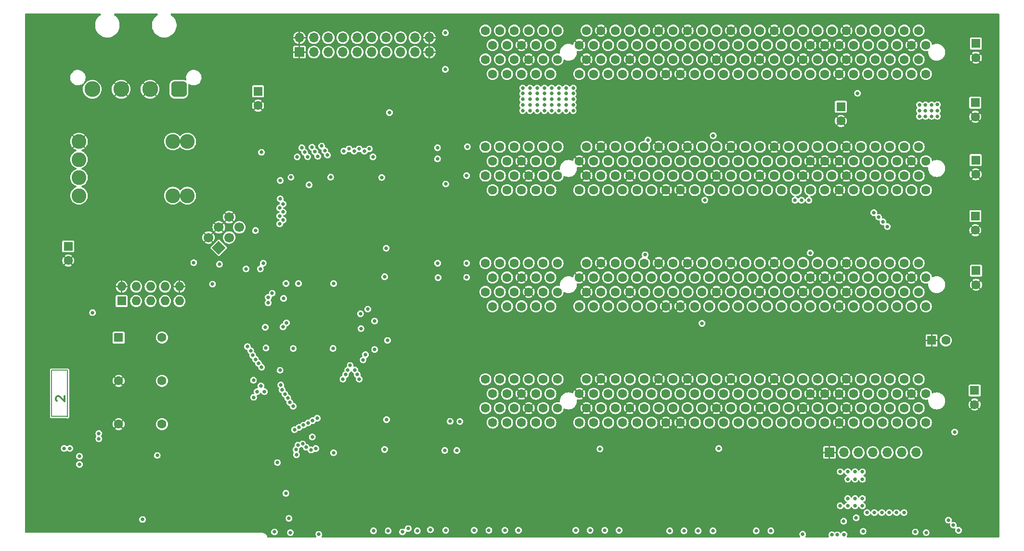
<source format=gbr>
%TF.GenerationSoftware,KiCad,Pcbnew,7.0.9*%
%TF.CreationDate,2024-02-25T17:12:21+01:00*%
%TF.ProjectId,Prometheus,50726f6d-6574-4686-9575-732e6b696361,rev?*%
%TF.SameCoordinates,Original*%
%TF.FileFunction,Copper,L2,Inr*%
%TF.FilePolarity,Positive*%
%FSLAX46Y46*%
G04 Gerber Fmt 4.6, Leading zero omitted, Abs format (unit mm)*
G04 Created by KiCad (PCBNEW 7.0.9) date 2024-02-25 17:12:21*
%MOMM*%
%LPD*%
G01*
G04 APERTURE LIST*
G04 Aperture macros list*
%AMRoundRect*
0 Rectangle with rounded corners*
0 $1 Rounding radius*
0 $2 $3 $4 $5 $6 $7 $8 $9 X,Y pos of 4 corners*
0 Add a 4 corners polygon primitive as box body*
4,1,4,$2,$3,$4,$5,$6,$7,$8,$9,$2,$3,0*
0 Add four circle primitives for the rounded corners*
1,1,$1+$1,$2,$3*
1,1,$1+$1,$4,$5*
1,1,$1+$1,$6,$7*
1,1,$1+$1,$8,$9*
0 Add four rect primitives between the rounded corners*
20,1,$1+$1,$2,$3,$4,$5,0*
20,1,$1+$1,$4,$5,$6,$7,0*
20,1,$1+$1,$6,$7,$8,$9,0*
20,1,$1+$1,$8,$9,$2,$3,0*%
%AMHorizOval*
0 Thick line with rounded ends*
0 $1 width*
0 $2 $3 position (X,Y) of the first rounded end (center of the circle)*
0 $4 $5 position (X,Y) of the second rounded end (center of the circle)*
0 Add line between two ends*
20,1,$1,$2,$3,$4,$5,0*
0 Add two circle primitives to create the rounded ends*
1,1,$1,$2,$3*
1,1,$1,$4,$5*%
%AMRotRect*
0 Rectangle, with rotation*
0 The origin of the aperture is its center*
0 $1 length*
0 $2 width*
0 $3 Rotation angle, in degrees counterclockwise*
0 Add horizontal line*
21,1,$1,$2,0,0,$3*%
G04 Aperture macros list end*
%ADD10C,0.300000*%
%TA.AperFunction,NonConductor*%
%ADD11C,0.300000*%
%TD*%
%TA.AperFunction,ComponentPad*%
%ADD12R,1.600000X1.600000*%
%TD*%
%TA.AperFunction,ComponentPad*%
%ADD13C,1.600000*%
%TD*%
%TA.AperFunction,ComponentPad*%
%ADD14R,1.700000X1.700000*%
%TD*%
%TA.AperFunction,ComponentPad*%
%ADD15O,1.700000X1.700000*%
%TD*%
%TA.AperFunction,ComponentPad*%
%ADD16C,2.600000*%
%TD*%
%TA.AperFunction,ComponentPad*%
%ADD17RotRect,1.700000X1.700000X135.000000*%
%TD*%
%TA.AperFunction,ComponentPad*%
%ADD18HorizOval,1.700000X0.000000X0.000000X0.000000X0.000000X0*%
%TD*%
%TA.AperFunction,ComponentPad*%
%ADD19RoundRect,0.695000X-0.695000X-0.695000X0.695000X-0.695000X0.695000X0.695000X-0.695000X0.695000X0*%
%TD*%
%TA.AperFunction,ComponentPad*%
%ADD20C,2.780000*%
%TD*%
%TA.AperFunction,ComponentPad*%
%ADD21O,1.600000X1.600000*%
%TD*%
%TA.AperFunction,ViaPad*%
%ADD22C,0.670000*%
%TD*%
%TA.AperFunction,ViaPad*%
%ADD23C,0.656400*%
%TD*%
%TA.AperFunction,ViaPad*%
%ADD24C,0.711200*%
%TD*%
%TA.AperFunction,Conductor*%
%ADD25C,0.152400*%
%TD*%
G04 APERTURE END LIST*
D10*
D11*
X-152851915Y3785083D02*
X-152923343Y3856511D01*
X-152923343Y3856511D02*
X-152994772Y3999368D01*
X-152994772Y3999368D02*
X-152994772Y4356511D01*
X-152994772Y4356511D02*
X-152923343Y4499368D01*
X-152923343Y4499368D02*
X-152851915Y4570797D01*
X-152851915Y4570797D02*
X-152709058Y4642226D01*
X-152709058Y4642226D02*
X-152566200Y4642226D01*
X-152566200Y4642226D02*
X-152351915Y4570797D01*
X-152351915Y4570797D02*
X-151494772Y3713654D01*
X-151494772Y3713654D02*
X-151494772Y4642226D01*
D12*
%TO.N,+5V*%
%TO.C,C303*%
X8572900Y5659400D03*
D13*
%TO.N,GNDD*%
X8572900Y3159400D03*
%TD*%
D12*
%TO.N,+12V*%
%TO.C,C308*%
X-150825200Y30998800D03*
D13*
%TO.N,GNDD*%
X-150825200Y28498800D03*
%TD*%
D12*
%TO.N,unconnected-(Q201/Q202-Tri-State-Pad1)*%
%TO.C,Q201/Q202*%
X-141964804Y14964625D03*
D13*
%TO.N,GNDD*%
X-141964804Y7344625D03*
X-141964804Y-275375D03*
%TO.N,SYSCLK_OSC*%
X-134344804Y-275375D03*
X-134344804Y7344625D03*
%TO.N,VPP*%
X-134344804Y14964625D03*
%TD*%
%TO.N,P-TRST*%
%TO.C,X303*%
X0Y61341000D03*
%TO.N,+12V*%
X-1270000Y63881000D03*
%TO.N,P-TMS*%
X-2540000Y61341000D03*
%TO.N,P-TDI*%
X-3810000Y63881000D03*
%TO.N,+5V*%
X-5080000Y61341000D03*
%TO.N,~{P-INTA}*%
X-6350000Y63881000D03*
%TO.N,~{P-INTC}*%
X-7620000Y61341000D03*
%TO.N,+5V*%
X-8890000Y63881000D03*
%TO.N,unconnected-(X303-RESERVED-PadA9)*%
X-10160000Y61341000D03*
%TO.N,+5V*%
X-11430000Y63881000D03*
%TO.N,unconnected-(X303-RESERVED-PadA11)*%
X-12700000Y61341000D03*
%TO.N,GNDD*%
X-13970000Y63881000D03*
X-15240000Y61341000D03*
%TO.N,unconnected-(X303-RESERVED-PadA14)*%
X-16510000Y63881000D03*
%TO.N,~{P-RST}*%
X-17780000Y61341000D03*
%TO.N,+5V*%
X-19050000Y63881000D03*
%TO.N,~{P-GNT3}*%
X-20320000Y61341000D03*
%TO.N,GNDD*%
X-21590000Y63881000D03*
%TO.N,unconnected-(X303-RESERVED-PadA19)*%
X-22860000Y61341000D03*
%TO.N,P-AD30*%
X-24130000Y63881000D03*
%TO.N,+3V3*%
X-25400000Y61341000D03*
%TO.N,P-AD28*%
X-26670000Y63881000D03*
%TO.N,P-AD26*%
X-27940000Y61341000D03*
%TO.N,GNDD*%
X-29210000Y63881000D03*
%TO.N,P-AD24*%
X-30480000Y61341000D03*
%TO.N,P-AD19*%
X-31750000Y63881000D03*
%TO.N,+3V3*%
X-33020000Y61341000D03*
%TO.N,P-AD22*%
X-34290000Y63881000D03*
%TO.N,P-AD20*%
X-35560000Y61341000D03*
%TO.N,GNDD*%
X-36830000Y63881000D03*
%TO.N,P-AD18*%
X-38100000Y61341000D03*
%TO.N,P-AD16*%
X-39370000Y63881000D03*
%TO.N,+3V3*%
X-40640000Y61341000D03*
%TO.N,~{P-FRAME}*%
X-41910000Y63881000D03*
%TO.N,GNDD*%
X-43180000Y61341000D03*
%TO.N,~{P-TRDY}*%
X-44450000Y63881000D03*
%TO.N,GNDD*%
X-45720000Y61341000D03*
%TO.N,~{P-STOP}*%
X-46990000Y63881000D03*
%TO.N,+3V3*%
X-48260000Y61341000D03*
%TO.N,SDONE*%
X-49530000Y63881000D03*
%TO.N,~{SBO}*%
X-50800000Y61341000D03*
%TO.N,GNDD*%
X-52070000Y63881000D03*
%TO.N,P-PAR*%
X-53340000Y61341000D03*
%TO.N,P-AD15*%
X-54610000Y63881000D03*
%TO.N,+3V3*%
X-55880000Y61341000D03*
%TO.N,P-AD13*%
X-57150000Y63881000D03*
%TO.N,P-AD11*%
X-58420000Y61341000D03*
%TO.N,GNDD*%
X-59690000Y63881000D03*
%TO.N,P-AD9*%
X-60960000Y61341000D03*
%TO.N,~{P-CBE0}*%
X-64770000Y63881000D03*
%TO.N,+3V3*%
X-66040000Y61341000D03*
%TO.N,P-AD6*%
X-67310000Y63881000D03*
%TO.N,P-AD4*%
X-68580000Y61341000D03*
%TO.N,GNDD*%
X-69850000Y63881000D03*
%TO.N,P-AD2*%
X-71120000Y61341000D03*
%TO.N,P-AD0*%
X-72390000Y63881000D03*
%TO.N,+5V*%
X-73660000Y61341000D03*
%TO.N,Net-(X303-REQ64#)*%
X-74930000Y63881000D03*
%TO.N,+5V*%
X-76200000Y61341000D03*
X-77470000Y63881000D03*
%TO.N,-12V*%
X0Y66421000D03*
%TO.N,P-TCK*%
X-1270000Y68961000D03*
%TO.N,GNDD*%
X-2540000Y66421000D03*
%TO.N,P-TD1*%
X-3810000Y68961000D03*
%TO.N,+5V*%
X-5080000Y66421000D03*
X-6350000Y68961000D03*
%TO.N,~{P-INTB}*%
X-7620000Y66421000D03*
%TO.N,~{P-INTD}*%
X-8890000Y68961000D03*
%TO.N,unconnected-(X303-PRSNT1#-PadB9)*%
X-10160000Y66421000D03*
%TO.N,unconnected-(X303-RESERVED-PadB10)*%
X-11430000Y68961000D03*
%TO.N,unconnected-(X303-PRSNT2#-PadB11)*%
X-12700000Y66421000D03*
%TO.N,GNDD*%
X-13970000Y68961000D03*
X-15240000Y66421000D03*
%TO.N,unconnected-(X303-RESERVED-PadB14)*%
X-16510000Y68961000D03*
%TO.N,GNDD*%
X-17780000Y66421000D03*
%TO.N,P-CLK3*%
X-19050000Y68961000D03*
%TO.N,GNDD*%
X-20320000Y66421000D03*
%TO.N,~{P-REQ3}*%
X-21590000Y68961000D03*
%TO.N,+5V*%
X-22860000Y66421000D03*
%TO.N,P-AD31*%
X-24130000Y68961000D03*
%TO.N,P-AD29*%
X-25400000Y66421000D03*
%TO.N,GNDD*%
X-26670000Y68961000D03*
%TO.N,P-AD27*%
X-27940000Y66421000D03*
%TO.N,P-AD25*%
X-29210000Y68961000D03*
%TO.N,+3V3*%
X-30480000Y66421000D03*
%TO.N,~{P-CBE3}*%
X-31750000Y68961000D03*
%TO.N,P-AD23*%
X-33020000Y66421000D03*
%TO.N,GNDD*%
X-34290000Y68961000D03*
%TO.N,P-AD21*%
X-35560000Y66421000D03*
%TO.N,P-AD19*%
X-36830000Y68961000D03*
%TO.N,+3V3*%
X-38100000Y66421000D03*
%TO.N,P-AD17*%
X-39370000Y68961000D03*
%TO.N,~{P-CBE2}*%
X-40640000Y66421000D03*
%TO.N,GNDD*%
X-41910000Y68961000D03*
%TO.N,~{P-IRDY}*%
X-43180000Y66421000D03*
%TO.N,+3V3*%
X-44450000Y68961000D03*
%TO.N,~{P-DEVSEL}*%
X-45720000Y66421000D03*
%TO.N,GNDD*%
X-46990000Y68961000D03*
%TO.N,~{P-LOCK}*%
X-48260000Y66421000D03*
%TO.N,~{P-PERR}*%
X-49530000Y68961000D03*
%TO.N,+3V3*%
X-50800000Y66421000D03*
%TO.N,~{P-SERR}*%
X-52070000Y68961000D03*
%TO.N,+3V3*%
X-53340000Y66421000D03*
%TO.N,~{P-CBE1}*%
X-54610000Y68961000D03*
%TO.N,P-AD14*%
X-55880000Y66421000D03*
%TO.N,GNDD*%
X-57150000Y68961000D03*
%TO.N,P-AD12*%
X-58420000Y66421000D03*
%TO.N,P-AD10*%
X-59690000Y68961000D03*
%TO.N,GNDD*%
X-60960000Y66421000D03*
%TO.N,P-AD8*%
X-64770000Y68961000D03*
%TO.N,P-AD7*%
X-66040000Y66421000D03*
%TO.N,+3V3*%
X-67310000Y68961000D03*
%TO.N,P-AD5*%
X-68580000Y66421000D03*
%TO.N,P-AD3*%
X-69850000Y68961000D03*
%TO.N,GNDD*%
X-71120000Y66421000D03*
%TO.N,P-AD1*%
X-72390000Y68961000D03*
%TO.N,+5V*%
X-73660000Y66421000D03*
%TO.N,Net-(X303-ACK64#)*%
X-74930000Y68961000D03*
%TO.N,+5V*%
X-76200000Y66421000D03*
X-77470000Y68961000D03*
%TD*%
D12*
%TO.N,+3V3*%
%TO.C,C311*%
X-117449600Y58267600D03*
D13*
%TO.N,GNDD*%
X-117449600Y55767600D03*
%TD*%
D12*
%TO.N,+5V*%
%TO.C,C305*%
X8788400Y66695200D03*
D13*
%TO.N,GNDD*%
X8788400Y64195200D03*
%TD*%
D12*
%TO.N,+5V*%
%TO.C,C307*%
X8829751Y26737558D03*
D13*
%TO.N,GNDD*%
X8829751Y24237558D03*
%TD*%
%TO.N,P-TRST*%
%TO.C,X301*%
X0Y20447000D03*
%TO.N,+12V*%
X-1270000Y22987000D03*
%TO.N,P-TMS*%
X-2540000Y20447000D03*
%TO.N,P-TD2*%
X-3810000Y22987000D03*
%TO.N,+5V*%
X-5080000Y20447000D03*
%TO.N,~{P-INTA}*%
X-6350000Y22987000D03*
%TO.N,~{P-INTC}*%
X-7620000Y20447000D03*
%TO.N,+5V*%
X-8890000Y22987000D03*
%TO.N,unconnected-(X301-RESERVED-PadA9)*%
X-10160000Y20447000D03*
%TO.N,+5V*%
X-11430000Y22987000D03*
%TO.N,unconnected-(X301-RESERVED-PadA11)*%
X-12700000Y20447000D03*
%TO.N,GNDD*%
X-13970000Y22987000D03*
X-15240000Y20447000D03*
%TO.N,unconnected-(X301-RESERVED-PadA14)*%
X-16510000Y22987000D03*
%TO.N,~{P-RST}*%
X-17780000Y20447000D03*
%TO.N,+5V*%
X-19050000Y22987000D03*
%TO.N,~{P-GNT1}*%
X-20320000Y20447000D03*
%TO.N,GNDD*%
X-21590000Y22987000D03*
%TO.N,unconnected-(X301-RESERVED-PadA19)*%
X-22860000Y20447000D03*
%TO.N,P-AD30*%
X-24130000Y22987000D03*
%TO.N,+3V3*%
X-25400000Y20447000D03*
%TO.N,P-AD28*%
X-26670000Y22987000D03*
%TO.N,P-AD26*%
X-27940000Y20447000D03*
%TO.N,GNDD*%
X-29210000Y22987000D03*
%TO.N,P-AD24*%
X-30480000Y20447000D03*
%TO.N,P-AD17*%
X-31750000Y22987000D03*
%TO.N,+3V3*%
X-33020000Y20447000D03*
%TO.N,P-AD22*%
X-34290000Y22987000D03*
%TO.N,P-AD20*%
X-35560000Y20447000D03*
%TO.N,GNDD*%
X-36830000Y22987000D03*
%TO.N,P-AD18*%
X-38100000Y20447000D03*
%TO.N,P-AD16*%
X-39370000Y22987000D03*
%TO.N,+3V3*%
X-40640000Y20447000D03*
%TO.N,~{P-FRAME}*%
X-41910000Y22987000D03*
%TO.N,GNDD*%
X-43180000Y20447000D03*
%TO.N,~{P-TRDY}*%
X-44450000Y22987000D03*
%TO.N,GNDD*%
X-45720000Y20447000D03*
%TO.N,~{P-STOP}*%
X-46990000Y22987000D03*
%TO.N,+3V3*%
X-48260000Y20447000D03*
%TO.N,SDONE*%
X-49530000Y22987000D03*
%TO.N,~{SBO}*%
X-50800000Y20447000D03*
%TO.N,GNDD*%
X-52070000Y22987000D03*
%TO.N,P-PAR*%
X-53340000Y20447000D03*
%TO.N,P-AD15*%
X-54610000Y22987000D03*
%TO.N,+3V3*%
X-55880000Y20447000D03*
%TO.N,P-AD13*%
X-57150000Y22987000D03*
%TO.N,P-AD11*%
X-58420000Y20447000D03*
%TO.N,GNDD*%
X-59690000Y22987000D03*
%TO.N,P-AD9*%
X-60960000Y20447000D03*
%TO.N,~{P-CBE0}*%
X-64770000Y22987000D03*
%TO.N,+3V3*%
X-66040000Y20447000D03*
%TO.N,P-AD6*%
X-67310000Y22987000D03*
%TO.N,P-AD4*%
X-68580000Y20447000D03*
%TO.N,GNDD*%
X-69850000Y22987000D03*
%TO.N,P-AD2*%
X-71120000Y20447000D03*
%TO.N,P-AD0*%
X-72390000Y22987000D03*
%TO.N,+5V*%
X-73660000Y20447000D03*
%TO.N,Net-(X301-REQ64#)*%
X-74930000Y22987000D03*
%TO.N,+5V*%
X-76200000Y20447000D03*
X-77470000Y22987000D03*
%TO.N,-12V*%
X0Y25527000D03*
%TO.N,P-TCK*%
X-1270000Y28067000D03*
%TO.N,GNDD*%
X-2540000Y25527000D03*
%TO.N,P-TD3*%
X-3810000Y28067000D03*
%TO.N,+5V*%
X-5080000Y25527000D03*
X-6350000Y28067000D03*
%TO.N,~{P-INTB}*%
X-7620000Y25527000D03*
%TO.N,~{P-INTD}*%
X-8890000Y28067000D03*
%TO.N,unconnected-(X301-PRSNT1#-PadB9)*%
X-10160000Y25527000D03*
%TO.N,unconnected-(X301-RESERVED-PadB10)*%
X-11430000Y28067000D03*
%TO.N,unconnected-(X301-PRSNT2#-PadB11)*%
X-12700000Y25527000D03*
%TO.N,GNDD*%
X-13970000Y28067000D03*
X-15240000Y25527000D03*
%TO.N,unconnected-(X301-RESERVED-PadB14)*%
X-16510000Y28067000D03*
%TO.N,GNDD*%
X-17780000Y25527000D03*
%TO.N,P-CLK1*%
X-19050000Y28067000D03*
%TO.N,GNDD*%
X-20320000Y25527000D03*
%TO.N,~{P-REQ1}*%
X-21590000Y28067000D03*
%TO.N,+5V*%
X-22860000Y25527000D03*
%TO.N,P-AD31*%
X-24130000Y28067000D03*
%TO.N,P-AD29*%
X-25400000Y25527000D03*
%TO.N,GNDD*%
X-26670000Y28067000D03*
%TO.N,P-AD27*%
X-27940000Y25527000D03*
%TO.N,P-AD25*%
X-29210000Y28067000D03*
%TO.N,+3V3*%
X-30480000Y25527000D03*
%TO.N,~{P-CBE3}*%
X-31750000Y28067000D03*
%TO.N,P-AD23*%
X-33020000Y25527000D03*
%TO.N,GNDD*%
X-34290000Y28067000D03*
%TO.N,P-AD21*%
X-35560000Y25527000D03*
%TO.N,P-AD19*%
X-36830000Y28067000D03*
%TO.N,+3V3*%
X-38100000Y25527000D03*
%TO.N,P-AD17*%
X-39370000Y28067000D03*
%TO.N,~{P-CBE2}*%
X-40640000Y25527000D03*
%TO.N,GNDD*%
X-41910000Y28067000D03*
%TO.N,~{P-IRDY}*%
X-43180000Y25527000D03*
%TO.N,+3V3*%
X-44450000Y28067000D03*
%TO.N,~{P-DEVSEL}*%
X-45720000Y25527000D03*
%TO.N,GNDD*%
X-46990000Y28067000D03*
%TO.N,~{P-LOCK}*%
X-48260000Y25527000D03*
%TO.N,~{P-PERR}*%
X-49530000Y28067000D03*
%TO.N,+3V3*%
X-50800000Y25527000D03*
%TO.N,~{P-SERR}*%
X-52070000Y28067000D03*
%TO.N,+3V3*%
X-53340000Y25527000D03*
%TO.N,~{P-CBE1}*%
X-54610000Y28067000D03*
%TO.N,P-AD14*%
X-55880000Y25527000D03*
%TO.N,GNDD*%
X-57150000Y28067000D03*
%TO.N,P-AD12*%
X-58420000Y25527000D03*
%TO.N,P-AD10*%
X-59690000Y28067000D03*
%TO.N,GNDD*%
X-60960000Y25527000D03*
%TO.N,P-AD8*%
X-64770000Y28067000D03*
%TO.N,P-AD7*%
X-66040000Y25527000D03*
%TO.N,+3V3*%
X-67310000Y28067000D03*
%TO.N,P-AD5*%
X-68580000Y25527000D03*
%TO.N,P-AD3*%
X-69850000Y28067000D03*
%TO.N,GNDD*%
X-71120000Y25527000D03*
%TO.N,P-AD1*%
X-72390000Y28067000D03*
%TO.N,+5V*%
X-73660000Y25527000D03*
%TO.N,Net-(X301-ACK64#)*%
X-74930000Y28067000D03*
%TO.N,+5V*%
X-76200000Y25527000D03*
X-77470000Y28067000D03*
%TD*%
D12*
%TO.N,+5V*%
%TO.C,C300*%
X8761278Y46171022D03*
D13*
%TO.N,GNDD*%
X8761278Y43671022D03*
%TD*%
D14*
%TO.N,GNDD*%
%TO.C,SV2*%
X-110185200Y65176400D03*
D15*
X-110185200Y67716400D03*
%TO.N,DEBUG15*%
X-107645200Y65176400D03*
%TO.N,DEBUG14*%
X-107645200Y67716400D03*
%TO.N,DEBUG13*%
X-105105200Y65176400D03*
%TO.N,DEBUG12*%
X-105105200Y67716400D03*
%TO.N,DEBUG11*%
X-102565200Y65176400D03*
%TO.N,DEBUG10*%
X-102565200Y67716400D03*
%TO.N,DEBUG9*%
X-100025200Y65176400D03*
%TO.N,DEBUG8*%
X-100025200Y67716400D03*
%TO.N,DEBUG7*%
X-97485200Y65176400D03*
%TO.N,DEBUG6*%
X-97485200Y67716400D03*
%TO.N,DEBUG5*%
X-94945200Y65176400D03*
%TO.N,DEBUG4*%
X-94945200Y67716400D03*
%TO.N,DEBUG3*%
X-92405200Y65176400D03*
%TO.N,DEBUG2*%
X-92405200Y67716400D03*
%TO.N,DEBUG1*%
X-89865200Y65176400D03*
%TO.N,DEBUG0*%
X-89865200Y67716400D03*
%TO.N,GNDD*%
X-87325200Y65176400D03*
X-87325200Y67716400D03*
%TD*%
D13*
%TO.N,P-TRST*%
%TO.C,X300*%
X0Y0D03*
%TO.N,+12V*%
X-1270000Y2540000D03*
%TO.N,P-TMS*%
X-2540000Y0D03*
%TO.N,P-TD3*%
X-3810000Y2540000D03*
%TO.N,+5V*%
X-5080000Y0D03*
%TO.N,~{P-INTA}*%
X-6350000Y2540000D03*
%TO.N,~{P-INTC}*%
X-7620000Y0D03*
%TO.N,+5V*%
X-8890000Y2540000D03*
%TO.N,unconnected-(X300-RESERVED-PadA9)*%
X-10160000Y0D03*
%TO.N,+5V*%
X-11430000Y2540000D03*
%TO.N,unconnected-(X300-RESERVED-PadA11)*%
X-12700000Y0D03*
%TO.N,GNDD*%
X-13970000Y2540000D03*
X-15240000Y0D03*
%TO.N,unconnected-(X300-RESERVED-PadA14)*%
X-16510000Y2540000D03*
%TO.N,~{P-RST}*%
X-17780000Y0D03*
%TO.N,+5V*%
X-19050000Y2540000D03*
%TO.N,~{P-GNT0}*%
X-20320000Y0D03*
%TO.N,GNDD*%
X-21590000Y2540000D03*
%TO.N,unconnected-(X300-RESERVED-PadA19)*%
X-22860000Y0D03*
%TO.N,P-AD30*%
X-24130000Y2540000D03*
%TO.N,+3V3*%
X-25400000Y0D03*
%TO.N,P-AD28*%
X-26670000Y2540000D03*
%TO.N,P-AD26*%
X-27940000Y0D03*
%TO.N,GNDD*%
X-29210000Y2540000D03*
%TO.N,P-AD24*%
X-30480000Y0D03*
%TO.N,P-AD16*%
X-31750000Y2540000D03*
%TO.N,+3V3*%
X-33020000Y0D03*
%TO.N,P-AD22*%
X-34290000Y2540000D03*
%TO.N,P-AD20*%
X-35560000Y0D03*
%TO.N,GNDD*%
X-36830000Y2540000D03*
%TO.N,P-AD18*%
X-38100000Y0D03*
%TO.N,P-AD16*%
X-39370000Y2540000D03*
%TO.N,+3V3*%
X-40640000Y0D03*
%TO.N,~{P-FRAME}*%
X-41910000Y2540000D03*
%TO.N,GNDD*%
X-43180000Y0D03*
%TO.N,~{P-TRDY}*%
X-44450000Y2540000D03*
%TO.N,GNDD*%
X-45720000Y0D03*
%TO.N,~{P-STOP}*%
X-46990000Y2540000D03*
%TO.N,+3V3*%
X-48260000Y0D03*
%TO.N,SDONE*%
X-49530000Y2540000D03*
%TO.N,~{SBO}*%
X-50800000Y0D03*
%TO.N,GNDD*%
X-52070000Y2540000D03*
%TO.N,P-PAR*%
X-53340000Y0D03*
%TO.N,P-AD15*%
X-54610000Y2540000D03*
%TO.N,+3V3*%
X-55880000Y0D03*
%TO.N,P-AD13*%
X-57150000Y2540000D03*
%TO.N,P-AD11*%
X-58420000Y0D03*
%TO.N,GNDD*%
X-59690000Y2540000D03*
%TO.N,P-AD9*%
X-60960000Y0D03*
%TO.N,~{P-CBE0}*%
X-64770000Y2540000D03*
%TO.N,+3V3*%
X-66040000Y0D03*
%TO.N,P-AD6*%
X-67310000Y2540000D03*
%TO.N,P-AD4*%
X-68580000Y0D03*
%TO.N,GNDD*%
X-69850000Y2540000D03*
%TO.N,P-AD2*%
X-71120000Y0D03*
%TO.N,P-AD0*%
X-72390000Y2540000D03*
%TO.N,+5V*%
X-73660000Y0D03*
%TO.N,Net-(X300-REQ64#)*%
X-74930000Y2540000D03*
%TO.N,+5V*%
X-76200000Y0D03*
X-77470000Y2540000D03*
%TO.N,-12V*%
X0Y5080000D03*
%TO.N,P-TCK*%
X-1270000Y7620000D03*
%TO.N,GNDD*%
X-2540000Y5080000D03*
%TO.N,P-TDO*%
X-3810000Y7620000D03*
%TO.N,+5V*%
X-5080000Y5080000D03*
X-6350000Y7620000D03*
%TO.N,~{P-INTB}*%
X-7620000Y5080000D03*
%TO.N,~{P-INTD}*%
X-8890000Y7620000D03*
%TO.N,unconnected-(X300-PRSNT1#-PadB9)*%
X-10160000Y5080000D03*
%TO.N,unconnected-(X300-RESERVED-PadB10)*%
X-11430000Y7620000D03*
%TO.N,unconnected-(X300-PRSNT2#-PadB11)*%
X-12700000Y5080000D03*
%TO.N,GNDD*%
X-13970000Y7620000D03*
X-15240000Y5080000D03*
%TO.N,unconnected-(X300-RESERVED-PadB14)*%
X-16510000Y7620000D03*
%TO.N,GNDD*%
X-17780000Y5080000D03*
%TO.N,P-CLK0*%
X-19050000Y7620000D03*
%TO.N,GNDD*%
X-20320000Y5080000D03*
%TO.N,~{P-REQ0}*%
X-21590000Y7620000D03*
%TO.N,+5V*%
X-22860000Y5080000D03*
%TO.N,P-AD31*%
X-24130000Y7620000D03*
%TO.N,P-AD29*%
X-25400000Y5080000D03*
%TO.N,GNDD*%
X-26670000Y7620000D03*
%TO.N,P-AD27*%
X-27940000Y5080000D03*
%TO.N,P-AD25*%
X-29210000Y7620000D03*
%TO.N,+3V3*%
X-30480000Y5080000D03*
%TO.N,~{P-CBE3}*%
X-31750000Y7620000D03*
%TO.N,P-AD23*%
X-33020000Y5080000D03*
%TO.N,GNDD*%
X-34290000Y7620000D03*
%TO.N,P-AD21*%
X-35560000Y5080000D03*
%TO.N,P-AD19*%
X-36830000Y7620000D03*
%TO.N,+3V3*%
X-38100000Y5080000D03*
%TO.N,P-AD17*%
X-39370000Y7620000D03*
%TO.N,~{P-CBE2}*%
X-40640000Y5080000D03*
%TO.N,GNDD*%
X-41910000Y7620000D03*
%TO.N,~{P-IRDY}*%
X-43180000Y5080000D03*
%TO.N,+3V3*%
X-44450000Y7620000D03*
%TO.N,~{P-DEVSEL}*%
X-45720000Y5080000D03*
%TO.N,GNDD*%
X-46990000Y7620000D03*
%TO.N,~{P-LOCK}*%
X-48260000Y5080000D03*
%TO.N,~{P-PERR}*%
X-49530000Y7620000D03*
%TO.N,+3V3*%
X-50800000Y5080000D03*
%TO.N,~{P-SERR}*%
X-52070000Y7620000D03*
%TO.N,+3V3*%
X-53340000Y5080000D03*
%TO.N,~{P-CBE1}*%
X-54610000Y7620000D03*
%TO.N,P-AD14*%
X-55880000Y5080000D03*
%TO.N,GNDD*%
X-57150000Y7620000D03*
%TO.N,P-AD12*%
X-58420000Y5080000D03*
%TO.N,P-AD10*%
X-59690000Y7620000D03*
%TO.N,GNDD*%
X-60960000Y5080000D03*
%TO.N,P-AD8*%
X-64770000Y7620000D03*
%TO.N,P-AD7*%
X-66040000Y5080000D03*
%TO.N,+3V3*%
X-67310000Y7620000D03*
%TO.N,P-AD5*%
X-68580000Y5080000D03*
%TO.N,P-AD3*%
X-69850000Y7620000D03*
%TO.N,GNDD*%
X-71120000Y5080000D03*
%TO.N,P-AD1*%
X-72390000Y7620000D03*
%TO.N,+5V*%
X-73660000Y5080000D03*
%TO.N,Net-(X300-ACK64#)*%
X-74930000Y7620000D03*
%TO.N,+5V*%
X-76200000Y5080000D03*
X-77470000Y7620000D03*
%TD*%
D16*
%TO.N,GNDD*%
%TO.C,VR300*%
X-148939500Y49446500D03*
%TO.N,+12V*%
X-148939500Y46271500D03*
X-148939500Y43096500D03*
%TO.N,unconnected-(VR300-~{INHIBIT}-Pad4)*%
X-148939500Y39921500D03*
%TO.N,Net-(VR300-VADJ)*%
X-132429500Y39921500D03*
X-129889500Y39921500D03*
%TO.N,+3V3*%
X-132429500Y49446500D03*
X-129889500Y49446500D03*
%TD*%
D12*
%TO.N,+12V*%
%TO.C,C302*%
X8699502Y36332800D03*
D13*
%TO.N,GNDD*%
X8699502Y33832800D03*
%TD*%
D12*
%TO.N,GNDD*%
%TO.C,C304*%
X1002021Y14451931D03*
D13*
%TO.N,-12V*%
X3502021Y14451931D03*
%TD*%
D17*
%TO.N,OPT2*%
%TO.C,SV3*%
X-124350692Y30755785D03*
D18*
%TO.N,GNDD*%
X-126146743Y32551836D03*
%TO.N,OPT1*%
X-122554641Y32551836D03*
%TO.N,GNDD*%
X-124350692Y34347887D03*
%TO.N,OPT0*%
X-120758590Y34347887D03*
%TO.N,GNDD*%
X-122554641Y36143939D03*
%TD*%
D19*
%TO.N,+12V*%
%TO.C,CON300*%
X-131371986Y58644321D03*
D20*
%TO.N,GNDD*%
X-136451986Y58644321D03*
X-141520886Y58640221D03*
%TO.N,+5V*%
X-146601086Y58640221D03*
%TD*%
D12*
%TO.N,+12V*%
%TO.C,C306*%
X-14941691Y55562759D03*
D13*
%TO.N,GNDD*%
X-14941691Y53062759D03*
%TD*%
D12*
%TO.N,+12V*%
%TO.C,C301*%
X8686800Y56297200D03*
D13*
%TO.N,GNDD*%
X8686800Y53797200D03*
%TD*%
D12*
%TO.N,TCK*%
%TO.C,CON200*%
X-141427200Y21386800D03*
D21*
%TO.N,GNDD*%
X-141427200Y23926800D03*
%TO.N,TDO*%
X-138887200Y21386800D03*
%TO.N,VDD*%
X-138887200Y23926800D03*
%TO.N,TMS*%
X-136347200Y21386800D03*
%TO.N,VCC*%
X-136347200Y23926800D03*
%TO.N,unconnected-(CON200-Pin_7-Pad7)*%
X-133807200Y21386800D03*
%TO.N,VCC*%
X-133807200Y23926800D03*
%TO.N,TDI*%
X-131267200Y21386800D03*
%TO.N,GNDD*%
X-131267200Y23926800D03*
%TD*%
D13*
%TO.N,P-TRST*%
%TO.C,X302*%
X0Y40895000D03*
%TO.N,+12V*%
X-1270000Y43435000D03*
%TO.N,P-TMS*%
X-2540000Y40895000D03*
%TO.N,P-TD1*%
X-3810000Y43435000D03*
%TO.N,+5V*%
X-5080000Y40895000D03*
%TO.N,~{P-INTA}*%
X-6350000Y43435000D03*
%TO.N,~{P-INTC}*%
X-7620000Y40895000D03*
%TO.N,+5V*%
X-8890000Y43435000D03*
%TO.N,unconnected-(X302-RESERVED-PadA9)*%
X-10160000Y40895000D03*
%TO.N,+5V*%
X-11430000Y43435000D03*
%TO.N,unconnected-(X302-RESERVED-PadA11)*%
X-12700000Y40895000D03*
%TO.N,GNDD*%
X-13970000Y43435000D03*
X-15240000Y40895000D03*
%TO.N,unconnected-(X302-RESERVED-PadA14)*%
X-16510000Y43435000D03*
%TO.N,~{P-RST}*%
X-17780000Y40895000D03*
%TO.N,+5V*%
X-19050000Y43435000D03*
%TO.N,~{P-GNT2}*%
X-20320000Y40895000D03*
%TO.N,GNDD*%
X-21590000Y43435000D03*
%TO.N,unconnected-(X302-RESERVED-PadA19)*%
X-22860000Y40895000D03*
%TO.N,P-AD30*%
X-24130000Y43435000D03*
%TO.N,+3V3*%
X-25400000Y40895000D03*
%TO.N,P-AD28*%
X-26670000Y43435000D03*
%TO.N,P-AD26*%
X-27940000Y40895000D03*
%TO.N,GNDD*%
X-29210000Y43435000D03*
%TO.N,P-AD24*%
X-30480000Y40895000D03*
%TO.N,P-AD18*%
X-31750000Y43435000D03*
%TO.N,+3V3*%
X-33020000Y40895000D03*
%TO.N,P-AD22*%
X-34290000Y43435000D03*
%TO.N,P-AD20*%
X-35560000Y40895000D03*
%TO.N,GNDD*%
X-36830000Y43435000D03*
%TO.N,P-AD18*%
X-38100000Y40895000D03*
%TO.N,P-AD16*%
X-39370000Y43435000D03*
%TO.N,+3V3*%
X-40640000Y40895000D03*
%TO.N,~{P-FRAME}*%
X-41910000Y43435000D03*
%TO.N,GNDD*%
X-43180000Y40895000D03*
%TO.N,~{P-TRDY}*%
X-44450000Y43435000D03*
%TO.N,GNDD*%
X-45720000Y40895000D03*
%TO.N,~{P-STOP}*%
X-46990000Y43435000D03*
%TO.N,+3V3*%
X-48260000Y40895000D03*
%TO.N,SDONE*%
X-49530000Y43435000D03*
%TO.N,~{SBO}*%
X-50800000Y40895000D03*
%TO.N,GNDD*%
X-52070000Y43435000D03*
%TO.N,P-PAR*%
X-53340000Y40895000D03*
%TO.N,P-AD15*%
X-54610000Y43435000D03*
%TO.N,+3V3*%
X-55880000Y40895000D03*
%TO.N,P-AD13*%
X-57150000Y43435000D03*
%TO.N,P-AD11*%
X-58420000Y40895000D03*
%TO.N,GNDD*%
X-59690000Y43435000D03*
%TO.N,P-AD9*%
X-60960000Y40895000D03*
%TO.N,~{P-CBE0}*%
X-64770000Y43435000D03*
%TO.N,+3V3*%
X-66040000Y40895000D03*
%TO.N,P-AD6*%
X-67310000Y43435000D03*
%TO.N,P-AD4*%
X-68580000Y40895000D03*
%TO.N,GNDD*%
X-69850000Y43435000D03*
%TO.N,P-AD2*%
X-71120000Y40895000D03*
%TO.N,P-AD0*%
X-72390000Y43435000D03*
%TO.N,+5V*%
X-73660000Y40895000D03*
%TO.N,Net-(X302-REQ64#)*%
X-74930000Y43435000D03*
%TO.N,+5V*%
X-76200000Y40895000D03*
X-77470000Y43435000D03*
%TO.N,-12V*%
X0Y45975000D03*
%TO.N,P-TCK*%
X-1270000Y48515000D03*
%TO.N,GNDD*%
X-2540000Y45975000D03*
%TO.N,P-TD2*%
X-3810000Y48515000D03*
%TO.N,+5V*%
X-5080000Y45975000D03*
X-6350000Y48515000D03*
%TO.N,~{P-INTB}*%
X-7620000Y45975000D03*
%TO.N,~{P-INTD}*%
X-8890000Y48515000D03*
%TO.N,unconnected-(X302-PRSNT1#-PadB9)*%
X-10160000Y45975000D03*
%TO.N,unconnected-(X302-RESERVED-PadB10)*%
X-11430000Y48515000D03*
%TO.N,unconnected-(X302-PRSNT2#-PadB11)*%
X-12700000Y45975000D03*
%TO.N,GNDD*%
X-13970000Y48515000D03*
X-15240000Y45975000D03*
%TO.N,unconnected-(X302-RESERVED-PadB14)*%
X-16510000Y48515000D03*
%TO.N,GNDD*%
X-17780000Y45975000D03*
%TO.N,P-CLK2*%
X-19050000Y48515000D03*
%TO.N,GNDD*%
X-20320000Y45975000D03*
%TO.N,~{P-REQ2}*%
X-21590000Y48515000D03*
%TO.N,+5V*%
X-22860000Y45975000D03*
%TO.N,P-AD31*%
X-24130000Y48515000D03*
%TO.N,P-AD29*%
X-25400000Y45975000D03*
%TO.N,GNDD*%
X-26670000Y48515000D03*
%TO.N,P-AD27*%
X-27940000Y45975000D03*
%TO.N,P-AD25*%
X-29210000Y48515000D03*
%TO.N,+3V3*%
X-30480000Y45975000D03*
%TO.N,~{P-CBE3}*%
X-31750000Y48515000D03*
%TO.N,P-AD23*%
X-33020000Y45975000D03*
%TO.N,GNDD*%
X-34290000Y48515000D03*
%TO.N,P-AD21*%
X-35560000Y45975000D03*
%TO.N,P-AD19*%
X-36830000Y48515000D03*
%TO.N,+3V3*%
X-38100000Y45975000D03*
%TO.N,P-AD17*%
X-39370000Y48515000D03*
%TO.N,~{P-CBE2}*%
X-40640000Y45975000D03*
%TO.N,GNDD*%
X-41910000Y48515000D03*
%TO.N,~{P-IRDY}*%
X-43180000Y45975000D03*
%TO.N,+3V3*%
X-44450000Y48515000D03*
%TO.N,~{P-DEVSEL}*%
X-45720000Y45975000D03*
%TO.N,GNDD*%
X-46990000Y48515000D03*
%TO.N,~{P-LOCK}*%
X-48260000Y45975000D03*
%TO.N,~{P-PERR}*%
X-49530000Y48515000D03*
%TO.N,+3V3*%
X-50800000Y45975000D03*
%TO.N,~{P-SERR}*%
X-52070000Y48515000D03*
%TO.N,+3V3*%
X-53340000Y45975000D03*
%TO.N,~{P-CBE1}*%
X-54610000Y48515000D03*
%TO.N,P-AD14*%
X-55880000Y45975000D03*
%TO.N,GNDD*%
X-57150000Y48515000D03*
%TO.N,P-AD12*%
X-58420000Y45975000D03*
%TO.N,P-AD10*%
X-59690000Y48515000D03*
%TO.N,GNDD*%
X-60960000Y45975000D03*
%TO.N,P-AD8*%
X-64770000Y48515000D03*
%TO.N,P-AD7*%
X-66040000Y45975000D03*
%TO.N,+3V3*%
X-67310000Y48515000D03*
%TO.N,P-AD5*%
X-68580000Y45975000D03*
%TO.N,P-AD3*%
X-69850000Y48515000D03*
%TO.N,GNDD*%
X-71120000Y45975000D03*
%TO.N,P-AD1*%
X-72390000Y48515000D03*
%TO.N,+5V*%
X-73660000Y45975000D03*
%TO.N,Net-(X302-ACK64#)*%
X-74930000Y48515000D03*
%TO.N,+5V*%
X-76200000Y45975000D03*
X-77470000Y48515000D03*
%TD*%
D14*
%TO.N,GNDD*%
%TO.C,SV1*%
X-16967200Y-5257124D03*
D15*
%TO.N,P-TDI*%
X-14427200Y-5257124D03*
%TO.N,P-TDO*%
X-11887200Y-5257124D03*
%TO.N,P-TCK*%
X-9347200Y-5257124D03*
%TO.N,P-TMS*%
X-6807200Y-5257124D03*
%TO.N,P-TRST*%
X-4267200Y-5257124D03*
%TO.N,+5V*%
X-1727200Y-5257124D03*
%TD*%
D22*
%TO.N,+12V*%
X2032000Y54899000D03*
X2032000Y55930800D03*
X1016000Y54899000D03*
X-63000Y55915000D03*
X-1143000Y54899000D03*
X-1143000Y55915000D03*
X1016000Y55915000D03*
X-1143000Y53883000D03*
X1016000Y53883000D03*
X-63000Y54899000D03*
X2032000Y53883000D03*
X-63000Y53883000D03*
%TO.N,+5V*%
X-57302400Y-4622800D03*
X-85902804Y48361600D03*
X-36423600Y-4572000D03*
X-82499200Y-4927600D03*
X-85851992Y28041600D03*
X-84480400Y68580000D03*
X-84429600Y41960804D03*
X-85902800Y46380400D03*
X-12014200Y57937400D03*
X-84624804Y-4919602D03*
X-85801196Y25501600D03*
X-84531200Y62128398D03*
%TO.N,-12V*%
X-11053000Y-19154000D03*
X5047000Y-1654000D03*
%TO.N,DEBUG5*%
X-102353000Y47746000D03*
%TO.N,DEBUG4*%
X-101453000Y48146000D03*
%TO.N,DEBUG3*%
X-100553000Y47746000D03*
%TO.N,DEBUG2*%
X-99653000Y48146000D03*
%TO.N,DEBUG1*%
X-98753000Y47746000D03*
%TO.N,DEBUG0*%
X-97853000Y48146000D03*
%TO.N,DEBUG6*%
X-105253000Y47046000D03*
%TO.N,DEBUG7*%
X-105719400Y47849009D03*
%TO.N,DEBUG8*%
X-106264200Y48646000D03*
%TO.N,DEBUG9*%
X-106941800Y46846000D03*
%TO.N,DEBUG10*%
X-107449665Y47646540D03*
%TO.N,DEBUG11*%
X-107964200Y48446000D03*
%TO.N,DEBUG12*%
X-108727615Y46769527D03*
%TO.N,DEBUG13*%
X-109264200Y47546000D03*
%TO.N,DEBUG14*%
X-109764200Y48346000D03*
%TO.N,DEBUG15*%
X-110553000Y46746000D03*
%TO.N,VCC*%
X3947000Y-17154000D03*
D23*
X-148853000Y-5954000D03*
X-148853000Y-7354000D03*
D22*
X4847000Y-18054000D03*
X-114553000Y-19254000D03*
X5747000Y-18954000D03*
%TO.N,~{SLAVEN}*%
X-96953000Y17846000D03*
X47000Y-19354000D03*
X-96935246Y12842632D03*
%TO.N,~{CFGOUT}*%
X-1853000Y-19254000D03*
X-99353000Y16546000D03*
X-99641800Y7646000D03*
%TO.N,~{INT2}*%
X-12253000Y-16754000D03*
%TO.N,~{INT6}*%
X-14453000Y-17354000D03*
X-14392516Y-19693516D03*
%TO.N,SA5*%
X-100023600Y8446000D03*
X-15553000Y-19754000D03*
X-113053000Y38446000D03*
%TO.N,SA6*%
X-16553000Y-19754000D03*
X-113653000Y37746000D03*
X-100430000Y9246000D03*
%TO.N,SA4*%
X-101253000Y10046000D03*
X-113053000Y37046000D03*
%TO.N,SA3*%
X-113653000Y36346000D03*
X-101664200Y9246000D03*
%TO.N,SA7*%
X-113653000Y34946000D03*
X-102516000Y7646000D03*
%TO.N,SA2*%
X-102064200Y8446000D03*
X-113053000Y35646000D03*
X-21653000Y-19654000D03*
%TO.N,FC0*%
X-27253000Y-19054000D03*
%TO.N,FC1*%
X-29853000Y-19054000D03*
%TO.N,AD13*%
X-37453000Y-19054000D03*
%TO.N,AD14*%
X-40053000Y-19054000D03*
%TO.N,AD15*%
X-42553000Y-19054000D03*
%TO.N,AD16*%
X-45053000Y-19054000D03*
%TO.N,AD17*%
X-107053000Y746000D03*
%TO.N,~{DS0}*%
X-107853000Y357200D03*
%TO.N,AD18*%
X-53953000Y-18954000D03*
X-108653000Y-49200D03*
%TO.N,AD19*%
X-56453000Y-18954000D03*
X-109453000Y-454000D03*
%TO.N,AD20*%
X-110253000Y-854000D03*
X-59053000Y-18954000D03*
%TO.N,AD22*%
X-111053000Y-1242800D03*
%TO.N,AD21*%
X-61553000Y-18954000D03*
X-107920816Y-2521816D03*
%TO.N,AD23*%
X-107299127Y-4581527D03*
%TO.N,AD31*%
X-108142828Y-4819660D03*
%TO.N,AD30*%
X-108953000Y-4354000D03*
%TO.N,~{DTACK}*%
X-109612828Y-3756055D03*
X-71653000Y-18954000D03*
%TO.N,AD29*%
X-110457802Y-3963234D03*
%TO.N,READ*%
X-74053000Y-18954000D03*
X-110789369Y-4767577D03*
%TO.N,AD28*%
X-111284649Y2862233D03*
%TO.N,~{DS2}*%
X-111843495Y3529013D03*
X-76853000Y-18954000D03*
%TO.N,AD27*%
X-112231210Y4307847D03*
%TO.N,~{DS3}*%
X-79453000Y-18954000D03*
X-112735391Y5016865D03*
%TO.N,SD0*%
X-113232019Y5758345D03*
%TO.N,AD26*%
X-113436400Y6604000D03*
X-84453000Y-18954000D03*
%TO.N,SD1*%
X-116341800Y5446000D03*
%TO.N,AD25*%
X-87153000Y-18854000D03*
X-116953000Y6446000D03*
%TO.N,SD2*%
X-117603600Y5446000D03*
%TO.N,AD24*%
X-89453000Y-19054000D03*
X-118214800Y4446000D03*
D23*
%TO.N,SD3*%
X-112553000Y-12454000D03*
D22*
X-91053000Y-18654000D03*
X-118253000Y7446000D03*
%TO.N,SD7*%
X-116819695Y9728028D03*
X-92053000Y-19254000D03*
%TO.N,SD4*%
X-117353909Y10414701D03*
%TO.N,SD6*%
X-117906800Y11125200D03*
X-94553000Y-19054000D03*
%TO.N,SD5*%
X-97153000Y-19054000D03*
X-118414800Y11836400D03*
%TO.N,SENSEZ3*%
X-118753000Y12646000D03*
%TO.N,DOE*%
X-119341800Y13357516D03*
%TO.N,~{IORST}*%
X-106753000Y-19665200D03*
X-113053000Y16846000D03*
D23*
%TO.N,~{FCS}*%
X-112014000Y-16865600D03*
D22*
X-112522000Y24485600D03*
X-125453000Y24346000D03*
%TO.N,~{DS1}*%
X-111753000Y-19354800D03*
X-112453000Y17546000D03*
%TO.N,MASTERCLK*%
X-117053000Y27046000D03*
X-119553000Y27046000D03*
%TO.N,TDI*%
X-115653000Y21046000D03*
%TO.N,TMS*%
X-115653000Y22046000D03*
X-98953000Y11046000D03*
X-99441800Y19146000D03*
%TO.N,TCK*%
X-114953000Y22746000D03*
X-98153000Y19946000D03*
X-98553000Y11946000D03*
%TO.N,SYSCLK*%
X-116553000Y28046000D03*
X-124253000Y27846000D03*
%TO.N,~{P-GNT0}*%
X-20353000Y29846000D03*
%TO.N,~{P-INTC}*%
X-6753000Y34493200D03*
%TO.N,~{P-INTD}*%
X-7518400Y35306000D03*
%TO.N,~{P-INTA}*%
X-8280400Y36118800D03*
%TO.N,~{P-INTB}*%
X-9144000Y36931598D03*
%TO.N,P-CLK3*%
X-20575513Y39117509D03*
%TO.N,~{P-GNT3}*%
X-21894800Y39116000D03*
%TO.N,~{P-REQ3}*%
X-23012400Y39116000D03*
%TO.N,TDO*%
X-117906800Y33782000D03*
X-108458000Y41808400D03*
%TO.N,+3V3*%
X-63295200Y58877200D03*
X-64566800Y54877200D03*
X-67106800Y56877200D03*
X-67106800Y55877200D03*
X-65835200Y55877200D03*
X-65835200Y57877200D03*
X-68376800Y55877200D03*
X-70916800Y56877200D03*
X-68376800Y54877200D03*
X-63295200Y55877200D03*
X-70916800Y57877200D03*
X-63295200Y56877200D03*
X-62025200Y56877200D03*
X-62025200Y54877200D03*
X-65835200Y54877200D03*
X-69646800Y54877200D03*
X-67106800Y54877200D03*
X-67106800Y58877200D03*
X-62025200Y58877200D03*
X-65835200Y56877200D03*
X-63295200Y57877200D03*
X-69646800Y56877200D03*
X-64566800Y56877200D03*
X-69646800Y55877200D03*
X-68376800Y57877200D03*
X-97253000Y46746000D03*
X-65835200Y58877200D03*
X-64566800Y55877200D03*
X-67106800Y57877200D03*
X-68376800Y58877200D03*
X-70916800Y55877200D03*
X-69646800Y57877200D03*
X-68376800Y56877200D03*
X-64566800Y57877200D03*
X-70916800Y58877200D03*
X-63295200Y54877200D03*
X-70916800Y54877200D03*
X-62025200Y57877200D03*
X-64566800Y58877200D03*
X-62025200Y55877200D03*
X-94353000Y54546000D03*
X-69646800Y58877200D03*
%TO.N,GNDD*%
X-153553000Y58346000D03*
X-109981462Y19197391D03*
X-97840806Y13004800D03*
X-103853000Y19146000D03*
X-50140000Y-18942000D03*
X2082800Y-19202400D03*
X-108153200Y-5689600D03*
X-120253000Y63346000D03*
X-95653000Y24446000D03*
X-117528000Y-7104000D03*
X-116587600Y-1354000D03*
X-87528400Y53746402D03*
X-102633700Y43197704D03*
X-111753000Y48746000D03*
X-81053000Y46346000D03*
X-18153000Y-9454000D03*
X-151953000Y56846000D03*
X-91178000Y14396000D03*
X-94953000Y3746000D03*
X-18153000Y-13854000D03*
X-113153000Y18346000D03*
X-111853000Y18746000D03*
X-116587600Y-4954000D03*
X-108153000Y24446000D03*
X-94953000Y32846000D03*
X6947000Y-15654000D03*
X-19660000Y-19169000D03*
X-116453000Y3721000D03*
X-104603000Y18596000D03*
X-89178000Y-5404000D03*
X-89178000Y2496000D03*
X-123653000Y63346000D03*
X10820000Y-19069000D03*
X-95860000Y-19415000D03*
X-114953000Y46446000D03*
X-113353000Y45846000D03*
X-113005000Y-19396000D03*
X-118728000Y10396000D03*
X-110112966Y-11313966D03*
X-113478000Y15746000D03*
X-80620000Y-19534000D03*
X-113553000Y28746000D03*
X-100940000Y-19415000D03*
X-94945200Y7721602D03*
X-146553000Y20946000D03*
X-94953000Y33846000D03*
X-137778800Y-5791202D03*
X-94853000Y38246000D03*
X-2453000Y-16754000D03*
X-91553000Y44546000D03*
X-119253000Y38846000D03*
X-4420000Y-19623000D03*
X-113588800Y25349200D03*
X-34899600Y-19202400D03*
X8280000Y-19069000D03*
X-137853000Y18646000D03*
X6947000Y-11354000D03*
X-100628000Y-5654000D03*
X-134353000Y-17143400D03*
X-101953000Y-10954000D03*
X-100353000Y24446000D03*
X-19653000Y-11654000D03*
X-98400000Y-19415000D03*
X-135686800Y-12649200D03*
X-89153000Y24846000D03*
X-95053000Y11971000D03*
X-102717586Y13004800D03*
X-121953000Y64846000D03*
X-94953000Y2546000D03*
X-155253000Y56846000D03*
X-98153000Y43246000D03*
X-94728000Y-7154000D03*
X3200402Y58216800D03*
X-104253000Y48746000D03*
X-89458800Y32207200D03*
X-118528000Y14096000D03*
X8347000Y-13554000D03*
X-113553000Y33846000D03*
X-94853000Y42446000D03*
X-65380000Y-18942000D03*
D24*
%TO.N,P-AD17*%
X-37398042Y50484755D03*
D22*
X-39369000Y17463000D03*
X-38861000Y39153000D03*
%TO.N,Net-(X300-REQ64#)*%
X-81940400Y203202D03*
%TO.N,Net-(X301-REQ64#)*%
X-80753000Y25546000D03*
%TO.N,Net-(X302-REQ64#)*%
X-80753000Y43446000D03*
%TO.N,Net-(X302-ACK64#)*%
X-80653000Y48546000D03*
%TO.N,Net-(X300-ACK64#)*%
X-83681699Y217301D03*
%TO.N,Net-(X301-ACK64#)*%
X-80753000Y28046000D03*
%TO.N,VDD*%
X-12453000Y-14654000D03*
X-94853000Y521000D03*
X-12453000Y-9954000D03*
X-13753000Y-8654000D03*
X-128753000Y28146000D03*
X-13753000Y-13354000D03*
X-111653000Y43146000D03*
X-104153000Y24446000D03*
X-104267000Y13030200D03*
X-113588800Y9194794D03*
X-15053000Y-8654000D03*
X-12453000Y-8654000D03*
X-6453000Y-15854000D03*
X-112953000Y21846000D03*
X-113538000Y42570400D03*
X-94678000Y14446000D03*
X-111244400Y13012400D03*
X-11153000Y-8654000D03*
X-94894394Y30683200D03*
X-15053000Y-14654000D03*
X-116181200Y16776668D03*
X-113553000Y39346000D03*
X-116853000Y47546000D03*
X-13753000Y-9954000D03*
X-3853000Y-15854000D03*
X-116053000Y13121000D03*
X-104698800Y43180000D03*
X-95199200Y-4724400D03*
X-10353000Y-15854000D03*
D23*
X-150553000Y-4554000D03*
D22*
X-146553000Y19346000D03*
X-95707198Y43129200D03*
X-5153000Y-15854000D03*
X-104164084Y-5307284D03*
X-13753000Y-14654000D03*
X-114028000Y-7054000D03*
X-11153000Y-9954000D03*
X-110353000Y24446000D03*
X-12453000Y-13354000D03*
X-95199200Y25654000D03*
X-110706028Y-5654822D03*
X-7753000Y-15854000D03*
X-9053000Y-15854000D03*
D23*
X-151553000Y-4554000D03*
D22*
X-11153000Y-13354000D03*
X-11153000Y-14654000D03*
%TO.N,VPP*%
X-137753000Y-17054000D03*
X-135178800Y-5791204D03*
D23*
X-145453000Y-2854000D03*
X-145452991Y-1917809D03*
D22*
%TO.N,SDONE*%
X-49384611Y29521184D03*
X-48871200Y49682396D03*
%TD*%
D25*
%TO.N,*%
X-150990800Y1062200D02*
X-150990800Y9194800D01*
X-150995400Y1066800D02*
X-153734000Y1066800D01*
X-151007000Y1046000D02*
X-151007000Y6447000D01*
X-151007000Y6447000D02*
X-150990800Y6463200D01*
X-153734000Y9194800D02*
X-150990800Y9194800D01*
X-150990800Y1062200D02*
X-151007000Y1046000D01*
X-153734000Y1066800D02*
X-153734000Y9194800D01*
%TD*%
%TA.AperFunction,Conductor*%
%TO.N,GNDD*%
G36*
X-145135932Y71917415D02*
G01*
X-145090177Y71864611D01*
X-145080233Y71795453D01*
X-145109258Y71731897D01*
X-145131463Y71711796D01*
X-145310098Y71585701D01*
X-145310101Y71585700D01*
X-145310103Y71585697D01*
X-145310104Y71585697D01*
X-145525511Y71384520D01*
X-145711512Y71155894D01*
X-145711519Y71155883D01*
X-145864662Y70904051D01*
X-145982086Y70633712D01*
X-146061606Y70349902D01*
X-146061607Y70349896D01*
X-146101742Y70057898D01*
X-146101742Y69763154D01*
X-146064965Y69495584D01*
X-146061607Y69471157D01*
X-146061606Y69471151D01*
X-145982086Y69187341D01*
X-145864662Y68917002D01*
X-145711519Y68665170D01*
X-145711512Y68665159D01*
X-145525511Y68436533D01*
X-145525508Y68436531D01*
X-145525507Y68436529D01*
X-145506970Y68419217D01*
X-145310104Y68235356D01*
X-145310102Y68235355D01*
X-145310098Y68235351D01*
X-145069302Y68065379D01*
X-145069303Y68065379D01*
X-145069301Y68065378D01*
X-144807603Y67929777D01*
X-144778385Y67919393D01*
X-144558935Y67841400D01*
X-144529877Y67831073D01*
X-144241299Y67771106D01*
X-144020837Y67756026D01*
X-144020832Y67756026D01*
X-143873652Y67756026D01*
X-143873647Y67756026D01*
X-143653185Y67771106D01*
X-143364607Y67831073D01*
X-143086881Y67929777D01*
X-142825183Y68065378D01*
X-142584386Y68235351D01*
X-142368977Y68436529D01*
X-142182968Y68665165D01*
X-142029824Y68917000D01*
X-141912398Y69187342D01*
X-141832877Y69471156D01*
X-141792742Y69763154D01*
X-141792742Y70057898D01*
X-141832877Y70349896D01*
X-141912398Y70633710D01*
X-141934519Y70684636D01*
X-142029823Y70904051D01*
X-142172438Y71138571D01*
X-142182968Y71155887D01*
X-142182971Y71155891D01*
X-142182973Y71155894D01*
X-142368974Y71384520D01*
X-142584381Y71585697D01*
X-142584384Y71585700D01*
X-142584386Y71585701D01*
X-142763022Y71711796D01*
X-142806439Y71766538D01*
X-142813368Y71836063D01*
X-142781609Y71898298D01*
X-142721245Y71933483D01*
X-142691513Y71937100D01*
X-135177392Y71937100D01*
X-135110353Y71917415D01*
X-135064598Y71864611D01*
X-135054654Y71795453D01*
X-135083679Y71731897D01*
X-135105884Y71711796D01*
X-135309044Y71568391D01*
X-135309051Y71568385D01*
X-135524458Y71367208D01*
X-135710459Y71138582D01*
X-135710466Y71138571D01*
X-135863609Y70886739D01*
X-135981033Y70616400D01*
X-136060553Y70332590D01*
X-136060554Y70332584D01*
X-136098309Y70057898D01*
X-136100689Y70040586D01*
X-136100689Y69745842D01*
X-136062934Y69471156D01*
X-136060554Y69453845D01*
X-136060553Y69453839D01*
X-135981033Y69170029D01*
X-135863609Y68899690D01*
X-135710466Y68647858D01*
X-135710459Y68647847D01*
X-135524458Y68419221D01*
X-135524455Y68419219D01*
X-135524454Y68419217D01*
X-135476932Y68374835D01*
X-135309051Y68218044D01*
X-135309049Y68218043D01*
X-135309045Y68218039D01*
X-135068249Y68048067D01*
X-135068250Y68048067D01*
X-135068248Y68048066D01*
X-134806550Y67912465D01*
X-134806547Y67912464D01*
X-134606596Y67841401D01*
X-134528824Y67813761D01*
X-134240246Y67753794D01*
X-134019784Y67738714D01*
X-134019779Y67738714D01*
X-133872599Y67738714D01*
X-133872594Y67738714D01*
X-133652132Y67753794D01*
X-133363554Y67813761D01*
X-133285783Y67841401D01*
X-111278331Y67841401D01*
X-111278330Y67841400D01*
X-110669605Y67841400D01*
X-110685200Y67788289D01*
X-110685200Y67644511D01*
X-110669605Y67591400D01*
X-111278330Y67591400D01*
X-111271103Y67513411D01*
X-111271103Y67513408D01*
X-111215317Y67317337D01*
X-111215314Y67317331D01*
X-111124446Y67134844D01*
X-111001592Y66972158D01*
X-110850940Y66834822D01*
X-110677616Y66727503D01*
X-110487522Y66653861D01*
X-110310200Y66620714D01*
X-110310200Y67229231D01*
X-110220963Y67216400D01*
X-110149437Y67216400D01*
X-110060200Y67229231D01*
X-110060200Y66620714D01*
X-109882879Y66653861D01*
X-109692785Y66727503D01*
X-109519461Y66834822D01*
X-109368809Y66972158D01*
X-109245955Y67134844D01*
X-109155087Y67317331D01*
X-109155084Y67317337D01*
X-109099298Y67513408D01*
X-109099298Y67513411D01*
X-109092070Y67591400D01*
X-109700795Y67591400D01*
X-109685200Y67644511D01*
X-109685200Y67716400D01*
X-108750415Y67716400D01*
X-108731598Y67513318D01*
X-108675783Y67317153D01*
X-108675778Y67317140D01*
X-108584873Y67134579D01*
X-108461963Y66971819D01*
X-108311242Y66834420D01*
X-108311240Y66834418D01*
X-108255546Y66799934D01*
X-108137837Y66727052D01*
X-107947656Y66653376D01*
X-107747176Y66615900D01*
X-107747174Y66615900D01*
X-107543226Y66615900D01*
X-107543224Y66615900D01*
X-107342744Y66653376D01*
X-107152563Y66727052D01*
X-106979159Y66834419D01*
X-106846247Y66955584D01*
X-106828438Y66971819D01*
X-106801745Y67007166D01*
X-106705527Y67134579D01*
X-106614618Y67317150D01*
X-106558803Y67513317D01*
X-106539985Y67716400D01*
X-106210415Y67716400D01*
X-106191598Y67513318D01*
X-106135783Y67317153D01*
X-106135778Y67317140D01*
X-106044873Y67134579D01*
X-105921963Y66971819D01*
X-105771242Y66834420D01*
X-105771240Y66834418D01*
X-105715546Y66799934D01*
X-105597837Y66727052D01*
X-105407656Y66653376D01*
X-105207176Y66615900D01*
X-105207174Y66615900D01*
X-105003226Y66615900D01*
X-105003224Y66615900D01*
X-104802744Y66653376D01*
X-104612563Y66727052D01*
X-104439159Y66834419D01*
X-104306247Y66955584D01*
X-104288438Y66971819D01*
X-104261745Y67007166D01*
X-104165527Y67134579D01*
X-104074618Y67317150D01*
X-104018803Y67513317D01*
X-103999985Y67716400D01*
X-103670415Y67716400D01*
X-103651598Y67513318D01*
X-103595783Y67317153D01*
X-103595778Y67317140D01*
X-103504873Y67134579D01*
X-103381963Y66971819D01*
X-103231242Y66834420D01*
X-103231240Y66834418D01*
X-103175546Y66799934D01*
X-103057837Y66727052D01*
X-102867656Y66653376D01*
X-102667176Y66615900D01*
X-102667174Y66615900D01*
X-102463226Y66615900D01*
X-102463224Y66615900D01*
X-102262744Y66653376D01*
X-102072563Y66727052D01*
X-101899159Y66834419D01*
X-101766247Y66955584D01*
X-101748438Y66971819D01*
X-101721745Y67007166D01*
X-101625527Y67134579D01*
X-101534618Y67317150D01*
X-101478803Y67513317D01*
X-101459985Y67716400D01*
X-101130415Y67716400D01*
X-101111598Y67513318D01*
X-101055783Y67317153D01*
X-101055778Y67317140D01*
X-100964873Y67134579D01*
X-100841963Y66971819D01*
X-100691242Y66834420D01*
X-100691240Y66834418D01*
X-100635546Y66799934D01*
X-100517837Y66727052D01*
X-100327656Y66653376D01*
X-100127176Y66615900D01*
X-100127174Y66615900D01*
X-99923226Y66615900D01*
X-99923224Y66615900D01*
X-99722744Y66653376D01*
X-99532563Y66727052D01*
X-99359159Y66834419D01*
X-99226247Y66955584D01*
X-99208438Y66971819D01*
X-99181745Y67007166D01*
X-99085527Y67134579D01*
X-98994618Y67317150D01*
X-98938803Y67513317D01*
X-98919985Y67716400D01*
X-98590415Y67716400D01*
X-98571598Y67513318D01*
X-98515783Y67317153D01*
X-98515778Y67317140D01*
X-98424873Y67134579D01*
X-98301963Y66971819D01*
X-98151242Y66834420D01*
X-98151240Y66834418D01*
X-98095546Y66799934D01*
X-97977837Y66727052D01*
X-97787656Y66653376D01*
X-97587176Y66615900D01*
X-97587174Y66615900D01*
X-97383226Y66615900D01*
X-97383224Y66615900D01*
X-97182744Y66653376D01*
X-96992563Y66727052D01*
X-96819159Y66834419D01*
X-96686247Y66955584D01*
X-96668438Y66971819D01*
X-96641745Y67007166D01*
X-96545527Y67134579D01*
X-96454618Y67317150D01*
X-96398803Y67513317D01*
X-96379985Y67716400D01*
X-96050415Y67716400D01*
X-96031598Y67513318D01*
X-95975783Y67317153D01*
X-95975778Y67317140D01*
X-95884873Y67134579D01*
X-95761963Y66971819D01*
X-95611242Y66834420D01*
X-95611240Y66834418D01*
X-95555546Y66799934D01*
X-95437837Y66727052D01*
X-95247656Y66653376D01*
X-95047176Y66615900D01*
X-95047174Y66615900D01*
X-94843226Y66615900D01*
X-94843224Y66615900D01*
X-94642744Y66653376D01*
X-94452563Y66727052D01*
X-94279159Y66834419D01*
X-94146247Y66955584D01*
X-94128438Y66971819D01*
X-94101745Y67007166D01*
X-94005527Y67134579D01*
X-93914618Y67317150D01*
X-93858803Y67513317D01*
X-93839985Y67716400D01*
X-93510415Y67716400D01*
X-93491598Y67513318D01*
X-93435783Y67317153D01*
X-93435778Y67317140D01*
X-93344873Y67134579D01*
X-93221963Y66971819D01*
X-93071242Y66834420D01*
X-93071240Y66834418D01*
X-93015546Y66799934D01*
X-92897837Y66727052D01*
X-92707656Y66653376D01*
X-92507176Y66615900D01*
X-92507174Y66615900D01*
X-92303226Y66615900D01*
X-92303224Y66615900D01*
X-92102744Y66653376D01*
X-91912563Y66727052D01*
X-91739159Y66834419D01*
X-91606247Y66955584D01*
X-91588438Y66971819D01*
X-91561745Y67007166D01*
X-91465527Y67134579D01*
X-91374618Y67317150D01*
X-91318803Y67513317D01*
X-91299985Y67716400D01*
X-90970415Y67716400D01*
X-90951598Y67513318D01*
X-90895783Y67317153D01*
X-90895778Y67317140D01*
X-90804873Y67134579D01*
X-90681963Y66971819D01*
X-90531242Y66834420D01*
X-90531240Y66834418D01*
X-90475546Y66799934D01*
X-90357837Y66727052D01*
X-90167656Y66653376D01*
X-89967176Y66615900D01*
X-89967174Y66615900D01*
X-89763226Y66615900D01*
X-89763224Y66615900D01*
X-89562744Y66653376D01*
X-89372563Y66727052D01*
X-89199159Y66834419D01*
X-89066247Y66955584D01*
X-89048438Y66971819D01*
X-89021745Y67007166D01*
X-88925527Y67134579D01*
X-88834618Y67317150D01*
X-88778803Y67513317D01*
X-88759985Y67716400D01*
X-88771568Y67841401D01*
X-88418331Y67841401D01*
X-88418330Y67841400D01*
X-87809605Y67841400D01*
X-87825200Y67788289D01*
X-87825200Y67644511D01*
X-87809605Y67591400D01*
X-88418330Y67591400D01*
X-88411103Y67513411D01*
X-88411103Y67513408D01*
X-88355317Y67317337D01*
X-88355314Y67317331D01*
X-88264446Y67134844D01*
X-88141592Y66972158D01*
X-87990940Y66834822D01*
X-87817616Y66727503D01*
X-87627522Y66653861D01*
X-87450200Y66620714D01*
X-87450200Y67229231D01*
X-87360963Y67216400D01*
X-87289437Y67216400D01*
X-87200200Y67229231D01*
X-87200200Y66620714D01*
X-87022879Y66653861D01*
X-86832785Y66727503D01*
X-86659461Y66834822D01*
X-86508809Y66972158D01*
X-86385955Y67134844D01*
X-86295087Y67317331D01*
X-86295084Y67317337D01*
X-86239298Y67513408D01*
X-86239298Y67513411D01*
X-86232070Y67591400D01*
X-86840795Y67591400D01*
X-86825200Y67644511D01*
X-86825200Y67788289D01*
X-86840795Y67841400D01*
X-86232070Y67841400D01*
X-86232070Y67841401D01*
X-86239298Y67919390D01*
X-86239298Y67919393D01*
X-86295084Y68115464D01*
X-86295087Y68115470D01*
X-86385955Y68297957D01*
X-86508809Y68460643D01*
X-86639739Y68580000D01*
X-85070952Y68580000D01*
X-85054073Y68451791D01*
X-85050829Y68427155D01*
X-85050828Y68427151D01*
X-84997315Y68297957D01*
X-84991833Y68284724D01*
X-84897983Y68162417D01*
X-84775676Y68068567D01*
X-84633246Y68009571D01*
X-84498183Y67991790D01*
X-84480401Y67989448D01*
X-84480400Y67989448D01*
X-84480399Y67989448D01*
X-84464471Y67991546D01*
X-84327554Y68009571D01*
X-84185124Y68068567D01*
X-84062817Y68162417D01*
X-83968967Y68284724D01*
X-83909971Y68427154D01*
X-83889848Y68580000D01*
X-83909971Y68732846D01*
X-83968967Y68875276D01*
X-84034746Y68961000D01*
X-78525583Y68961000D01*
X-78505301Y68755068D01*
X-78505300Y68755066D01*
X-78445232Y68557046D01*
X-78347685Y68374550D01*
X-78347683Y68374548D01*
X-78216411Y68214590D01*
X-78152838Y68162418D01*
X-78056450Y68083315D01*
X-77873954Y67985768D01*
X-77675934Y67925700D01*
X-77675935Y67925700D01*
X-77657471Y67923882D01*
X-77470000Y67905417D01*
X-77264066Y67925700D01*
X-77066046Y67985768D01*
X-76883550Y68083315D01*
X-76723590Y68214590D01*
X-76592315Y68374550D01*
X-76494768Y68557046D01*
X-76434700Y68755066D01*
X-76414417Y68961000D01*
X-75985583Y68961000D01*
X-75965301Y68755068D01*
X-75965300Y68755066D01*
X-75905232Y68557046D01*
X-75807685Y68374550D01*
X-75807683Y68374548D01*
X-75676411Y68214590D01*
X-75612838Y68162418D01*
X-75516450Y68083315D01*
X-75333954Y67985768D01*
X-75135934Y67925700D01*
X-75135935Y67925700D01*
X-75117471Y67923882D01*
X-74930000Y67905417D01*
X-74724066Y67925700D01*
X-74526046Y67985768D01*
X-74343550Y68083315D01*
X-74183590Y68214590D01*
X-74052315Y68374550D01*
X-73954768Y68557046D01*
X-73894700Y68755066D01*
X-73874417Y68961000D01*
X-73445583Y68961000D01*
X-73425301Y68755068D01*
X-73425300Y68755066D01*
X-73365232Y68557046D01*
X-73267685Y68374550D01*
X-73267683Y68374548D01*
X-73136411Y68214590D01*
X-73072838Y68162418D01*
X-72976450Y68083315D01*
X-72793954Y67985768D01*
X-72595934Y67925700D01*
X-72595935Y67925700D01*
X-72577471Y67923882D01*
X-72390000Y67905417D01*
X-72184066Y67925700D01*
X-71986046Y67985768D01*
X-71803550Y68083315D01*
X-71643590Y68214590D01*
X-71512315Y68374550D01*
X-71414768Y68557046D01*
X-71354700Y68755066D01*
X-71334417Y68961000D01*
X-70905583Y68961000D01*
X-70885301Y68755068D01*
X-70885300Y68755066D01*
X-70825232Y68557046D01*
X-70727685Y68374550D01*
X-70727683Y68374548D01*
X-70596411Y68214590D01*
X-70532838Y68162418D01*
X-70436450Y68083315D01*
X-70253954Y67985768D01*
X-70055934Y67925700D01*
X-70055935Y67925700D01*
X-70037471Y67923882D01*
X-69850000Y67905417D01*
X-69644066Y67925700D01*
X-69446046Y67985768D01*
X-69263550Y68083315D01*
X-69103590Y68214590D01*
X-68972315Y68374550D01*
X-68874768Y68557046D01*
X-68814700Y68755066D01*
X-68794417Y68961000D01*
X-68365583Y68961000D01*
X-68345301Y68755068D01*
X-68345300Y68755066D01*
X-68285232Y68557046D01*
X-68187685Y68374550D01*
X-68187683Y68374548D01*
X-68056411Y68214590D01*
X-67992838Y68162418D01*
X-67896450Y68083315D01*
X-67713954Y67985768D01*
X-67515934Y67925700D01*
X-67515935Y67925700D01*
X-67497471Y67923882D01*
X-67310000Y67905417D01*
X-67104066Y67925700D01*
X-66906046Y67985768D01*
X-66723550Y68083315D01*
X-66563590Y68214590D01*
X-66432315Y68374550D01*
X-66334768Y68557046D01*
X-66274700Y68755066D01*
X-66254417Y68961000D01*
X-65825583Y68961000D01*
X-65805301Y68755068D01*
X-65805300Y68755066D01*
X-65745232Y68557046D01*
X-65647685Y68374550D01*
X-65647683Y68374548D01*
X-65516411Y68214590D01*
X-65452838Y68162418D01*
X-65356450Y68083315D01*
X-65173954Y67985768D01*
X-64975934Y67925700D01*
X-64975935Y67925700D01*
X-64957471Y67923882D01*
X-64770000Y67905417D01*
X-64564066Y67925700D01*
X-64366046Y67985768D01*
X-64183550Y68083315D01*
X-64023590Y68214590D01*
X-63892315Y68374550D01*
X-63794768Y68557046D01*
X-63734700Y68755066D01*
X-63714417Y68961000D01*
X-60745583Y68961000D01*
X-60725301Y68755068D01*
X-60725300Y68755066D01*
X-60665232Y68557046D01*
X-60567685Y68374550D01*
X-60567683Y68374548D01*
X-60436411Y68214590D01*
X-60372838Y68162418D01*
X-60276450Y68083315D01*
X-60093954Y67985768D01*
X-59895934Y67925700D01*
X-59895935Y67925700D01*
X-59877471Y67923882D01*
X-59690000Y67905417D01*
X-59484066Y67925700D01*
X-59286046Y67985768D01*
X-59103550Y68083315D01*
X-58943590Y68214590D01*
X-58812315Y68374550D01*
X-58714768Y68557046D01*
X-58654700Y68755066D01*
X-58634417Y68961000D01*
X-58205081Y68961000D01*
X-58184809Y68755166D01*
X-58124767Y68557234D01*
X-58027272Y68374835D01*
X-58027268Y68374829D01*
X-57975739Y68312040D01*
X-57975738Y68312040D01*
X-57618363Y68669416D01*
X-57603558Y68640844D01*
X-57500362Y68530348D01*
X-57440363Y68493862D01*
X-57798963Y68135263D01*
X-57736172Y68083733D01*
X-57736166Y68083729D01*
X-57553767Y67986234D01*
X-57355835Y67926192D01*
X-57150000Y67905920D01*
X-56944166Y67926192D01*
X-56746234Y67986234D01*
X-56563834Y68083729D01*
X-56563827Y68083733D01*
X-56501040Y68135262D01*
X-56501039Y68135263D01*
X-56856516Y68490740D01*
X-56744261Y68582066D01*
X-56682205Y68669981D01*
X-56324263Y68312039D01*
X-56324262Y68312040D01*
X-56272733Y68374827D01*
X-56272729Y68374834D01*
X-56175234Y68557234D01*
X-56115192Y68755166D01*
X-56094920Y68961000D01*
X-55665583Y68961000D01*
X-55645301Y68755068D01*
X-55645300Y68755066D01*
X-55585232Y68557046D01*
X-55487685Y68374550D01*
X-55487683Y68374548D01*
X-55356411Y68214590D01*
X-55292838Y68162418D01*
X-55196450Y68083315D01*
X-55013954Y67985768D01*
X-54815934Y67925700D01*
X-54815935Y67925700D01*
X-54797471Y67923882D01*
X-54610000Y67905417D01*
X-54404066Y67925700D01*
X-54206046Y67985768D01*
X-54023550Y68083315D01*
X-53863590Y68214590D01*
X-53732315Y68374550D01*
X-53634768Y68557046D01*
X-53574700Y68755066D01*
X-53554417Y68961000D01*
X-53125583Y68961000D01*
X-53105301Y68755068D01*
X-53105300Y68755066D01*
X-53045232Y68557046D01*
X-52947685Y68374550D01*
X-52947683Y68374548D01*
X-52816411Y68214590D01*
X-52752838Y68162418D01*
X-52656450Y68083315D01*
X-52473954Y67985768D01*
X-52275934Y67925700D01*
X-52275935Y67925700D01*
X-52257471Y67923882D01*
X-52070000Y67905417D01*
X-51864066Y67925700D01*
X-51666046Y67985768D01*
X-51483550Y68083315D01*
X-51323590Y68214590D01*
X-51192315Y68374550D01*
X-51094768Y68557046D01*
X-51034700Y68755066D01*
X-51014417Y68961000D01*
X-50585583Y68961000D01*
X-50565301Y68755068D01*
X-50565300Y68755066D01*
X-50505232Y68557046D01*
X-50407685Y68374550D01*
X-50407683Y68374548D01*
X-50276411Y68214590D01*
X-50212838Y68162418D01*
X-50116450Y68083315D01*
X-49933954Y67985768D01*
X-49735934Y67925700D01*
X-49735935Y67925700D01*
X-49717471Y67923882D01*
X-49530000Y67905417D01*
X-49324066Y67925700D01*
X-49126046Y67985768D01*
X-48943550Y68083315D01*
X-48783590Y68214590D01*
X-48652315Y68374550D01*
X-48554768Y68557046D01*
X-48494700Y68755066D01*
X-48474417Y68961000D01*
X-48045081Y68961000D01*
X-48024809Y68755166D01*
X-47964767Y68557234D01*
X-47867272Y68374835D01*
X-47867268Y68374829D01*
X-47815739Y68312040D01*
X-47815738Y68312040D01*
X-47458363Y68669416D01*
X-47443558Y68640844D01*
X-47340362Y68530348D01*
X-47280363Y68493862D01*
X-47638963Y68135263D01*
X-47576172Y68083733D01*
X-47576166Y68083729D01*
X-47393767Y67986234D01*
X-47195835Y67926192D01*
X-46990000Y67905920D01*
X-46784166Y67926192D01*
X-46586234Y67986234D01*
X-46403834Y68083729D01*
X-46403827Y68083733D01*
X-46341040Y68135262D01*
X-46341039Y68135263D01*
X-46696516Y68490740D01*
X-46584261Y68582066D01*
X-46522205Y68669981D01*
X-46164263Y68312039D01*
X-46164262Y68312040D01*
X-46112733Y68374827D01*
X-46112729Y68374834D01*
X-46015234Y68557234D01*
X-45955192Y68755166D01*
X-45934920Y68961000D01*
X-45505583Y68961000D01*
X-45485301Y68755068D01*
X-45485300Y68755066D01*
X-45425232Y68557046D01*
X-45327685Y68374550D01*
X-45327683Y68374548D01*
X-45196411Y68214590D01*
X-45132838Y68162418D01*
X-45036450Y68083315D01*
X-44853954Y67985768D01*
X-44655934Y67925700D01*
X-44655935Y67925700D01*
X-44637471Y67923882D01*
X-44450000Y67905417D01*
X-44244066Y67925700D01*
X-44046046Y67985768D01*
X-43863550Y68083315D01*
X-43703590Y68214590D01*
X-43572315Y68374550D01*
X-43474768Y68557046D01*
X-43414700Y68755066D01*
X-43394417Y68961000D01*
X-42965081Y68961000D01*
X-42944809Y68755166D01*
X-42884767Y68557234D01*
X-42787272Y68374835D01*
X-42787268Y68374829D01*
X-42735739Y68312040D01*
X-42735738Y68312040D01*
X-42378363Y68669416D01*
X-42363558Y68640844D01*
X-42260362Y68530348D01*
X-42200363Y68493862D01*
X-42558963Y68135263D01*
X-42496172Y68083733D01*
X-42496166Y68083729D01*
X-42313767Y67986234D01*
X-42115835Y67926192D01*
X-41910000Y67905920D01*
X-41704166Y67926192D01*
X-41506234Y67986234D01*
X-41323834Y68083729D01*
X-41323827Y68083733D01*
X-41261040Y68135262D01*
X-41261039Y68135263D01*
X-41616516Y68490740D01*
X-41504261Y68582066D01*
X-41442205Y68669981D01*
X-41084263Y68312039D01*
X-41084262Y68312040D01*
X-41032733Y68374827D01*
X-41032729Y68374834D01*
X-40935234Y68557234D01*
X-40875192Y68755166D01*
X-40854920Y68961000D01*
X-40425583Y68961000D01*
X-40405301Y68755068D01*
X-40405300Y68755066D01*
X-40345232Y68557046D01*
X-40247685Y68374550D01*
X-40247683Y68374548D01*
X-40116411Y68214590D01*
X-40052838Y68162418D01*
X-39956450Y68083315D01*
X-39773954Y67985768D01*
X-39575934Y67925700D01*
X-39575935Y67925700D01*
X-39557471Y67923882D01*
X-39370000Y67905417D01*
X-39164066Y67925700D01*
X-38966046Y67985768D01*
X-38783550Y68083315D01*
X-38623590Y68214590D01*
X-38492315Y68374550D01*
X-38394768Y68557046D01*
X-38334700Y68755066D01*
X-38314417Y68961000D01*
X-37885583Y68961000D01*
X-37865301Y68755068D01*
X-37865300Y68755066D01*
X-37805232Y68557046D01*
X-37707685Y68374550D01*
X-37707683Y68374548D01*
X-37576411Y68214590D01*
X-37512838Y68162418D01*
X-37416450Y68083315D01*
X-37233954Y67985768D01*
X-37035934Y67925700D01*
X-37035935Y67925700D01*
X-37017471Y67923882D01*
X-36830000Y67905417D01*
X-36624066Y67925700D01*
X-36426046Y67985768D01*
X-36243550Y68083315D01*
X-36083590Y68214590D01*
X-35952315Y68374550D01*
X-35854768Y68557046D01*
X-35794700Y68755066D01*
X-35774417Y68961000D01*
X-35345081Y68961000D01*
X-35324809Y68755166D01*
X-35264767Y68557234D01*
X-35167272Y68374835D01*
X-35167268Y68374829D01*
X-35115739Y68312040D01*
X-35115738Y68312040D01*
X-34758363Y68669416D01*
X-34743558Y68640844D01*
X-34640362Y68530348D01*
X-34580363Y68493862D01*
X-34938963Y68135263D01*
X-34876172Y68083733D01*
X-34876166Y68083729D01*
X-34693767Y67986234D01*
X-34495835Y67926192D01*
X-34290000Y67905920D01*
X-34084166Y67926192D01*
X-33886234Y67986234D01*
X-33703834Y68083729D01*
X-33703827Y68083733D01*
X-33641040Y68135262D01*
X-33641039Y68135263D01*
X-33996516Y68490740D01*
X-33884261Y68582066D01*
X-33822205Y68669981D01*
X-33464263Y68312039D01*
X-33464262Y68312040D01*
X-33412733Y68374827D01*
X-33412729Y68374834D01*
X-33315234Y68557234D01*
X-33255192Y68755166D01*
X-33234920Y68961000D01*
X-32805583Y68961000D01*
X-32785301Y68755068D01*
X-32785300Y68755066D01*
X-32725232Y68557046D01*
X-32627685Y68374550D01*
X-32627683Y68374548D01*
X-32496411Y68214590D01*
X-32432838Y68162418D01*
X-32336450Y68083315D01*
X-32153954Y67985768D01*
X-31955934Y67925700D01*
X-31955935Y67925700D01*
X-31937471Y67923882D01*
X-31750000Y67905417D01*
X-31544066Y67925700D01*
X-31346046Y67985768D01*
X-31163550Y68083315D01*
X-31003590Y68214590D01*
X-30872315Y68374550D01*
X-30774768Y68557046D01*
X-30714700Y68755066D01*
X-30694417Y68961000D01*
X-30265583Y68961000D01*
X-30245301Y68755068D01*
X-30245300Y68755066D01*
X-30185232Y68557046D01*
X-30087685Y68374550D01*
X-30087683Y68374548D01*
X-29956411Y68214590D01*
X-29892838Y68162418D01*
X-29796450Y68083315D01*
X-29613954Y67985768D01*
X-29415934Y67925700D01*
X-29415935Y67925700D01*
X-29397471Y67923882D01*
X-29210000Y67905417D01*
X-29004066Y67925700D01*
X-28806046Y67985768D01*
X-28623550Y68083315D01*
X-28463590Y68214590D01*
X-28332315Y68374550D01*
X-28234768Y68557046D01*
X-28174700Y68755066D01*
X-28154417Y68961000D01*
X-27725081Y68961000D01*
X-27704809Y68755166D01*
X-27644767Y68557234D01*
X-27547272Y68374835D01*
X-27547268Y68374829D01*
X-27495739Y68312040D01*
X-27495738Y68312040D01*
X-27138363Y68669416D01*
X-27123558Y68640844D01*
X-27020362Y68530348D01*
X-26960363Y68493862D01*
X-27318963Y68135263D01*
X-27256172Y68083733D01*
X-27256166Y68083729D01*
X-27073767Y67986234D01*
X-26875835Y67926192D01*
X-26670000Y67905920D01*
X-26464166Y67926192D01*
X-26266234Y67986234D01*
X-26083834Y68083729D01*
X-26083827Y68083733D01*
X-26021040Y68135262D01*
X-26021039Y68135263D01*
X-26376516Y68490740D01*
X-26264261Y68582066D01*
X-26202205Y68669981D01*
X-25844263Y68312039D01*
X-25844262Y68312040D01*
X-25792733Y68374827D01*
X-25792729Y68374834D01*
X-25695234Y68557234D01*
X-25635192Y68755166D01*
X-25614920Y68961000D01*
X-25185583Y68961000D01*
X-25165301Y68755068D01*
X-25165300Y68755066D01*
X-25105232Y68557046D01*
X-25007685Y68374550D01*
X-25007683Y68374548D01*
X-24876411Y68214590D01*
X-24812838Y68162418D01*
X-24716450Y68083315D01*
X-24533954Y67985768D01*
X-24335934Y67925700D01*
X-24335935Y67925700D01*
X-24317471Y67923882D01*
X-24130000Y67905417D01*
X-23924066Y67925700D01*
X-23726046Y67985768D01*
X-23543550Y68083315D01*
X-23383590Y68214590D01*
X-23252315Y68374550D01*
X-23154768Y68557046D01*
X-23094700Y68755066D01*
X-23074417Y68961000D01*
X-22645583Y68961000D01*
X-22625301Y68755068D01*
X-22625300Y68755066D01*
X-22565232Y68557046D01*
X-22467685Y68374550D01*
X-22467683Y68374548D01*
X-22336411Y68214590D01*
X-22272838Y68162418D01*
X-22176450Y68083315D01*
X-21993954Y67985768D01*
X-21795934Y67925700D01*
X-21795935Y67925700D01*
X-21777471Y67923882D01*
X-21590000Y67905417D01*
X-21384066Y67925700D01*
X-21186046Y67985768D01*
X-21003550Y68083315D01*
X-20843590Y68214590D01*
X-20712315Y68374550D01*
X-20614768Y68557046D01*
X-20554700Y68755066D01*
X-20534417Y68961000D01*
X-20105583Y68961000D01*
X-20085301Y68755068D01*
X-20085300Y68755066D01*
X-20025232Y68557046D01*
X-19927685Y68374550D01*
X-19927683Y68374548D01*
X-19796411Y68214590D01*
X-19732838Y68162418D01*
X-19636450Y68083315D01*
X-19453954Y67985768D01*
X-19255934Y67925700D01*
X-19255935Y67925700D01*
X-19237471Y67923882D01*
X-19050000Y67905417D01*
X-18844066Y67925700D01*
X-18646046Y67985768D01*
X-18463550Y68083315D01*
X-18303590Y68214590D01*
X-18172315Y68374550D01*
X-18074768Y68557046D01*
X-18014700Y68755066D01*
X-17994417Y68961000D01*
X-17565583Y68961000D01*
X-17545301Y68755068D01*
X-17545300Y68755066D01*
X-17485232Y68557046D01*
X-17387685Y68374550D01*
X-17387683Y68374548D01*
X-17256411Y68214590D01*
X-17192838Y68162418D01*
X-17096450Y68083315D01*
X-16913954Y67985768D01*
X-16715934Y67925700D01*
X-16715935Y67925700D01*
X-16697471Y67923882D01*
X-16510000Y67905417D01*
X-16304066Y67925700D01*
X-16106046Y67985768D01*
X-15923550Y68083315D01*
X-15763590Y68214590D01*
X-15632315Y68374550D01*
X-15534768Y68557046D01*
X-15474700Y68755066D01*
X-15454417Y68961000D01*
X-15025081Y68961000D01*
X-15004809Y68755166D01*
X-14944767Y68557234D01*
X-14847272Y68374835D01*
X-14847268Y68374829D01*
X-14795739Y68312040D01*
X-14795738Y68312040D01*
X-14438363Y68669416D01*
X-14423558Y68640844D01*
X-14320362Y68530348D01*
X-14260363Y68493862D01*
X-14618963Y68135263D01*
X-14556172Y68083733D01*
X-14556166Y68083729D01*
X-14373767Y67986234D01*
X-14175835Y67926192D01*
X-13970000Y67905920D01*
X-13764166Y67926192D01*
X-13566234Y67986234D01*
X-13383834Y68083729D01*
X-13383827Y68083733D01*
X-13321040Y68135262D01*
X-13321039Y68135263D01*
X-13676516Y68490740D01*
X-13564261Y68582066D01*
X-13502205Y68669981D01*
X-13144263Y68312039D01*
X-13144262Y68312040D01*
X-13092733Y68374827D01*
X-13092729Y68374834D01*
X-12995234Y68557234D01*
X-12935192Y68755166D01*
X-12914920Y68961000D01*
X-12485583Y68961000D01*
X-12465301Y68755068D01*
X-12465300Y68755066D01*
X-12405232Y68557046D01*
X-12307685Y68374550D01*
X-12307683Y68374548D01*
X-12176411Y68214590D01*
X-12112838Y68162418D01*
X-12016450Y68083315D01*
X-11833954Y67985768D01*
X-11635934Y67925700D01*
X-11635935Y67925700D01*
X-11617471Y67923882D01*
X-11430000Y67905417D01*
X-11224066Y67925700D01*
X-11026046Y67985768D01*
X-10843550Y68083315D01*
X-10683590Y68214590D01*
X-10552315Y68374550D01*
X-10454768Y68557046D01*
X-10394700Y68755066D01*
X-10374417Y68961000D01*
X-9945583Y68961000D01*
X-9925301Y68755068D01*
X-9925300Y68755066D01*
X-9865232Y68557046D01*
X-9767685Y68374550D01*
X-9767683Y68374548D01*
X-9636411Y68214590D01*
X-9572838Y68162418D01*
X-9476450Y68083315D01*
X-9293954Y67985768D01*
X-9095934Y67925700D01*
X-9095935Y67925700D01*
X-9077471Y67923882D01*
X-8890000Y67905417D01*
X-8684066Y67925700D01*
X-8486046Y67985768D01*
X-8303550Y68083315D01*
X-8143590Y68214590D01*
X-8012315Y68374550D01*
X-7914768Y68557046D01*
X-7854700Y68755066D01*
X-7834417Y68961000D01*
X-7405583Y68961000D01*
X-7385301Y68755068D01*
X-7385300Y68755066D01*
X-7325232Y68557046D01*
X-7227685Y68374550D01*
X-7227683Y68374548D01*
X-7096411Y68214590D01*
X-7032838Y68162418D01*
X-6936450Y68083315D01*
X-6753954Y67985768D01*
X-6555934Y67925700D01*
X-6555935Y67925700D01*
X-6537471Y67923882D01*
X-6350000Y67905417D01*
X-6144066Y67925700D01*
X-5946046Y67985768D01*
X-5763550Y68083315D01*
X-5603590Y68214590D01*
X-5472315Y68374550D01*
X-5374768Y68557046D01*
X-5314700Y68755066D01*
X-5294417Y68961000D01*
X-4865583Y68961000D01*
X-4845301Y68755068D01*
X-4845300Y68755066D01*
X-4785232Y68557046D01*
X-4687685Y68374550D01*
X-4687683Y68374548D01*
X-4556411Y68214590D01*
X-4492838Y68162418D01*
X-4396450Y68083315D01*
X-4213954Y67985768D01*
X-4015934Y67925700D01*
X-4015935Y67925700D01*
X-3997471Y67923882D01*
X-3810000Y67905417D01*
X-3604066Y67925700D01*
X-3406046Y67985768D01*
X-3223550Y68083315D01*
X-3063590Y68214590D01*
X-2932315Y68374550D01*
X-2834768Y68557046D01*
X-2774700Y68755066D01*
X-2754417Y68961000D01*
X-2325583Y68961000D01*
X-2305301Y68755068D01*
X-2305300Y68755066D01*
X-2245232Y68557046D01*
X-2147685Y68374550D01*
X-2147683Y68374548D01*
X-2016411Y68214590D01*
X-1952838Y68162418D01*
X-1856450Y68083315D01*
X-1673954Y67985768D01*
X-1475934Y67925700D01*
X-1475935Y67925700D01*
X-1457471Y67923882D01*
X-1270000Y67905417D01*
X-1064066Y67925700D01*
X-866046Y67985768D01*
X-683550Y68083315D01*
X-523590Y68214590D01*
X-392315Y68374550D01*
X-294768Y68557046D01*
X-234700Y68755066D01*
X-214417Y68961000D01*
X-234700Y69166934D01*
X-294768Y69364954D01*
X-392315Y69547450D01*
X-444298Y69610791D01*
X-523590Y69707411D01*
X-683042Y69838268D01*
X-683550Y69838685D01*
X-866046Y69936232D01*
X-1064066Y69996300D01*
X-1064068Y69996301D01*
X-1064066Y69996301D01*
X-1270000Y70016583D01*
X-1475933Y69996301D01*
X-1673957Y69936231D01*
X-1784102Y69877357D01*
X-1856450Y69838685D01*
X-1856452Y69838684D01*
X-1856453Y69838683D01*
X-2016411Y69707411D01*
X-2147683Y69547453D01*
X-2147685Y69547450D01*
X-2167168Y69511000D01*
X-2245231Y69364957D01*
X-2305301Y69166933D01*
X-2325583Y68961000D01*
X-2754417Y68961000D01*
X-2774700Y69166934D01*
X-2834768Y69364954D01*
X-2932315Y69547450D01*
X-2984298Y69610791D01*
X-3063590Y69707411D01*
X-3223042Y69838268D01*
X-3223550Y69838685D01*
X-3406046Y69936232D01*
X-3604066Y69996300D01*
X-3604068Y69996301D01*
X-3604066Y69996301D01*
X-3810000Y70016583D01*
X-4015933Y69996301D01*
X-4213957Y69936231D01*
X-4324102Y69877357D01*
X-4396450Y69838685D01*
X-4396452Y69838684D01*
X-4396453Y69838683D01*
X-4556411Y69707411D01*
X-4687683Y69547453D01*
X-4687685Y69547450D01*
X-4707168Y69511000D01*
X-4785231Y69364957D01*
X-4845301Y69166933D01*
X-4865583Y68961000D01*
X-5294417Y68961000D01*
X-5314700Y69166934D01*
X-5374768Y69364954D01*
X-5472315Y69547450D01*
X-5524298Y69610791D01*
X-5603590Y69707411D01*
X-5763042Y69838268D01*
X-5763550Y69838685D01*
X-5946046Y69936232D01*
X-6144066Y69996300D01*
X-6144068Y69996301D01*
X-6144066Y69996301D01*
X-6350000Y70016583D01*
X-6555933Y69996301D01*
X-6753957Y69936231D01*
X-6864102Y69877357D01*
X-6936450Y69838685D01*
X-6936452Y69838684D01*
X-6936453Y69838683D01*
X-7096411Y69707411D01*
X-7227683Y69547453D01*
X-7227685Y69547450D01*
X-7247168Y69511000D01*
X-7325231Y69364957D01*
X-7385301Y69166933D01*
X-7405583Y68961000D01*
X-7834417Y68961000D01*
X-7854700Y69166934D01*
X-7914768Y69364954D01*
X-8012315Y69547450D01*
X-8064298Y69610791D01*
X-8143590Y69707411D01*
X-8303042Y69838268D01*
X-8303550Y69838685D01*
X-8486046Y69936232D01*
X-8684066Y69996300D01*
X-8684068Y69996301D01*
X-8684066Y69996301D01*
X-8890000Y70016583D01*
X-9095933Y69996301D01*
X-9293957Y69936231D01*
X-9404102Y69877357D01*
X-9476450Y69838685D01*
X-9476452Y69838684D01*
X-9476453Y69838683D01*
X-9636411Y69707411D01*
X-9767683Y69547453D01*
X-9767685Y69547450D01*
X-9787168Y69511000D01*
X-9865231Y69364957D01*
X-9925301Y69166933D01*
X-9945583Y68961000D01*
X-10374417Y68961000D01*
X-10394700Y69166934D01*
X-10454768Y69364954D01*
X-10552315Y69547450D01*
X-10604298Y69610791D01*
X-10683590Y69707411D01*
X-10843042Y69838268D01*
X-10843550Y69838685D01*
X-11026046Y69936232D01*
X-11224066Y69996300D01*
X-11224068Y69996301D01*
X-11224066Y69996301D01*
X-11430000Y70016583D01*
X-11635933Y69996301D01*
X-11833957Y69936231D01*
X-11944102Y69877357D01*
X-12016450Y69838685D01*
X-12016452Y69838684D01*
X-12016453Y69838683D01*
X-12176411Y69707411D01*
X-12307683Y69547453D01*
X-12307685Y69547450D01*
X-12327168Y69511000D01*
X-12405231Y69364957D01*
X-12465301Y69166933D01*
X-12485583Y68961000D01*
X-12914920Y68961000D01*
X-12935192Y69166835D01*
X-12995234Y69364767D01*
X-13092729Y69547166D01*
X-13092733Y69547172D01*
X-13144263Y69609963D01*
X-13501639Y69252587D01*
X-13516442Y69281156D01*
X-13619638Y69391652D01*
X-13679638Y69428139D01*
X-13321040Y69786738D01*
X-13321040Y69786739D01*
X-13383829Y69838268D01*
X-13383835Y69838272D01*
X-13566234Y69935767D01*
X-13764166Y69995809D01*
X-13970000Y70016081D01*
X-14175835Y69995809D01*
X-14373767Y69935767D01*
X-14556173Y69838269D01*
X-14618962Y69786740D01*
X-14618962Y69786739D01*
X-14263484Y69431261D01*
X-14375739Y69339934D01*
X-14437797Y69252020D01*
X-14795739Y69609962D01*
X-14795740Y69609962D01*
X-14847269Y69547173D01*
X-14944767Y69364767D01*
X-15004809Y69166835D01*
X-15025081Y68961000D01*
X-15454417Y68961000D01*
X-15474700Y69166934D01*
X-15534768Y69364954D01*
X-15632315Y69547450D01*
X-15684298Y69610791D01*
X-15763590Y69707411D01*
X-15923042Y69838268D01*
X-15923550Y69838685D01*
X-16106046Y69936232D01*
X-16304066Y69996300D01*
X-16304068Y69996301D01*
X-16304066Y69996301D01*
X-16510000Y70016583D01*
X-16715933Y69996301D01*
X-16913957Y69936231D01*
X-17024102Y69877357D01*
X-17096450Y69838685D01*
X-17096452Y69838684D01*
X-17096453Y69838683D01*
X-17256411Y69707411D01*
X-17387683Y69547453D01*
X-17387685Y69547450D01*
X-17407168Y69511000D01*
X-17485231Y69364957D01*
X-17545301Y69166933D01*
X-17565583Y68961000D01*
X-17994417Y68961000D01*
X-18014700Y69166934D01*
X-18074768Y69364954D01*
X-18172315Y69547450D01*
X-18224298Y69610791D01*
X-18303590Y69707411D01*
X-18463042Y69838268D01*
X-18463550Y69838685D01*
X-18646046Y69936232D01*
X-18844066Y69996300D01*
X-18844068Y69996301D01*
X-18844066Y69996301D01*
X-19050000Y70016583D01*
X-19255933Y69996301D01*
X-19453957Y69936231D01*
X-19564102Y69877357D01*
X-19636450Y69838685D01*
X-19636452Y69838684D01*
X-19636453Y69838683D01*
X-19796411Y69707411D01*
X-19927683Y69547453D01*
X-19927685Y69547450D01*
X-19947168Y69511000D01*
X-20025231Y69364957D01*
X-20085301Y69166933D01*
X-20105583Y68961000D01*
X-20534417Y68961000D01*
X-20554700Y69166934D01*
X-20614768Y69364954D01*
X-20712315Y69547450D01*
X-20764298Y69610791D01*
X-20843590Y69707411D01*
X-21003042Y69838268D01*
X-21003550Y69838685D01*
X-21186046Y69936232D01*
X-21384066Y69996300D01*
X-21384068Y69996301D01*
X-21384066Y69996301D01*
X-21590000Y70016583D01*
X-21795933Y69996301D01*
X-21993957Y69936231D01*
X-22104102Y69877357D01*
X-22176450Y69838685D01*
X-22176452Y69838684D01*
X-22176453Y69838683D01*
X-22336411Y69707411D01*
X-22467683Y69547453D01*
X-22467685Y69547450D01*
X-22487168Y69511000D01*
X-22565231Y69364957D01*
X-22625301Y69166933D01*
X-22645583Y68961000D01*
X-23074417Y68961000D01*
X-23094700Y69166934D01*
X-23154768Y69364954D01*
X-23252315Y69547450D01*
X-23304298Y69610791D01*
X-23383590Y69707411D01*
X-23543042Y69838268D01*
X-23543550Y69838685D01*
X-23726046Y69936232D01*
X-23924066Y69996300D01*
X-23924068Y69996301D01*
X-23924066Y69996301D01*
X-24130000Y70016583D01*
X-24335933Y69996301D01*
X-24533957Y69936231D01*
X-24644102Y69877357D01*
X-24716450Y69838685D01*
X-24716452Y69838684D01*
X-24716453Y69838683D01*
X-24876411Y69707411D01*
X-25007683Y69547453D01*
X-25007685Y69547450D01*
X-25027168Y69511000D01*
X-25105231Y69364957D01*
X-25165301Y69166933D01*
X-25185583Y68961000D01*
X-25614920Y68961000D01*
X-25635192Y69166835D01*
X-25695234Y69364767D01*
X-25792729Y69547166D01*
X-25792733Y69547172D01*
X-25844263Y69609963D01*
X-26201639Y69252587D01*
X-26216442Y69281156D01*
X-26319638Y69391652D01*
X-26379638Y69428139D01*
X-26021040Y69786738D01*
X-26021040Y69786739D01*
X-26083829Y69838268D01*
X-26083835Y69838272D01*
X-26266234Y69935767D01*
X-26464166Y69995809D01*
X-26670000Y70016081D01*
X-26875835Y69995809D01*
X-27073767Y69935767D01*
X-27256173Y69838269D01*
X-27318962Y69786740D01*
X-27318962Y69786739D01*
X-26963484Y69431261D01*
X-27075739Y69339934D01*
X-27137797Y69252020D01*
X-27495739Y69609962D01*
X-27495740Y69609962D01*
X-27547269Y69547173D01*
X-27644767Y69364767D01*
X-27704809Y69166835D01*
X-27725081Y68961000D01*
X-28154417Y68961000D01*
X-28174700Y69166934D01*
X-28234768Y69364954D01*
X-28332315Y69547450D01*
X-28384298Y69610791D01*
X-28463590Y69707411D01*
X-28623042Y69838268D01*
X-28623550Y69838685D01*
X-28806046Y69936232D01*
X-29004066Y69996300D01*
X-29004068Y69996301D01*
X-29004066Y69996301D01*
X-29210000Y70016583D01*
X-29415933Y69996301D01*
X-29613957Y69936231D01*
X-29724102Y69877357D01*
X-29796450Y69838685D01*
X-29796452Y69838684D01*
X-29796453Y69838683D01*
X-29956411Y69707411D01*
X-30087683Y69547453D01*
X-30087685Y69547450D01*
X-30107168Y69511000D01*
X-30185231Y69364957D01*
X-30245301Y69166933D01*
X-30265583Y68961000D01*
X-30694417Y68961000D01*
X-30714700Y69166934D01*
X-30774768Y69364954D01*
X-30872315Y69547450D01*
X-30924298Y69610791D01*
X-31003590Y69707411D01*
X-31163042Y69838268D01*
X-31163550Y69838685D01*
X-31346046Y69936232D01*
X-31544066Y69996300D01*
X-31544068Y69996301D01*
X-31544066Y69996301D01*
X-31750000Y70016583D01*
X-31955933Y69996301D01*
X-32153957Y69936231D01*
X-32264102Y69877357D01*
X-32336450Y69838685D01*
X-32336452Y69838684D01*
X-32336453Y69838683D01*
X-32496411Y69707411D01*
X-32627683Y69547453D01*
X-32627685Y69547450D01*
X-32647168Y69511000D01*
X-32725231Y69364957D01*
X-32785301Y69166933D01*
X-32805583Y68961000D01*
X-33234920Y68961000D01*
X-33255192Y69166835D01*
X-33315234Y69364767D01*
X-33412729Y69547166D01*
X-33412733Y69547172D01*
X-33464263Y69609963D01*
X-33821639Y69252587D01*
X-33836442Y69281156D01*
X-33939638Y69391652D01*
X-33999638Y69428139D01*
X-33641040Y69786738D01*
X-33641040Y69786739D01*
X-33703829Y69838268D01*
X-33703835Y69838272D01*
X-33886234Y69935767D01*
X-34084166Y69995809D01*
X-34290000Y70016081D01*
X-34495835Y69995809D01*
X-34693767Y69935767D01*
X-34876173Y69838269D01*
X-34938962Y69786740D01*
X-34938962Y69786739D01*
X-34583484Y69431261D01*
X-34695739Y69339934D01*
X-34757797Y69252020D01*
X-35115739Y69609962D01*
X-35115740Y69609962D01*
X-35167269Y69547173D01*
X-35264767Y69364767D01*
X-35324809Y69166835D01*
X-35345081Y68961000D01*
X-35774417Y68961000D01*
X-35794700Y69166934D01*
X-35854768Y69364954D01*
X-35952315Y69547450D01*
X-36004298Y69610791D01*
X-36083590Y69707411D01*
X-36243042Y69838268D01*
X-36243550Y69838685D01*
X-36426046Y69936232D01*
X-36624066Y69996300D01*
X-36624068Y69996301D01*
X-36624066Y69996301D01*
X-36830000Y70016583D01*
X-37035933Y69996301D01*
X-37233957Y69936231D01*
X-37344102Y69877357D01*
X-37416450Y69838685D01*
X-37416452Y69838684D01*
X-37416453Y69838683D01*
X-37576411Y69707411D01*
X-37707683Y69547453D01*
X-37707685Y69547450D01*
X-37727168Y69511000D01*
X-37805231Y69364957D01*
X-37865301Y69166933D01*
X-37885583Y68961000D01*
X-38314417Y68961000D01*
X-38334700Y69166934D01*
X-38394768Y69364954D01*
X-38492315Y69547450D01*
X-38544298Y69610791D01*
X-38623590Y69707411D01*
X-38783042Y69838268D01*
X-38783550Y69838685D01*
X-38966046Y69936232D01*
X-39164066Y69996300D01*
X-39164068Y69996301D01*
X-39164066Y69996301D01*
X-39370000Y70016583D01*
X-39575933Y69996301D01*
X-39773957Y69936231D01*
X-39884102Y69877357D01*
X-39956450Y69838685D01*
X-39956452Y69838684D01*
X-39956453Y69838683D01*
X-40116411Y69707411D01*
X-40247683Y69547453D01*
X-40247685Y69547450D01*
X-40267168Y69511000D01*
X-40345231Y69364957D01*
X-40405301Y69166933D01*
X-40425583Y68961000D01*
X-40854920Y68961000D01*
X-40875192Y69166835D01*
X-40935234Y69364767D01*
X-41032729Y69547166D01*
X-41032733Y69547172D01*
X-41084263Y69609963D01*
X-41441639Y69252587D01*
X-41456442Y69281156D01*
X-41559638Y69391652D01*
X-41619638Y69428139D01*
X-41261040Y69786738D01*
X-41261040Y69786739D01*
X-41323829Y69838268D01*
X-41323835Y69838272D01*
X-41506234Y69935767D01*
X-41704166Y69995809D01*
X-41910000Y70016081D01*
X-42115835Y69995809D01*
X-42313767Y69935767D01*
X-42496173Y69838269D01*
X-42558962Y69786740D01*
X-42558962Y69786739D01*
X-42203484Y69431261D01*
X-42315739Y69339934D01*
X-42377797Y69252020D01*
X-42735739Y69609962D01*
X-42735740Y69609962D01*
X-42787269Y69547173D01*
X-42884767Y69364767D01*
X-42944809Y69166835D01*
X-42965081Y68961000D01*
X-43394417Y68961000D01*
X-43414700Y69166934D01*
X-43474768Y69364954D01*
X-43572315Y69547450D01*
X-43624298Y69610791D01*
X-43703590Y69707411D01*
X-43863042Y69838268D01*
X-43863550Y69838685D01*
X-44046046Y69936232D01*
X-44244066Y69996300D01*
X-44244068Y69996301D01*
X-44244066Y69996301D01*
X-44450000Y70016583D01*
X-44655933Y69996301D01*
X-44853957Y69936231D01*
X-44964102Y69877357D01*
X-45036450Y69838685D01*
X-45036452Y69838684D01*
X-45036453Y69838683D01*
X-45196411Y69707411D01*
X-45327683Y69547453D01*
X-45327685Y69547450D01*
X-45347168Y69511000D01*
X-45425231Y69364957D01*
X-45485301Y69166933D01*
X-45505583Y68961000D01*
X-45934920Y68961000D01*
X-45955192Y69166835D01*
X-46015234Y69364767D01*
X-46112729Y69547166D01*
X-46112733Y69547172D01*
X-46164263Y69609963D01*
X-46521639Y69252587D01*
X-46536442Y69281156D01*
X-46639638Y69391652D01*
X-46699638Y69428139D01*
X-46341040Y69786738D01*
X-46341040Y69786739D01*
X-46403829Y69838268D01*
X-46403835Y69838272D01*
X-46586234Y69935767D01*
X-46784166Y69995809D01*
X-46990000Y70016081D01*
X-47195835Y69995809D01*
X-47393767Y69935767D01*
X-47576173Y69838269D01*
X-47638962Y69786740D01*
X-47638962Y69786739D01*
X-47283484Y69431261D01*
X-47395739Y69339934D01*
X-47457797Y69252020D01*
X-47815739Y69609962D01*
X-47815740Y69609962D01*
X-47867269Y69547173D01*
X-47964767Y69364767D01*
X-48024809Y69166835D01*
X-48045081Y68961000D01*
X-48474417Y68961000D01*
X-48494700Y69166934D01*
X-48554768Y69364954D01*
X-48652315Y69547450D01*
X-48704298Y69610791D01*
X-48783590Y69707411D01*
X-48943042Y69838268D01*
X-48943550Y69838685D01*
X-49126046Y69936232D01*
X-49324066Y69996300D01*
X-49324068Y69996301D01*
X-49324066Y69996301D01*
X-49530000Y70016583D01*
X-49735933Y69996301D01*
X-49933957Y69936231D01*
X-50044102Y69877357D01*
X-50116450Y69838685D01*
X-50116452Y69838684D01*
X-50116453Y69838683D01*
X-50276411Y69707411D01*
X-50407683Y69547453D01*
X-50407685Y69547450D01*
X-50427168Y69511000D01*
X-50505231Y69364957D01*
X-50565301Y69166933D01*
X-50585583Y68961000D01*
X-51014417Y68961000D01*
X-51034700Y69166934D01*
X-51094768Y69364954D01*
X-51192315Y69547450D01*
X-51244298Y69610791D01*
X-51323590Y69707411D01*
X-51483042Y69838268D01*
X-51483550Y69838685D01*
X-51666046Y69936232D01*
X-51864066Y69996300D01*
X-51864068Y69996301D01*
X-51864066Y69996301D01*
X-52070000Y70016583D01*
X-52275933Y69996301D01*
X-52473957Y69936231D01*
X-52584102Y69877357D01*
X-52656450Y69838685D01*
X-52656452Y69838684D01*
X-52656453Y69838683D01*
X-52816411Y69707411D01*
X-52947683Y69547453D01*
X-52947685Y69547450D01*
X-52967168Y69511000D01*
X-53045231Y69364957D01*
X-53105301Y69166933D01*
X-53125583Y68961000D01*
X-53554417Y68961000D01*
X-53574700Y69166934D01*
X-53634768Y69364954D01*
X-53732315Y69547450D01*
X-53784298Y69610791D01*
X-53863590Y69707411D01*
X-54023042Y69838268D01*
X-54023550Y69838685D01*
X-54206046Y69936232D01*
X-54404066Y69996300D01*
X-54404068Y69996301D01*
X-54404066Y69996301D01*
X-54610000Y70016583D01*
X-54815933Y69996301D01*
X-55013957Y69936231D01*
X-55124102Y69877357D01*
X-55196450Y69838685D01*
X-55196452Y69838684D01*
X-55196453Y69838683D01*
X-55356411Y69707411D01*
X-55487683Y69547453D01*
X-55487685Y69547450D01*
X-55507168Y69511000D01*
X-55585231Y69364957D01*
X-55645301Y69166933D01*
X-55665583Y68961000D01*
X-56094920Y68961000D01*
X-56115192Y69166835D01*
X-56175234Y69364767D01*
X-56272729Y69547166D01*
X-56272733Y69547172D01*
X-56324263Y69609963D01*
X-56681639Y69252587D01*
X-56696442Y69281156D01*
X-56799638Y69391652D01*
X-56859638Y69428139D01*
X-56501040Y69786738D01*
X-56501040Y69786739D01*
X-56563829Y69838268D01*
X-56563835Y69838272D01*
X-56746234Y69935767D01*
X-56944166Y69995809D01*
X-57150000Y70016081D01*
X-57355835Y69995809D01*
X-57553767Y69935767D01*
X-57736173Y69838269D01*
X-57798962Y69786740D01*
X-57798962Y69786739D01*
X-57443484Y69431261D01*
X-57555739Y69339934D01*
X-57617797Y69252020D01*
X-57975739Y69609962D01*
X-57975740Y69609962D01*
X-58027269Y69547173D01*
X-58124767Y69364767D01*
X-58184809Y69166835D01*
X-58205081Y68961000D01*
X-58634417Y68961000D01*
X-58654700Y69166934D01*
X-58714768Y69364954D01*
X-58812315Y69547450D01*
X-58864298Y69610791D01*
X-58943590Y69707411D01*
X-59103042Y69838268D01*
X-59103550Y69838685D01*
X-59286046Y69936232D01*
X-59484066Y69996300D01*
X-59484068Y69996301D01*
X-59484066Y69996301D01*
X-59690000Y70016583D01*
X-59895933Y69996301D01*
X-60093957Y69936231D01*
X-60204102Y69877357D01*
X-60276450Y69838685D01*
X-60276452Y69838684D01*
X-60276453Y69838683D01*
X-60436411Y69707411D01*
X-60567683Y69547453D01*
X-60567685Y69547450D01*
X-60587168Y69511000D01*
X-60665231Y69364957D01*
X-60725301Y69166933D01*
X-60745583Y68961000D01*
X-63714417Y68961000D01*
X-63734700Y69166934D01*
X-63794768Y69364954D01*
X-63892315Y69547450D01*
X-63944298Y69610791D01*
X-64023590Y69707411D01*
X-64183042Y69838268D01*
X-64183550Y69838685D01*
X-64366046Y69936232D01*
X-64564066Y69996300D01*
X-64564068Y69996301D01*
X-64564066Y69996301D01*
X-64770000Y70016583D01*
X-64975933Y69996301D01*
X-65173957Y69936231D01*
X-65284102Y69877357D01*
X-65356450Y69838685D01*
X-65356452Y69838684D01*
X-65356453Y69838683D01*
X-65516411Y69707411D01*
X-65647683Y69547453D01*
X-65647685Y69547450D01*
X-65667168Y69511000D01*
X-65745231Y69364957D01*
X-65805301Y69166933D01*
X-65825583Y68961000D01*
X-66254417Y68961000D01*
X-66274700Y69166934D01*
X-66334768Y69364954D01*
X-66432315Y69547450D01*
X-66484298Y69610791D01*
X-66563590Y69707411D01*
X-66723042Y69838268D01*
X-66723550Y69838685D01*
X-66906046Y69936232D01*
X-67104066Y69996300D01*
X-67104068Y69996301D01*
X-67104066Y69996301D01*
X-67310000Y70016583D01*
X-67515933Y69996301D01*
X-67713957Y69936231D01*
X-67824102Y69877357D01*
X-67896450Y69838685D01*
X-67896452Y69838684D01*
X-67896453Y69838683D01*
X-68056411Y69707411D01*
X-68187683Y69547453D01*
X-68187685Y69547450D01*
X-68207168Y69511000D01*
X-68285231Y69364957D01*
X-68345301Y69166933D01*
X-68365583Y68961000D01*
X-68794417Y68961000D01*
X-68814700Y69166934D01*
X-68874768Y69364954D01*
X-68972315Y69547450D01*
X-69024298Y69610791D01*
X-69103590Y69707411D01*
X-69263042Y69838268D01*
X-69263550Y69838685D01*
X-69446046Y69936232D01*
X-69644066Y69996300D01*
X-69644068Y69996301D01*
X-69644066Y69996301D01*
X-69850000Y70016583D01*
X-70055933Y69996301D01*
X-70253957Y69936231D01*
X-70364102Y69877357D01*
X-70436450Y69838685D01*
X-70436452Y69838684D01*
X-70436453Y69838683D01*
X-70596411Y69707411D01*
X-70727683Y69547453D01*
X-70727685Y69547450D01*
X-70747168Y69511000D01*
X-70825231Y69364957D01*
X-70885301Y69166933D01*
X-70905583Y68961000D01*
X-71334417Y68961000D01*
X-71354700Y69166934D01*
X-71414768Y69364954D01*
X-71512315Y69547450D01*
X-71564298Y69610791D01*
X-71643590Y69707411D01*
X-71803042Y69838268D01*
X-71803550Y69838685D01*
X-71986046Y69936232D01*
X-72184066Y69996300D01*
X-72184068Y69996301D01*
X-72184066Y69996301D01*
X-72390000Y70016583D01*
X-72595933Y69996301D01*
X-72793957Y69936231D01*
X-72904102Y69877357D01*
X-72976450Y69838685D01*
X-72976452Y69838684D01*
X-72976453Y69838683D01*
X-73136411Y69707411D01*
X-73267683Y69547453D01*
X-73267685Y69547450D01*
X-73287168Y69511000D01*
X-73365231Y69364957D01*
X-73425301Y69166933D01*
X-73445583Y68961000D01*
X-73874417Y68961000D01*
X-73894700Y69166934D01*
X-73954768Y69364954D01*
X-74052315Y69547450D01*
X-74104298Y69610791D01*
X-74183590Y69707411D01*
X-74343042Y69838268D01*
X-74343550Y69838685D01*
X-74526046Y69936232D01*
X-74724066Y69996300D01*
X-74724068Y69996301D01*
X-74724066Y69996301D01*
X-74930000Y70016583D01*
X-75135933Y69996301D01*
X-75333957Y69936231D01*
X-75444102Y69877357D01*
X-75516450Y69838685D01*
X-75516452Y69838684D01*
X-75516453Y69838683D01*
X-75676411Y69707411D01*
X-75807683Y69547453D01*
X-75807685Y69547450D01*
X-75827168Y69511000D01*
X-75905231Y69364957D01*
X-75965301Y69166933D01*
X-75985583Y68961000D01*
X-76414417Y68961000D01*
X-76434700Y69166934D01*
X-76494768Y69364954D01*
X-76592315Y69547450D01*
X-76644298Y69610791D01*
X-76723590Y69707411D01*
X-76883042Y69838268D01*
X-76883550Y69838685D01*
X-77066046Y69936232D01*
X-77264066Y69996300D01*
X-77264068Y69996301D01*
X-77264066Y69996301D01*
X-77470000Y70016583D01*
X-77675933Y69996301D01*
X-77873957Y69936231D01*
X-77984102Y69877357D01*
X-78056450Y69838685D01*
X-78056452Y69838684D01*
X-78056453Y69838683D01*
X-78216411Y69707411D01*
X-78347683Y69547453D01*
X-78347685Y69547450D01*
X-78367168Y69511000D01*
X-78445231Y69364957D01*
X-78505301Y69166933D01*
X-78525583Y68961000D01*
X-84034746Y68961000D01*
X-84062817Y68997583D01*
X-84185124Y69091433D01*
X-84185128Y69091435D01*
X-84327551Y69150428D01*
X-84327553Y69150429D01*
X-84327554Y69150429D01*
X-84452167Y69166835D01*
X-84480399Y69170552D01*
X-84480401Y69170552D01*
X-84633246Y69150429D01*
X-84633250Y69150428D01*
X-84775673Y69091435D01*
X-84775676Y69091434D01*
X-84775676Y69091433D01*
X-84897983Y68997583D01*
X-84926053Y68961001D01*
X-84991835Y68875273D01*
X-85050828Y68732850D01*
X-85050829Y68732846D01*
X-85070952Y68580000D01*
X-86639739Y68580000D01*
X-86659461Y68597979D01*
X-86832785Y68705298D01*
X-87022879Y68778940D01*
X-87200200Y68812088D01*
X-87200200Y68203570D01*
X-87289437Y68216400D01*
X-87360963Y68216400D01*
X-87450200Y68203570D01*
X-87450200Y68812088D01*
X-87627522Y68778940D01*
X-87817616Y68705298D01*
X-87990940Y68597979D01*
X-88141592Y68460643D01*
X-88264446Y68297957D01*
X-88355314Y68115470D01*
X-88355317Y68115464D01*
X-88411103Y67919393D01*
X-88411103Y67919390D01*
X-88418331Y67841401D01*
X-88771568Y67841401D01*
X-88778803Y67919483D01*
X-88834618Y68115650D01*
X-88844384Y68135262D01*
X-88894224Y68235356D01*
X-88925527Y68298221D01*
X-89022890Y68427151D01*
X-89048438Y68460982D01*
X-89199159Y68598381D01*
X-89199161Y68598383D01*
X-89372558Y68705745D01*
X-89372565Y68705749D01*
X-89467654Y68742586D01*
X-89562744Y68779424D01*
X-89763224Y68816900D01*
X-89967176Y68816900D01*
X-90167656Y68779424D01*
X-90167659Y68779424D01*
X-90167659Y68779423D01*
X-90357836Y68705749D01*
X-90357843Y68705745D01*
X-90531240Y68598383D01*
X-90531242Y68598381D01*
X-90681963Y68460982D01*
X-90804873Y68298222D01*
X-90895778Y68115661D01*
X-90895783Y68115648D01*
X-90951598Y67919483D01*
X-90970415Y67716401D01*
X-90970415Y67716400D01*
X-91299985Y67716400D01*
X-91318803Y67919483D01*
X-91374618Y68115650D01*
X-91384384Y68135262D01*
X-91434224Y68235356D01*
X-91465527Y68298221D01*
X-91562890Y68427151D01*
X-91588438Y68460982D01*
X-91739159Y68598381D01*
X-91739161Y68598383D01*
X-91912558Y68705745D01*
X-91912565Y68705749D01*
X-92007654Y68742586D01*
X-92102744Y68779424D01*
X-92303224Y68816900D01*
X-92507176Y68816900D01*
X-92707656Y68779424D01*
X-92707659Y68779424D01*
X-92707659Y68779423D01*
X-92897836Y68705749D01*
X-92897843Y68705745D01*
X-93071240Y68598383D01*
X-93071242Y68598381D01*
X-93221963Y68460982D01*
X-93344873Y68298222D01*
X-93435778Y68115661D01*
X-93435783Y68115648D01*
X-93491598Y67919483D01*
X-93510415Y67716401D01*
X-93510415Y67716400D01*
X-93839985Y67716400D01*
X-93858803Y67919483D01*
X-93914618Y68115650D01*
X-93924384Y68135262D01*
X-93974224Y68235356D01*
X-94005527Y68298221D01*
X-94102890Y68427151D01*
X-94128438Y68460982D01*
X-94279159Y68598381D01*
X-94279161Y68598383D01*
X-94452558Y68705745D01*
X-94452565Y68705749D01*
X-94547654Y68742586D01*
X-94642744Y68779424D01*
X-94843224Y68816900D01*
X-95047176Y68816900D01*
X-95247656Y68779424D01*
X-95247659Y68779424D01*
X-95247659Y68779423D01*
X-95437836Y68705749D01*
X-95437843Y68705745D01*
X-95611240Y68598383D01*
X-95611242Y68598381D01*
X-95761963Y68460982D01*
X-95884873Y68298222D01*
X-95975778Y68115661D01*
X-95975783Y68115648D01*
X-96031598Y67919483D01*
X-96050415Y67716401D01*
X-96050415Y67716400D01*
X-96379985Y67716400D01*
X-96398803Y67919483D01*
X-96454618Y68115650D01*
X-96464384Y68135262D01*
X-96514224Y68235356D01*
X-96545527Y68298221D01*
X-96642890Y68427151D01*
X-96668438Y68460982D01*
X-96819159Y68598381D01*
X-96819161Y68598383D01*
X-96992558Y68705745D01*
X-96992565Y68705749D01*
X-97087654Y68742586D01*
X-97182744Y68779424D01*
X-97383224Y68816900D01*
X-97587176Y68816900D01*
X-97787656Y68779424D01*
X-97787659Y68779424D01*
X-97787659Y68779423D01*
X-97977836Y68705749D01*
X-97977843Y68705745D01*
X-98151240Y68598383D01*
X-98151242Y68598381D01*
X-98301963Y68460982D01*
X-98424873Y68298222D01*
X-98515778Y68115661D01*
X-98515783Y68115648D01*
X-98571598Y67919483D01*
X-98590415Y67716401D01*
X-98590415Y67716400D01*
X-98919985Y67716400D01*
X-98938803Y67919483D01*
X-98994618Y68115650D01*
X-99004384Y68135262D01*
X-99054224Y68235356D01*
X-99085527Y68298221D01*
X-99182890Y68427151D01*
X-99208438Y68460982D01*
X-99359159Y68598381D01*
X-99359161Y68598383D01*
X-99532558Y68705745D01*
X-99532565Y68705749D01*
X-99627654Y68742586D01*
X-99722744Y68779424D01*
X-99923224Y68816900D01*
X-100127176Y68816900D01*
X-100327656Y68779424D01*
X-100327659Y68779424D01*
X-100327659Y68779423D01*
X-100517836Y68705749D01*
X-100517843Y68705745D01*
X-100691240Y68598383D01*
X-100691242Y68598381D01*
X-100841963Y68460982D01*
X-100964873Y68298222D01*
X-101055778Y68115661D01*
X-101055783Y68115648D01*
X-101111598Y67919483D01*
X-101130415Y67716401D01*
X-101130415Y67716400D01*
X-101459985Y67716400D01*
X-101478803Y67919483D01*
X-101534618Y68115650D01*
X-101544384Y68135262D01*
X-101594224Y68235356D01*
X-101625527Y68298221D01*
X-101722890Y68427151D01*
X-101748438Y68460982D01*
X-101899159Y68598381D01*
X-101899161Y68598383D01*
X-102072558Y68705745D01*
X-102072565Y68705749D01*
X-102167654Y68742586D01*
X-102262744Y68779424D01*
X-102463224Y68816900D01*
X-102667176Y68816900D01*
X-102867656Y68779424D01*
X-102867659Y68779424D01*
X-102867659Y68779423D01*
X-103057836Y68705749D01*
X-103057843Y68705745D01*
X-103231240Y68598383D01*
X-103231242Y68598381D01*
X-103381963Y68460982D01*
X-103504873Y68298222D01*
X-103595778Y68115661D01*
X-103595783Y68115648D01*
X-103651598Y67919483D01*
X-103670415Y67716401D01*
X-103670415Y67716400D01*
X-103999985Y67716400D01*
X-104018803Y67919483D01*
X-104074618Y68115650D01*
X-104084384Y68135262D01*
X-104134224Y68235356D01*
X-104165527Y68298221D01*
X-104262890Y68427151D01*
X-104288438Y68460982D01*
X-104439159Y68598381D01*
X-104439161Y68598383D01*
X-104612558Y68705745D01*
X-104612565Y68705749D01*
X-104707654Y68742586D01*
X-104802744Y68779424D01*
X-105003224Y68816900D01*
X-105207176Y68816900D01*
X-105407656Y68779424D01*
X-105407659Y68779424D01*
X-105407659Y68779423D01*
X-105597836Y68705749D01*
X-105597843Y68705745D01*
X-105771240Y68598383D01*
X-105771242Y68598381D01*
X-105921963Y68460982D01*
X-106044873Y68298222D01*
X-106135778Y68115661D01*
X-106135783Y68115648D01*
X-106191598Y67919483D01*
X-106210415Y67716401D01*
X-106210415Y67716400D01*
X-106539985Y67716400D01*
X-106558803Y67919483D01*
X-106614618Y68115650D01*
X-106624384Y68135262D01*
X-106674224Y68235356D01*
X-106705527Y68298221D01*
X-106802890Y68427151D01*
X-106828438Y68460982D01*
X-106979159Y68598381D01*
X-106979161Y68598383D01*
X-107152558Y68705745D01*
X-107152565Y68705749D01*
X-107247654Y68742586D01*
X-107342744Y68779424D01*
X-107543224Y68816900D01*
X-107747176Y68816900D01*
X-107947656Y68779424D01*
X-107947659Y68779424D01*
X-107947659Y68779423D01*
X-108137836Y68705749D01*
X-108137843Y68705745D01*
X-108311240Y68598383D01*
X-108311242Y68598381D01*
X-108461963Y68460982D01*
X-108584873Y68298222D01*
X-108675778Y68115661D01*
X-108675783Y68115648D01*
X-108731598Y67919483D01*
X-108750415Y67716401D01*
X-108750415Y67716400D01*
X-109685200Y67716400D01*
X-109685200Y67788289D01*
X-109700795Y67841400D01*
X-109092070Y67841400D01*
X-109092070Y67841401D01*
X-109099298Y67919390D01*
X-109099298Y67919393D01*
X-109155084Y68115464D01*
X-109155087Y68115470D01*
X-109245955Y68297957D01*
X-109368809Y68460643D01*
X-109519461Y68597979D01*
X-109692785Y68705298D01*
X-109882879Y68778940D01*
X-110060200Y68812088D01*
X-110060200Y68203570D01*
X-110149437Y68216400D01*
X-110220963Y68216400D01*
X-110310200Y68203570D01*
X-110310200Y68812088D01*
X-110487522Y68778940D01*
X-110677616Y68705298D01*
X-110850940Y68597979D01*
X-111001592Y68460643D01*
X-111124446Y68297957D01*
X-111215314Y68115470D01*
X-111215317Y68115464D01*
X-111271103Y67919393D01*
X-111271103Y67919390D01*
X-111278331Y67841401D01*
X-133285783Y67841401D01*
X-133085828Y67912465D01*
X-132824130Y68048066D01*
X-132583333Y68218039D01*
X-132367924Y68419217D01*
X-132181915Y68647853D01*
X-132028771Y68899688D01*
X-131911345Y69170030D01*
X-131831824Y69453844D01*
X-131791689Y69745842D01*
X-131791689Y70040586D01*
X-131794069Y70057898D01*
X-131796540Y70075872D01*
X-131831824Y70332584D01*
X-131911345Y70616398D01*
X-131933466Y70667324D01*
X-132028770Y70886739D01*
X-132181913Y71138571D01*
X-132181915Y71138575D01*
X-132181918Y71138579D01*
X-132181920Y71138582D01*
X-132367921Y71367208D01*
X-132386458Y71384520D01*
X-132417114Y71413151D01*
X-132583328Y71568385D01*
X-132583335Y71568391D01*
X-132786494Y71711796D01*
X-132829912Y71766538D01*
X-132836841Y71836063D01*
X-132805082Y71898298D01*
X-132744719Y71933483D01*
X-132714986Y71937100D01*
X12783500Y71937100D01*
X12850539Y71917415D01*
X12896294Y71864611D01*
X12907500Y71813100D01*
X12907500Y-20094400D01*
X12887815Y-20161439D01*
X12835011Y-20207194D01*
X12783500Y-20218400D01*
X-13805821Y-20218400D01*
X-13872860Y-20198715D01*
X-13918615Y-20145911D01*
X-13928559Y-20076753D01*
X-13904196Y-20018913D01*
X-13901041Y-20014801D01*
X-13881083Y-19988792D01*
X-13822087Y-19846362D01*
X-13801964Y-19693516D01*
X-13822087Y-19540670D01*
X-13881083Y-19398240D01*
X-13974933Y-19275933D01*
X-14097240Y-19182083D01*
X-14097244Y-19182081D01*
X-14165038Y-19154000D01*
X-11643552Y-19154000D01*
X-11627499Y-19275935D01*
X-11623429Y-19306845D01*
X-11623428Y-19306849D01*
X-11566692Y-19443824D01*
X-11564433Y-19449276D01*
X-11470583Y-19571583D01*
X-11348276Y-19665433D01*
X-11205846Y-19724429D01*
X-11070783Y-19742210D01*
X-11053001Y-19744552D01*
X-11053000Y-19744552D01*
X-11052999Y-19744552D01*
X-11037071Y-19742454D01*
X-10900154Y-19724429D01*
X-10757724Y-19665433D01*
X-10635417Y-19571583D01*
X-10541567Y-19449276D01*
X-10482571Y-19306846D01*
X-10475614Y-19254000D01*
X-2443552Y-19254000D01*
X-2425619Y-19390215D01*
X-2423429Y-19406845D01*
X-2423428Y-19406849D01*
X-2368000Y-19540666D01*
X-2364433Y-19549276D01*
X-2270583Y-19671583D01*
X-2148276Y-19765433D01*
X-2005846Y-19824429D01*
X-1870783Y-19842210D01*
X-1853001Y-19844552D01*
X-1853000Y-19844552D01*
X-1852999Y-19844552D01*
X-1837071Y-19842454D01*
X-1700154Y-19824429D01*
X-1557724Y-19765433D01*
X-1435417Y-19671583D01*
X-1341567Y-19549276D01*
X-1282571Y-19406846D01*
X-1275614Y-19354000D01*
X-543552Y-19354000D01*
X-525069Y-19494393D01*
X-523429Y-19506845D01*
X-523428Y-19506849D01*
X-474726Y-19624428D01*
X-464433Y-19649276D01*
X-370583Y-19771583D01*
X-248276Y-19865433D01*
X-105846Y-19924429D01*
X26325Y-19941830D01*
X46999Y-19944552D01*
X47000Y-19944552D01*
X47001Y-19944552D01*
X67675Y-19941830D01*
X199846Y-19924429D01*
X342276Y-19865433D01*
X464583Y-19771583D01*
X558433Y-19649276D01*
X617429Y-19506846D01*
X637552Y-19354000D01*
X617429Y-19201154D01*
X558433Y-19058724D01*
X464583Y-18936417D01*
X342276Y-18842567D01*
X342272Y-18842565D01*
X199849Y-18783572D01*
X199847Y-18783571D01*
X199846Y-18783571D01*
X123423Y-18773509D01*
X47001Y-18763448D01*
X46999Y-18763448D01*
X-105846Y-18783571D01*
X-105850Y-18783572D01*
X-248273Y-18842565D01*
X-248276Y-18842566D01*
X-248276Y-18842567D01*
X-370583Y-18936417D01*
X-424624Y-19006845D01*
X-464435Y-19058727D01*
X-523428Y-19201150D01*
X-523429Y-19201154D01*
X-541654Y-19339587D01*
X-543552Y-19354000D01*
X-1275614Y-19354000D01*
X-1262448Y-19254000D01*
X-1282571Y-19101154D01*
X-1341567Y-18958724D01*
X-1435417Y-18836417D01*
X-1557724Y-18742567D01*
X-1557728Y-18742565D01*
X-1700151Y-18683572D01*
X-1700153Y-18683571D01*
X-1700154Y-18683571D01*
X-1776577Y-18673509D01*
X-1852999Y-18663448D01*
X-1853001Y-18663448D01*
X-2005846Y-18683571D01*
X-2005850Y-18683572D01*
X-2148273Y-18742565D01*
X-2148276Y-18742566D01*
X-2148276Y-18742567D01*
X-2232049Y-18806849D01*
X-2270583Y-18836417D01*
X-2364435Y-18958727D01*
X-2423428Y-19101150D01*
X-2423429Y-19101154D01*
X-2439271Y-19221487D01*
X-2443552Y-19254000D01*
X-10475614Y-19254000D01*
X-10462448Y-19154000D01*
X-10482571Y-19001154D01*
X-10541567Y-18858724D01*
X-10635417Y-18736417D01*
X-10757724Y-18642567D01*
X-10757728Y-18642565D01*
X-10900151Y-18583572D01*
X-10900153Y-18583571D01*
X-10900154Y-18583571D01*
X-10976577Y-18573509D01*
X-11052999Y-18563448D01*
X-11053001Y-18563448D01*
X-11205846Y-18583571D01*
X-11205850Y-18583572D01*
X-11348273Y-18642565D01*
X-11348276Y-18642566D01*
X-11348276Y-18642567D01*
X-11470583Y-18736417D01*
X-11552647Y-18843365D01*
X-11564435Y-18858727D01*
X-11623428Y-19001150D01*
X-11623429Y-19001154D01*
X-11630386Y-19054000D01*
X-11643552Y-19154000D01*
X-14165038Y-19154000D01*
X-14239667Y-19123088D01*
X-14239669Y-19123087D01*
X-14239670Y-19123087D01*
X-14363007Y-19106849D01*
X-14392515Y-19102964D01*
X-14392517Y-19102964D01*
X-14545362Y-19123087D01*
X-14545366Y-19123088D01*
X-14687789Y-19182081D01*
X-14687792Y-19182082D01*
X-14687792Y-19182083D01*
X-14810099Y-19275933D01*
X-14810100Y-19275934D01*
X-14810101Y-19275935D01*
X-14897589Y-19389950D01*
X-14954017Y-19431153D01*
X-15023763Y-19435307D01*
X-15084683Y-19401094D01*
X-15094339Y-19389950D01*
X-15125553Y-19349272D01*
X-15135417Y-19336417D01*
X-15257724Y-19242567D01*
X-15257728Y-19242565D01*
X-15400151Y-19183572D01*
X-15400153Y-19183571D01*
X-15400154Y-19183571D01*
X-15476577Y-19173509D01*
X-15552999Y-19163448D01*
X-15553001Y-19163448D01*
X-15705846Y-19183571D01*
X-15705850Y-19183572D01*
X-15848273Y-19242565D01*
X-15848276Y-19242566D01*
X-15848276Y-19242567D01*
X-15970583Y-19336417D01*
X-15970585Y-19336419D01*
X-15977030Y-19341365D01*
X-15979083Y-19338690D01*
X-16026767Y-19364664D01*
X-16096454Y-19359608D01*
X-16127607Y-19339587D01*
X-16128970Y-19341365D01*
X-16135416Y-19336419D01*
X-16135417Y-19336417D01*
X-16257724Y-19242567D01*
X-16257728Y-19242565D01*
X-16400151Y-19183572D01*
X-16400153Y-19183571D01*
X-16400154Y-19183571D01*
X-16476577Y-19173509D01*
X-16552999Y-19163448D01*
X-16553001Y-19163448D01*
X-16705846Y-19183571D01*
X-16705850Y-19183572D01*
X-16848273Y-19242565D01*
X-16848276Y-19242566D01*
X-16848276Y-19242567D01*
X-16970583Y-19336417D01*
X-17052999Y-19443824D01*
X-17064435Y-19458727D01*
X-17123428Y-19601150D01*
X-17123429Y-19601154D01*
X-17130386Y-19654000D01*
X-17143552Y-19754000D01*
X-17125038Y-19894628D01*
X-17123429Y-19906845D01*
X-17123428Y-19906849D01*
X-17065398Y-20046948D01*
X-17057929Y-20116417D01*
X-17089205Y-20178896D01*
X-17149294Y-20214548D01*
X-17179959Y-20218400D01*
X-21096627Y-20218400D01*
X-21163666Y-20198715D01*
X-21209421Y-20145911D01*
X-21219365Y-20076753D01*
X-21195002Y-20018913D01*
X-21191846Y-20014801D01*
X-21141567Y-19949276D01*
X-21139941Y-19945352D01*
X-21118931Y-19894628D01*
X-21082571Y-19806846D01*
X-21062448Y-19654000D01*
X-21082571Y-19501154D01*
X-21141567Y-19358724D01*
X-21235417Y-19236417D01*
X-21357724Y-19142567D01*
X-21357728Y-19142565D01*
X-21500151Y-19083572D01*
X-21500153Y-19083571D01*
X-21500154Y-19083571D01*
X-21591217Y-19071582D01*
X-21652999Y-19063448D01*
X-21653001Y-19063448D01*
X-21805846Y-19083571D01*
X-21805850Y-19083572D01*
X-21948273Y-19142565D01*
X-21948276Y-19142566D01*
X-21948276Y-19142567D01*
X-22070583Y-19236417D01*
X-22149748Y-19339587D01*
X-22164435Y-19358727D01*
X-22223428Y-19501150D01*
X-22223429Y-19501154D01*
X-22243035Y-19650076D01*
X-22243552Y-19654000D01*
X-22228072Y-19771583D01*
X-22223429Y-19806845D01*
X-22223428Y-19806849D01*
X-22164435Y-19949274D01*
X-22164433Y-19949277D01*
X-22144337Y-19975466D01*
X-22114154Y-20014801D01*
X-22110998Y-20018913D01*
X-22085803Y-20084082D01*
X-22099841Y-20152527D01*
X-22148654Y-20202517D01*
X-22209373Y-20218400D01*
X-106188032Y-20218400D01*
X-106255071Y-20198715D01*
X-106300826Y-20145911D01*
X-106310770Y-20076753D01*
X-106286408Y-20018914D01*
X-106263295Y-19988792D01*
X-106241567Y-19960476D01*
X-106238809Y-19953819D01*
X-106226967Y-19925228D01*
X-106182571Y-19818046D01*
X-106162448Y-19665200D01*
X-106163923Y-19654000D01*
X-106174077Y-19576872D01*
X-106182571Y-19512354D01*
X-106241567Y-19369924D01*
X-106335417Y-19247617D01*
X-106457724Y-19153767D01*
X-106457728Y-19153765D01*
X-106600151Y-19094772D01*
X-106600153Y-19094771D01*
X-106600154Y-19094771D01*
X-106685217Y-19083572D01*
X-106752999Y-19074648D01*
X-106753001Y-19074648D01*
X-106905846Y-19094771D01*
X-106905850Y-19094772D01*
X-107048273Y-19153765D01*
X-107048276Y-19153766D01*
X-107048276Y-19153767D01*
X-107170583Y-19247617D01*
X-107260987Y-19365434D01*
X-107264435Y-19369927D01*
X-107323428Y-19512350D01*
X-107323429Y-19512354D01*
X-107342077Y-19654000D01*
X-107343552Y-19665200D01*
X-107324904Y-19806846D01*
X-107323429Y-19818045D01*
X-107323428Y-19818049D01*
X-107264435Y-19960474D01*
X-107264433Y-19960476D01*
X-107219592Y-20018914D01*
X-107194398Y-20084083D01*
X-107208436Y-20152528D01*
X-107257250Y-20202517D01*
X-107317968Y-20218400D01*
X-115692239Y-20218400D01*
X-115759278Y-20198715D01*
X-115805033Y-20145911D01*
X-115813580Y-20119940D01*
X-115814744Y-20114416D01*
X-115815568Y-20110497D01*
X-115815570Y-20110494D01*
X-115815570Y-20110490D01*
X-115861165Y-19995625D01*
X-115877759Y-19953820D01*
X-115877761Y-19953817D01*
X-115877762Y-19953813D01*
X-115965621Y-19809958D01*
X-116076605Y-19683086D01*
X-116076611Y-19683081D01*
X-116090781Y-19671583D01*
X-116207503Y-19576869D01*
X-116227886Y-19565434D01*
X-116354516Y-19494393D01*
X-116513386Y-19438045D01*
X-116513387Y-19438044D01*
X-116513389Y-19438044D01*
X-116610451Y-19421340D01*
X-116679514Y-19409455D01*
X-116735706Y-19409438D01*
X-116763800Y-19409430D01*
X-116811395Y-19409430D01*
X-116818145Y-19409430D01*
X-116824120Y-19409900D01*
X-158341500Y-19409900D01*
X-158408539Y-19390215D01*
X-158454294Y-19337411D01*
X-158465500Y-19285900D01*
X-158465500Y-19254000D01*
X-115143552Y-19254000D01*
X-115125619Y-19390215D01*
X-115123429Y-19406845D01*
X-115123428Y-19406849D01*
X-115068000Y-19540666D01*
X-115064433Y-19549276D01*
X-114970583Y-19671583D01*
X-114848276Y-19765433D01*
X-114705846Y-19824429D01*
X-114570783Y-19842210D01*
X-114553001Y-19844552D01*
X-114553000Y-19844552D01*
X-114552999Y-19844552D01*
X-114537071Y-19842454D01*
X-114400154Y-19824429D01*
X-114257724Y-19765433D01*
X-114135417Y-19671583D01*
X-114041567Y-19549276D01*
X-113982571Y-19406846D01*
X-113975719Y-19354800D01*
X-112343552Y-19354800D01*
X-112328987Y-19465433D01*
X-112323429Y-19507645D01*
X-112323428Y-19507649D01*
X-112264765Y-19649276D01*
X-112264433Y-19650076D01*
X-112170583Y-19772383D01*
X-112048276Y-19866233D01*
X-111905846Y-19925229D01*
X-111770783Y-19943010D01*
X-111753001Y-19945352D01*
X-111753000Y-19945352D01*
X-111752999Y-19945352D01*
X-111737071Y-19943254D01*
X-111600154Y-19925229D01*
X-111457724Y-19866233D01*
X-111335417Y-19772383D01*
X-111241567Y-19650076D01*
X-111182571Y-19507646D01*
X-111162448Y-19354800D01*
X-111182571Y-19201954D01*
X-111241567Y-19059524D01*
X-111245806Y-19054000D01*
X-97743552Y-19054000D01*
X-97724074Y-19201950D01*
X-97723429Y-19206845D01*
X-97723428Y-19206849D01*
X-97668447Y-19339587D01*
X-97664433Y-19349276D01*
X-97570583Y-19471583D01*
X-97448276Y-19565433D01*
X-97305846Y-19624429D01*
X-97170783Y-19642210D01*
X-97153001Y-19644552D01*
X-97153000Y-19644552D01*
X-97152999Y-19644552D01*
X-97137071Y-19642454D01*
X-97000154Y-19624429D01*
X-96857724Y-19565433D01*
X-96735417Y-19471583D01*
X-96641567Y-19349276D01*
X-96582571Y-19206846D01*
X-96562448Y-19054000D01*
X-95143552Y-19054000D01*
X-95124074Y-19201950D01*
X-95123429Y-19206845D01*
X-95123428Y-19206849D01*
X-95068447Y-19339587D01*
X-95064433Y-19349276D01*
X-94970583Y-19471583D01*
X-94848276Y-19565433D01*
X-94705846Y-19624429D01*
X-94570783Y-19642210D01*
X-94553001Y-19644552D01*
X-94553000Y-19644552D01*
X-94552999Y-19644552D01*
X-94537071Y-19642454D01*
X-94400154Y-19624429D01*
X-94257724Y-19565433D01*
X-94135417Y-19471583D01*
X-94041567Y-19349276D01*
X-94002103Y-19254000D01*
X-92643552Y-19254000D01*
X-92625619Y-19390215D01*
X-92623429Y-19406845D01*
X-92623428Y-19406849D01*
X-92568000Y-19540666D01*
X-92564433Y-19549276D01*
X-92470583Y-19671583D01*
X-92348276Y-19765433D01*
X-92205846Y-19824429D01*
X-92070783Y-19842210D01*
X-92053001Y-19844552D01*
X-92053000Y-19844552D01*
X-92052999Y-19844552D01*
X-92037071Y-19842454D01*
X-91900154Y-19824429D01*
X-91757724Y-19765433D01*
X-91635417Y-19671583D01*
X-91541567Y-19549276D01*
X-91482571Y-19406846D01*
X-91466580Y-19285382D01*
X-91438313Y-19221487D01*
X-91379989Y-19183016D01*
X-91310124Y-19182185D01*
X-91296194Y-19187005D01*
X-91205846Y-19224429D01*
X-91070783Y-19242210D01*
X-91053001Y-19244552D01*
X-91053000Y-19244552D01*
X-91052999Y-19244552D01*
X-91037071Y-19242454D01*
X-90900154Y-19224429D01*
X-90757724Y-19165433D01*
X-90635417Y-19071583D01*
X-90621925Y-19054000D01*
X-90043552Y-19054000D01*
X-90024074Y-19201950D01*
X-90023429Y-19206845D01*
X-90023428Y-19206849D01*
X-89968447Y-19339587D01*
X-89964433Y-19349276D01*
X-89870583Y-19471583D01*
X-89748276Y-19565433D01*
X-89605846Y-19624429D01*
X-89470783Y-19642210D01*
X-89453001Y-19644552D01*
X-89453000Y-19644552D01*
X-89452999Y-19644552D01*
X-89437071Y-19642454D01*
X-89300154Y-19624429D01*
X-89157724Y-19565433D01*
X-89035417Y-19471583D01*
X-88941567Y-19349276D01*
X-88882571Y-19206846D01*
X-88862448Y-19054000D01*
X-88882571Y-18901154D01*
X-88902103Y-18854000D01*
X-87743552Y-18854000D01*
X-87729765Y-18958724D01*
X-87723429Y-19006845D01*
X-87723428Y-19006849D01*
X-87675281Y-19123088D01*
X-87664433Y-19149276D01*
X-87570583Y-19271583D01*
X-87448276Y-19365433D01*
X-87305846Y-19424429D01*
X-87170783Y-19442210D01*
X-87153001Y-19444552D01*
X-87153000Y-19444552D01*
X-87152999Y-19444552D01*
X-87137071Y-19442454D01*
X-87000154Y-19424429D01*
X-86857724Y-19365433D01*
X-86735417Y-19271583D01*
X-86641567Y-19149276D01*
X-86582571Y-19006846D01*
X-86575614Y-18954000D01*
X-85043552Y-18954000D01*
X-85025019Y-19094772D01*
X-85023429Y-19106845D01*
X-85023428Y-19106849D01*
X-84965121Y-19247617D01*
X-84964433Y-19249276D01*
X-84870583Y-19371583D01*
X-84748276Y-19465433D01*
X-84605846Y-19524429D01*
X-84470783Y-19542210D01*
X-84453001Y-19544552D01*
X-84453000Y-19544552D01*
X-84452999Y-19544552D01*
X-84437071Y-19542454D01*
X-84300154Y-19524429D01*
X-84157724Y-19465433D01*
X-84035417Y-19371583D01*
X-83941567Y-19249276D01*
X-83882571Y-19106846D01*
X-83862448Y-18954000D01*
X-80043552Y-18954000D01*
X-80025019Y-19094772D01*
X-80023429Y-19106845D01*
X-80023428Y-19106849D01*
X-79965121Y-19247617D01*
X-79964433Y-19249276D01*
X-79870583Y-19371583D01*
X-79748276Y-19465433D01*
X-79605846Y-19524429D01*
X-79470783Y-19542210D01*
X-79453001Y-19544552D01*
X-79453000Y-19544552D01*
X-79452999Y-19544552D01*
X-79437071Y-19542454D01*
X-79300154Y-19524429D01*
X-79157724Y-19465433D01*
X-79035417Y-19371583D01*
X-78941567Y-19249276D01*
X-78882571Y-19106846D01*
X-78862448Y-18954000D01*
X-77443552Y-18954000D01*
X-77425019Y-19094772D01*
X-77423429Y-19106845D01*
X-77423428Y-19106849D01*
X-77365121Y-19247617D01*
X-77364433Y-19249276D01*
X-77270583Y-19371583D01*
X-77148276Y-19465433D01*
X-77005846Y-19524429D01*
X-76870783Y-19542210D01*
X-76853001Y-19544552D01*
X-76853000Y-19544552D01*
X-76852999Y-19544552D01*
X-76837071Y-19542454D01*
X-76700154Y-19524429D01*
X-76557724Y-19465433D01*
X-76435417Y-19371583D01*
X-76341567Y-19249276D01*
X-76282571Y-19106846D01*
X-76262448Y-18954000D01*
X-74643552Y-18954000D01*
X-74625019Y-19094772D01*
X-74623429Y-19106845D01*
X-74623428Y-19106849D01*
X-74565121Y-19247617D01*
X-74564433Y-19249276D01*
X-74470583Y-19371583D01*
X-74348276Y-19465433D01*
X-74205846Y-19524429D01*
X-74070783Y-19542210D01*
X-74053001Y-19544552D01*
X-74053000Y-19544552D01*
X-74052999Y-19544552D01*
X-74037071Y-19542454D01*
X-73900154Y-19524429D01*
X-73757724Y-19465433D01*
X-73635417Y-19371583D01*
X-73541567Y-19249276D01*
X-73482571Y-19106846D01*
X-73462448Y-18954000D01*
X-72243552Y-18954000D01*
X-72225019Y-19094772D01*
X-72223429Y-19106845D01*
X-72223428Y-19106849D01*
X-72165121Y-19247617D01*
X-72164433Y-19249276D01*
X-72070583Y-19371583D01*
X-71948276Y-19465433D01*
X-71805846Y-19524429D01*
X-71670783Y-19542210D01*
X-71653001Y-19544552D01*
X-71653000Y-19544552D01*
X-71652999Y-19544552D01*
X-71637071Y-19542454D01*
X-71500154Y-19524429D01*
X-71357724Y-19465433D01*
X-71235417Y-19371583D01*
X-71141567Y-19249276D01*
X-71082571Y-19106846D01*
X-71062448Y-18954000D01*
X-62143552Y-18954000D01*
X-62125019Y-19094772D01*
X-62123429Y-19106845D01*
X-62123428Y-19106849D01*
X-62065121Y-19247617D01*
X-62064433Y-19249276D01*
X-61970583Y-19371583D01*
X-61848276Y-19465433D01*
X-61705846Y-19524429D01*
X-61570783Y-19542210D01*
X-61553001Y-19544552D01*
X-61553000Y-19544552D01*
X-61552999Y-19544552D01*
X-61537071Y-19542454D01*
X-61400154Y-19524429D01*
X-61257724Y-19465433D01*
X-61135417Y-19371583D01*
X-61041567Y-19249276D01*
X-60982571Y-19106846D01*
X-60962448Y-18954000D01*
X-59643552Y-18954000D01*
X-59625019Y-19094772D01*
X-59623429Y-19106845D01*
X-59623428Y-19106849D01*
X-59565121Y-19247617D01*
X-59564433Y-19249276D01*
X-59470583Y-19371583D01*
X-59348276Y-19465433D01*
X-59205846Y-19524429D01*
X-59070783Y-19542210D01*
X-59053001Y-19544552D01*
X-59053000Y-19544552D01*
X-59052999Y-19544552D01*
X-59037071Y-19542454D01*
X-58900154Y-19524429D01*
X-58757724Y-19465433D01*
X-58635417Y-19371583D01*
X-58541567Y-19249276D01*
X-58482571Y-19106846D01*
X-58462448Y-18954000D01*
X-57043552Y-18954000D01*
X-57025019Y-19094772D01*
X-57023429Y-19106845D01*
X-57023428Y-19106849D01*
X-56965121Y-19247617D01*
X-56964433Y-19249276D01*
X-56870583Y-19371583D01*
X-56748276Y-19465433D01*
X-56605846Y-19524429D01*
X-56470783Y-19542210D01*
X-56453001Y-19544552D01*
X-56453000Y-19544552D01*
X-56452999Y-19544552D01*
X-56437071Y-19542454D01*
X-56300154Y-19524429D01*
X-56157724Y-19465433D01*
X-56035417Y-19371583D01*
X-55941567Y-19249276D01*
X-55882571Y-19106846D01*
X-55862448Y-18954000D01*
X-54543552Y-18954000D01*
X-54525019Y-19094772D01*
X-54523429Y-19106845D01*
X-54523428Y-19106849D01*
X-54465121Y-19247617D01*
X-54464433Y-19249276D01*
X-54370583Y-19371583D01*
X-54248276Y-19465433D01*
X-54105846Y-19524429D01*
X-53970783Y-19542210D01*
X-53953001Y-19544552D01*
X-53953000Y-19544552D01*
X-53952999Y-19544552D01*
X-53937071Y-19542454D01*
X-53800154Y-19524429D01*
X-53657724Y-19465433D01*
X-53535417Y-19371583D01*
X-53441567Y-19249276D01*
X-53382571Y-19106846D01*
X-53375614Y-19054000D01*
X-45643552Y-19054000D01*
X-45624074Y-19201950D01*
X-45623429Y-19206845D01*
X-45623428Y-19206849D01*
X-45568447Y-19339587D01*
X-45564433Y-19349276D01*
X-45470583Y-19471583D01*
X-45348276Y-19565433D01*
X-45205846Y-19624429D01*
X-45070783Y-19642210D01*
X-45053001Y-19644552D01*
X-45053000Y-19644552D01*
X-45052999Y-19644552D01*
X-45037071Y-19642454D01*
X-44900154Y-19624429D01*
X-44757724Y-19565433D01*
X-44635417Y-19471583D01*
X-44541567Y-19349276D01*
X-44482571Y-19206846D01*
X-44462448Y-19054000D01*
X-43143552Y-19054000D01*
X-43124074Y-19201950D01*
X-43123429Y-19206845D01*
X-43123428Y-19206849D01*
X-43068447Y-19339587D01*
X-43064433Y-19349276D01*
X-42970583Y-19471583D01*
X-42848276Y-19565433D01*
X-42705846Y-19624429D01*
X-42570783Y-19642210D01*
X-42553001Y-19644552D01*
X-42553000Y-19644552D01*
X-42552999Y-19644552D01*
X-42537071Y-19642454D01*
X-42400154Y-19624429D01*
X-42257724Y-19565433D01*
X-42135417Y-19471583D01*
X-42041567Y-19349276D01*
X-41982571Y-19206846D01*
X-41962448Y-19054000D01*
X-40643552Y-19054000D01*
X-40624074Y-19201950D01*
X-40623429Y-19206845D01*
X-40623428Y-19206849D01*
X-40568447Y-19339587D01*
X-40564433Y-19349276D01*
X-40470583Y-19471583D01*
X-40348276Y-19565433D01*
X-40205846Y-19624429D01*
X-40070783Y-19642210D01*
X-40053001Y-19644552D01*
X-40053000Y-19644552D01*
X-40052999Y-19644552D01*
X-40037071Y-19642454D01*
X-39900154Y-19624429D01*
X-39757724Y-19565433D01*
X-39635417Y-19471583D01*
X-39541567Y-19349276D01*
X-39482571Y-19206846D01*
X-39462448Y-19054000D01*
X-38043552Y-19054000D01*
X-38024074Y-19201950D01*
X-38023429Y-19206845D01*
X-38023428Y-19206849D01*
X-37968447Y-19339587D01*
X-37964433Y-19349276D01*
X-37870583Y-19471583D01*
X-37748276Y-19565433D01*
X-37605846Y-19624429D01*
X-37470783Y-19642210D01*
X-37453001Y-19644552D01*
X-37453000Y-19644552D01*
X-37452999Y-19644552D01*
X-37437071Y-19642454D01*
X-37300154Y-19624429D01*
X-37157724Y-19565433D01*
X-37035417Y-19471583D01*
X-36941567Y-19349276D01*
X-36882571Y-19206846D01*
X-36862448Y-19054000D01*
X-30443552Y-19054000D01*
X-30424074Y-19201950D01*
X-30423429Y-19206845D01*
X-30423428Y-19206849D01*
X-30368447Y-19339587D01*
X-30364433Y-19349276D01*
X-30270583Y-19471583D01*
X-30148276Y-19565433D01*
X-30005846Y-19624429D01*
X-29870783Y-19642210D01*
X-29853001Y-19644552D01*
X-29853000Y-19644552D01*
X-29852999Y-19644552D01*
X-29837071Y-19642454D01*
X-29700154Y-19624429D01*
X-29557724Y-19565433D01*
X-29435417Y-19471583D01*
X-29341567Y-19349276D01*
X-29282571Y-19206846D01*
X-29262448Y-19054000D01*
X-27843552Y-19054000D01*
X-27824074Y-19201950D01*
X-27823429Y-19206845D01*
X-27823428Y-19206849D01*
X-27768447Y-19339587D01*
X-27764433Y-19349276D01*
X-27670583Y-19471583D01*
X-27548276Y-19565433D01*
X-27405846Y-19624429D01*
X-27270783Y-19642210D01*
X-27253001Y-19644552D01*
X-27253000Y-19644552D01*
X-27252999Y-19644552D01*
X-27237071Y-19642454D01*
X-27100154Y-19624429D01*
X-26957724Y-19565433D01*
X-26835417Y-19471583D01*
X-26741567Y-19349276D01*
X-26682571Y-19206846D01*
X-26662448Y-19054000D01*
X-26682571Y-18901154D01*
X-26741567Y-18758724D01*
X-26835417Y-18636417D01*
X-26957724Y-18542567D01*
X-26957728Y-18542565D01*
X-27100151Y-18483572D01*
X-27100153Y-18483571D01*
X-27100154Y-18483571D01*
X-27191217Y-18471582D01*
X-27252999Y-18463448D01*
X-27253001Y-18463448D01*
X-27405846Y-18483571D01*
X-27405850Y-18483572D01*
X-27548273Y-18542565D01*
X-27548276Y-18542566D01*
X-27548276Y-18542567D01*
X-27670583Y-18636417D01*
X-27752033Y-18742565D01*
X-27764435Y-18758727D01*
X-27823428Y-18901150D01*
X-27823429Y-18901154D01*
X-27830386Y-18954000D01*
X-27843552Y-19054000D01*
X-29262448Y-19054000D01*
X-29282571Y-18901154D01*
X-29341567Y-18758724D01*
X-29435417Y-18636417D01*
X-29557724Y-18542567D01*
X-29557728Y-18542565D01*
X-29700151Y-18483572D01*
X-29700153Y-18483571D01*
X-29700154Y-18483571D01*
X-29791217Y-18471582D01*
X-29852999Y-18463448D01*
X-29853001Y-18463448D01*
X-30005846Y-18483571D01*
X-30005850Y-18483572D01*
X-30148273Y-18542565D01*
X-30148276Y-18542566D01*
X-30148276Y-18542567D01*
X-30270583Y-18636417D01*
X-30352033Y-18742565D01*
X-30364435Y-18758727D01*
X-30423428Y-18901150D01*
X-30423429Y-18901154D01*
X-30430386Y-18954000D01*
X-30443552Y-19054000D01*
X-36862448Y-19054000D01*
X-36882571Y-18901154D01*
X-36941567Y-18758724D01*
X-37035417Y-18636417D01*
X-37157724Y-18542567D01*
X-37157728Y-18542565D01*
X-37300151Y-18483572D01*
X-37300153Y-18483571D01*
X-37300154Y-18483571D01*
X-37391217Y-18471582D01*
X-37452999Y-18463448D01*
X-37453001Y-18463448D01*
X-37605846Y-18483571D01*
X-37605850Y-18483572D01*
X-37748273Y-18542565D01*
X-37748276Y-18542566D01*
X-37748276Y-18542567D01*
X-37870583Y-18636417D01*
X-37952033Y-18742565D01*
X-37964435Y-18758727D01*
X-38023428Y-18901150D01*
X-38023429Y-18901154D01*
X-38030386Y-18954000D01*
X-38043552Y-19054000D01*
X-39462448Y-19054000D01*
X-39482571Y-18901154D01*
X-39541567Y-18758724D01*
X-39635417Y-18636417D01*
X-39757724Y-18542567D01*
X-39757728Y-18542565D01*
X-39900151Y-18483572D01*
X-39900153Y-18483571D01*
X-39900154Y-18483571D01*
X-39991217Y-18471582D01*
X-40052999Y-18463448D01*
X-40053001Y-18463448D01*
X-40205846Y-18483571D01*
X-40205850Y-18483572D01*
X-40348273Y-18542565D01*
X-40348276Y-18542566D01*
X-40348276Y-18542567D01*
X-40470583Y-18636417D01*
X-40552033Y-18742565D01*
X-40564435Y-18758727D01*
X-40623428Y-18901150D01*
X-40623429Y-18901154D01*
X-40630386Y-18954000D01*
X-40643552Y-19054000D01*
X-41962448Y-19054000D01*
X-41982571Y-18901154D01*
X-42041567Y-18758724D01*
X-42135417Y-18636417D01*
X-42257724Y-18542567D01*
X-42257728Y-18542565D01*
X-42400151Y-18483572D01*
X-42400153Y-18483571D01*
X-42400154Y-18483571D01*
X-42491217Y-18471582D01*
X-42552999Y-18463448D01*
X-42553001Y-18463448D01*
X-42705846Y-18483571D01*
X-42705850Y-18483572D01*
X-42848273Y-18542565D01*
X-42848276Y-18542566D01*
X-42848276Y-18542567D01*
X-42970583Y-18636417D01*
X-43052033Y-18742565D01*
X-43064435Y-18758727D01*
X-43123428Y-18901150D01*
X-43123429Y-18901154D01*
X-43130386Y-18954000D01*
X-43143552Y-19054000D01*
X-44462448Y-19054000D01*
X-44482571Y-18901154D01*
X-44541567Y-18758724D01*
X-44635417Y-18636417D01*
X-44757724Y-18542567D01*
X-44757728Y-18542565D01*
X-44900151Y-18483572D01*
X-44900153Y-18483571D01*
X-44900154Y-18483571D01*
X-44991217Y-18471582D01*
X-45052999Y-18463448D01*
X-45053001Y-18463448D01*
X-45205846Y-18483571D01*
X-45205850Y-18483572D01*
X-45348273Y-18542565D01*
X-45348276Y-18542566D01*
X-45348276Y-18542567D01*
X-45470583Y-18636417D01*
X-45552033Y-18742565D01*
X-45564435Y-18758727D01*
X-45623428Y-18901150D01*
X-45623429Y-18901154D01*
X-45630386Y-18954000D01*
X-45643552Y-19054000D01*
X-53375614Y-19054000D01*
X-53362448Y-18954000D01*
X-53382571Y-18801154D01*
X-53441567Y-18658724D01*
X-53535417Y-18536417D01*
X-53657724Y-18442567D01*
X-53657728Y-18442565D01*
X-53800151Y-18383572D01*
X-53800153Y-18383571D01*
X-53800154Y-18383571D01*
X-53901980Y-18370165D01*
X-53952999Y-18363448D01*
X-53953001Y-18363448D01*
X-54105846Y-18383571D01*
X-54105850Y-18383572D01*
X-54248273Y-18442565D01*
X-54248276Y-18442566D01*
X-54248276Y-18442567D01*
X-54370583Y-18536417D01*
X-54452033Y-18642565D01*
X-54464435Y-18658727D01*
X-54523428Y-18801150D01*
X-54523429Y-18801154D01*
X-54541342Y-18937217D01*
X-54543552Y-18954000D01*
X-55862448Y-18954000D01*
X-55882571Y-18801154D01*
X-55941567Y-18658724D01*
X-56035417Y-18536417D01*
X-56157724Y-18442567D01*
X-56157728Y-18442565D01*
X-56300151Y-18383572D01*
X-56300153Y-18383571D01*
X-56300154Y-18383571D01*
X-56401980Y-18370165D01*
X-56452999Y-18363448D01*
X-56453001Y-18363448D01*
X-56605846Y-18383571D01*
X-56605850Y-18383572D01*
X-56748273Y-18442565D01*
X-56748276Y-18442566D01*
X-56748276Y-18442567D01*
X-56870583Y-18536417D01*
X-56952033Y-18642565D01*
X-56964435Y-18658727D01*
X-57023428Y-18801150D01*
X-57023429Y-18801154D01*
X-57041342Y-18937217D01*
X-57043552Y-18954000D01*
X-58462448Y-18954000D01*
X-58482571Y-18801154D01*
X-58541567Y-18658724D01*
X-58635417Y-18536417D01*
X-58757724Y-18442567D01*
X-58757728Y-18442565D01*
X-58900151Y-18383572D01*
X-58900153Y-18383571D01*
X-58900154Y-18383571D01*
X-59001980Y-18370165D01*
X-59052999Y-18363448D01*
X-59053001Y-18363448D01*
X-59205846Y-18383571D01*
X-59205850Y-18383572D01*
X-59348273Y-18442565D01*
X-59348276Y-18442566D01*
X-59348276Y-18442567D01*
X-59470583Y-18536417D01*
X-59552033Y-18642565D01*
X-59564435Y-18658727D01*
X-59623428Y-18801150D01*
X-59623429Y-18801154D01*
X-59641342Y-18937217D01*
X-59643552Y-18954000D01*
X-60962448Y-18954000D01*
X-60982571Y-18801154D01*
X-61041567Y-18658724D01*
X-61135417Y-18536417D01*
X-61257724Y-18442567D01*
X-61257728Y-18442565D01*
X-61400151Y-18383572D01*
X-61400153Y-18383571D01*
X-61400154Y-18383571D01*
X-61501980Y-18370165D01*
X-61552999Y-18363448D01*
X-61553001Y-18363448D01*
X-61705846Y-18383571D01*
X-61705850Y-18383572D01*
X-61848273Y-18442565D01*
X-61848276Y-18442566D01*
X-61848276Y-18442567D01*
X-61970583Y-18536417D01*
X-62052033Y-18642565D01*
X-62064435Y-18658727D01*
X-62123428Y-18801150D01*
X-62123429Y-18801154D01*
X-62141342Y-18937217D01*
X-62143552Y-18954000D01*
X-71062448Y-18954000D01*
X-71082571Y-18801154D01*
X-71141567Y-18658724D01*
X-71235417Y-18536417D01*
X-71357724Y-18442567D01*
X-71357728Y-18442565D01*
X-71500151Y-18383572D01*
X-71500153Y-18383571D01*
X-71500154Y-18383571D01*
X-71601980Y-18370165D01*
X-71652999Y-18363448D01*
X-71653001Y-18363448D01*
X-71805846Y-18383571D01*
X-71805850Y-18383572D01*
X-71948273Y-18442565D01*
X-71948276Y-18442566D01*
X-71948276Y-18442567D01*
X-72070583Y-18536417D01*
X-72152033Y-18642565D01*
X-72164435Y-18658727D01*
X-72223428Y-18801150D01*
X-72223429Y-18801154D01*
X-72241342Y-18937217D01*
X-72243552Y-18954000D01*
X-73462448Y-18954000D01*
X-73482571Y-18801154D01*
X-73541567Y-18658724D01*
X-73635417Y-18536417D01*
X-73757724Y-18442567D01*
X-73757728Y-18442565D01*
X-73900151Y-18383572D01*
X-73900153Y-18383571D01*
X-73900154Y-18383571D01*
X-74001980Y-18370165D01*
X-74052999Y-18363448D01*
X-74053001Y-18363448D01*
X-74205846Y-18383571D01*
X-74205850Y-18383572D01*
X-74348273Y-18442565D01*
X-74348276Y-18442566D01*
X-74348276Y-18442567D01*
X-74470583Y-18536417D01*
X-74552033Y-18642565D01*
X-74564435Y-18658727D01*
X-74623428Y-18801150D01*
X-74623429Y-18801154D01*
X-74641342Y-18937217D01*
X-74643552Y-18954000D01*
X-76262448Y-18954000D01*
X-76282571Y-18801154D01*
X-76341567Y-18658724D01*
X-76435417Y-18536417D01*
X-76557724Y-18442567D01*
X-76557728Y-18442565D01*
X-76700151Y-18383572D01*
X-76700153Y-18383571D01*
X-76700154Y-18383571D01*
X-76801980Y-18370165D01*
X-76852999Y-18363448D01*
X-76853001Y-18363448D01*
X-77005846Y-18383571D01*
X-77005850Y-18383572D01*
X-77148273Y-18442565D01*
X-77148276Y-18442566D01*
X-77148276Y-18442567D01*
X-77270583Y-18536417D01*
X-77352033Y-18642565D01*
X-77364435Y-18658727D01*
X-77423428Y-18801150D01*
X-77423429Y-18801154D01*
X-77441342Y-18937217D01*
X-77443552Y-18954000D01*
X-78862448Y-18954000D01*
X-78882571Y-18801154D01*
X-78941567Y-18658724D01*
X-79035417Y-18536417D01*
X-79157724Y-18442567D01*
X-79157728Y-18442565D01*
X-79300151Y-18383572D01*
X-79300153Y-18383571D01*
X-79300154Y-18383571D01*
X-79401980Y-18370165D01*
X-79452999Y-18363448D01*
X-79453001Y-18363448D01*
X-79605846Y-18383571D01*
X-79605850Y-18383572D01*
X-79748273Y-18442565D01*
X-79748276Y-18442566D01*
X-79748276Y-18442567D01*
X-79870583Y-18536417D01*
X-79952033Y-18642565D01*
X-79964435Y-18658727D01*
X-80023428Y-18801150D01*
X-80023429Y-18801154D01*
X-80041342Y-18937217D01*
X-80043552Y-18954000D01*
X-83862448Y-18954000D01*
X-83882571Y-18801154D01*
X-83941567Y-18658724D01*
X-84035417Y-18536417D01*
X-84157724Y-18442567D01*
X-84157728Y-18442565D01*
X-84300151Y-18383572D01*
X-84300153Y-18383571D01*
X-84300154Y-18383571D01*
X-84401980Y-18370165D01*
X-84452999Y-18363448D01*
X-84453001Y-18363448D01*
X-84605846Y-18383571D01*
X-84605850Y-18383572D01*
X-84748273Y-18442565D01*
X-84748276Y-18442566D01*
X-84748276Y-18442567D01*
X-84870583Y-18536417D01*
X-84952033Y-18642565D01*
X-84964435Y-18658727D01*
X-85023428Y-18801150D01*
X-85023429Y-18801154D01*
X-85041342Y-18937217D01*
X-85043552Y-18954000D01*
X-86575614Y-18954000D01*
X-86562448Y-18854000D01*
X-86582571Y-18701154D01*
X-86641567Y-18558724D01*
X-86735417Y-18436417D01*
X-86857724Y-18342567D01*
X-86857728Y-18342565D01*
X-87000151Y-18283572D01*
X-87000153Y-18283571D01*
X-87000154Y-18283571D01*
X-87076577Y-18273509D01*
X-87152999Y-18263448D01*
X-87153001Y-18263448D01*
X-87305846Y-18283571D01*
X-87305850Y-18283572D01*
X-87448273Y-18342565D01*
X-87448276Y-18342566D01*
X-87448276Y-18342567D01*
X-87570583Y-18436417D01*
X-87652033Y-18542565D01*
X-87664435Y-18558727D01*
X-87723428Y-18701150D01*
X-87723429Y-18701154D01*
X-87743552Y-18854000D01*
X-88902103Y-18854000D01*
X-88941567Y-18758724D01*
X-89035417Y-18636417D01*
X-89157724Y-18542567D01*
X-89157728Y-18542565D01*
X-89300151Y-18483572D01*
X-89300153Y-18483571D01*
X-89300154Y-18483571D01*
X-89391217Y-18471582D01*
X-89452999Y-18463448D01*
X-89453001Y-18463448D01*
X-89605846Y-18483571D01*
X-89605850Y-18483572D01*
X-89748273Y-18542565D01*
X-89748276Y-18542566D01*
X-89748276Y-18542567D01*
X-89870583Y-18636417D01*
X-89952033Y-18742565D01*
X-89964435Y-18758727D01*
X-90023428Y-18901150D01*
X-90023429Y-18901154D01*
X-90030386Y-18954000D01*
X-90043552Y-19054000D01*
X-90621925Y-19054000D01*
X-90541567Y-18949276D01*
X-90482571Y-18806846D01*
X-90462448Y-18654000D01*
X-90482571Y-18501154D01*
X-90541567Y-18358724D01*
X-90635417Y-18236417D01*
X-90757724Y-18142567D01*
X-90757728Y-18142565D01*
X-90900151Y-18083572D01*
X-90900153Y-18083571D01*
X-90900154Y-18083571D01*
X-90976577Y-18073509D01*
X-91052999Y-18063448D01*
X-91053001Y-18063448D01*
X-91205846Y-18083571D01*
X-91205850Y-18083572D01*
X-91348273Y-18142565D01*
X-91348276Y-18142566D01*
X-91348276Y-18142567D01*
X-91470583Y-18236417D01*
X-91552033Y-18342565D01*
X-91564435Y-18358727D01*
X-91623428Y-18501150D01*
X-91623429Y-18501154D01*
X-91639421Y-18622617D01*
X-91667688Y-18686513D01*
X-91726013Y-18724983D01*
X-91795878Y-18725814D01*
X-91809812Y-18720991D01*
X-91900151Y-18683572D01*
X-91900153Y-18683571D01*
X-91900154Y-18683571D01*
X-91976577Y-18673509D01*
X-92052999Y-18663448D01*
X-92053001Y-18663448D01*
X-92205846Y-18683571D01*
X-92205850Y-18683572D01*
X-92348273Y-18742565D01*
X-92348276Y-18742566D01*
X-92348276Y-18742567D01*
X-92432049Y-18806849D01*
X-92470583Y-18836417D01*
X-92564435Y-18958727D01*
X-92623428Y-19101150D01*
X-92623429Y-19101154D01*
X-92639271Y-19221487D01*
X-92643552Y-19254000D01*
X-94002103Y-19254000D01*
X-93982571Y-19206846D01*
X-93962448Y-19054000D01*
X-93982571Y-18901154D01*
X-94041567Y-18758724D01*
X-94135417Y-18636417D01*
X-94257724Y-18542567D01*
X-94257728Y-18542565D01*
X-94400151Y-18483572D01*
X-94400153Y-18483571D01*
X-94400154Y-18483571D01*
X-94491217Y-18471582D01*
X-94552999Y-18463448D01*
X-94553001Y-18463448D01*
X-94705846Y-18483571D01*
X-94705850Y-18483572D01*
X-94848273Y-18542565D01*
X-94848276Y-18542566D01*
X-94848276Y-18542567D01*
X-94970583Y-18636417D01*
X-95052033Y-18742565D01*
X-95064435Y-18758727D01*
X-95123428Y-18901150D01*
X-95123429Y-18901154D01*
X-95130386Y-18954000D01*
X-95143552Y-19054000D01*
X-96562448Y-19054000D01*
X-96582571Y-18901154D01*
X-96641567Y-18758724D01*
X-96735417Y-18636417D01*
X-96857724Y-18542567D01*
X-96857728Y-18542565D01*
X-97000151Y-18483572D01*
X-97000153Y-18483571D01*
X-97000154Y-18483571D01*
X-97091217Y-18471582D01*
X-97152999Y-18463448D01*
X-97153001Y-18463448D01*
X-97305846Y-18483571D01*
X-97305850Y-18483572D01*
X-97448273Y-18542565D01*
X-97448276Y-18542566D01*
X-97448276Y-18542567D01*
X-97570583Y-18636417D01*
X-97652033Y-18742565D01*
X-97664435Y-18758727D01*
X-97723428Y-18901150D01*
X-97723429Y-18901154D01*
X-97730386Y-18954000D01*
X-97743552Y-19054000D01*
X-111245806Y-19054000D01*
X-111335417Y-18937217D01*
X-111457724Y-18843367D01*
X-111457728Y-18843365D01*
X-111600151Y-18784372D01*
X-111600153Y-18784371D01*
X-111600154Y-18784371D01*
X-111726438Y-18767745D01*
X-111752999Y-18764248D01*
X-111753001Y-18764248D01*
X-111905846Y-18784371D01*
X-111905850Y-18784372D01*
X-112048273Y-18843365D01*
X-112048276Y-18843366D01*
X-112048276Y-18843367D01*
X-112170583Y-18937217D01*
X-112224011Y-19006846D01*
X-112264435Y-19059527D01*
X-112323428Y-19201950D01*
X-112323429Y-19201954D01*
X-112337238Y-19306845D01*
X-112343552Y-19354800D01*
X-113975719Y-19354800D01*
X-113962448Y-19254000D01*
X-113982571Y-19101154D01*
X-114041567Y-18958724D01*
X-114135417Y-18836417D01*
X-114257724Y-18742567D01*
X-114257728Y-18742565D01*
X-114400151Y-18683572D01*
X-114400153Y-18683571D01*
X-114400154Y-18683571D01*
X-114476577Y-18673509D01*
X-114552999Y-18663448D01*
X-114553001Y-18663448D01*
X-114705846Y-18683571D01*
X-114705850Y-18683572D01*
X-114848273Y-18742565D01*
X-114848276Y-18742566D01*
X-114848276Y-18742567D01*
X-114932049Y-18806849D01*
X-114970583Y-18836417D01*
X-115064435Y-18958727D01*
X-115123428Y-19101150D01*
X-115123429Y-19101154D01*
X-115139271Y-19221487D01*
X-115143552Y-19254000D01*
X-158465500Y-19254000D01*
X-158465500Y-17054000D01*
X-138343552Y-17054000D01*
X-138328072Y-17171583D01*
X-138323429Y-17206845D01*
X-138323428Y-17206849D01*
X-138271607Y-17331958D01*
X-138264433Y-17349276D01*
X-138170583Y-17471583D01*
X-138048276Y-17565433D01*
X-137905846Y-17624429D01*
X-137770783Y-17642210D01*
X-137753001Y-17644552D01*
X-137753000Y-17644552D01*
X-137752999Y-17644552D01*
X-137737071Y-17642454D01*
X-137600154Y-17624429D01*
X-137457724Y-17565433D01*
X-137335417Y-17471583D01*
X-137241567Y-17349276D01*
X-137182571Y-17206846D01*
X-137162448Y-17054000D01*
X-137182571Y-16901154D01*
X-137197298Y-16865600D01*
X-112597694Y-16865600D01*
X-112577805Y-17016670D01*
X-112577804Y-17016674D01*
X-112519496Y-17157444D01*
X-112519495Y-17157446D01*
X-112519494Y-17157447D01*
X-112426734Y-17278334D01*
X-112305847Y-17371094D01*
X-112165071Y-17429405D01*
X-112014000Y-17449294D01*
X-111862929Y-17429405D01*
X-111722153Y-17371094D01*
X-111699876Y-17354000D01*
X-15043552Y-17354000D01*
X-15024141Y-17501441D01*
X-15023429Y-17506845D01*
X-15023428Y-17506849D01*
X-14969760Y-17636417D01*
X-14964433Y-17649276D01*
X-14870583Y-17771583D01*
X-14748276Y-17865433D01*
X-14605846Y-17924429D01*
X-14470783Y-17942210D01*
X-14453001Y-17944552D01*
X-14453000Y-17944552D01*
X-14452999Y-17944552D01*
X-14437071Y-17942454D01*
X-14300154Y-17924429D01*
X-14157724Y-17865433D01*
X-14035417Y-17771583D01*
X-13941567Y-17649276D01*
X-13882571Y-17506846D01*
X-13862448Y-17354000D01*
X-13882571Y-17201154D01*
X-13941567Y-17058724D01*
X-14035417Y-16936417D01*
X-14157724Y-16842567D01*
X-14157728Y-16842565D01*
X-14300151Y-16783572D01*
X-14300153Y-16783571D01*
X-14300154Y-16783571D01*
X-14376577Y-16773509D01*
X-14452999Y-16763448D01*
X-14453001Y-16763448D01*
X-14605846Y-16783571D01*
X-14605850Y-16783572D01*
X-14748273Y-16842565D01*
X-14748276Y-16842566D01*
X-14748276Y-16842567D01*
X-14870583Y-16936417D01*
X-14932163Y-17016670D01*
X-14964435Y-17058727D01*
X-15023428Y-17201150D01*
X-15023429Y-17201154D01*
X-15043552Y-17354000D01*
X-111699876Y-17354000D01*
X-111601266Y-17278334D01*
X-111508506Y-17157447D01*
X-111450195Y-17016671D01*
X-111430306Y-16865600D01*
X-111444999Y-16754000D01*
X-12843552Y-16754000D01*
X-12829765Y-16858724D01*
X-12823429Y-16906845D01*
X-12823428Y-16906849D01*
X-12777939Y-17016671D01*
X-12764433Y-17049276D01*
X-12670583Y-17171583D01*
X-12548276Y-17265433D01*
X-12405846Y-17324429D01*
X-12270783Y-17342210D01*
X-12253001Y-17344552D01*
X-12253000Y-17344552D01*
X-12252999Y-17344552D01*
X-12237071Y-17342454D01*
X-12100154Y-17324429D01*
X-11957724Y-17265433D01*
X-11835417Y-17171583D01*
X-11821925Y-17154000D01*
X3356448Y-17154000D01*
X3363405Y-17206846D01*
X3376571Y-17306845D01*
X3376572Y-17306849D01*
X3427335Y-17429404D01*
X3435567Y-17449276D01*
X3529417Y-17571583D01*
X3651724Y-17665433D01*
X3794154Y-17724429D01*
X3929217Y-17742210D01*
X3946999Y-17744552D01*
X3947000Y-17744552D01*
X3947001Y-17744552D01*
X3962929Y-17742454D01*
X4099846Y-17724429D01*
X4124959Y-17714026D01*
X4194427Y-17706557D01*
X4256907Y-17737831D01*
X4292560Y-17797919D01*
X4290067Y-17867745D01*
X4286974Y-17876037D01*
X4276572Y-17901150D01*
X4276571Y-17901154D01*
X4256448Y-18053999D01*
X4256448Y-18054000D01*
X4276571Y-18206845D01*
X4276572Y-18206849D01*
X4319329Y-18310075D01*
X4335567Y-18349276D01*
X4429417Y-18471583D01*
X4551724Y-18565433D01*
X4694154Y-18624429D01*
X4829217Y-18642210D01*
X4846999Y-18644552D01*
X4847000Y-18644552D01*
X4847001Y-18644552D01*
X4862929Y-18642454D01*
X4999846Y-18624429D01*
X5024959Y-18614026D01*
X5094427Y-18606557D01*
X5156907Y-18637831D01*
X5192560Y-18697919D01*
X5190067Y-18767745D01*
X5186974Y-18776037D01*
X5176572Y-18801150D01*
X5176571Y-18801154D01*
X5158658Y-18937217D01*
X5156448Y-18954000D01*
X5174981Y-19094772D01*
X5176571Y-19106845D01*
X5176572Y-19106849D01*
X5234879Y-19247617D01*
X5235567Y-19249276D01*
X5329417Y-19371583D01*
X5451724Y-19465433D01*
X5594154Y-19524429D01*
X5729217Y-19542210D01*
X5746999Y-19544552D01*
X5747000Y-19544552D01*
X5747001Y-19544552D01*
X5762929Y-19542454D01*
X5899846Y-19524429D01*
X6042276Y-19465433D01*
X6164583Y-19371583D01*
X6258433Y-19249276D01*
X6317429Y-19106846D01*
X6337552Y-18954000D01*
X6317429Y-18801154D01*
X6258433Y-18658724D01*
X6164583Y-18536417D01*
X6042276Y-18442567D01*
X6042272Y-18442565D01*
X5899849Y-18383572D01*
X5899847Y-18383571D01*
X5899846Y-18383571D01*
X5798020Y-18370165D01*
X5747001Y-18363448D01*
X5746999Y-18363448D01*
X5594154Y-18383571D01*
X5594150Y-18383572D01*
X5569037Y-18393974D01*
X5499568Y-18401441D01*
X5437089Y-18370165D01*
X5401438Y-18310075D01*
X5403933Y-18240250D01*
X5407027Y-18231958D01*
X5417429Y-18206846D01*
X5437552Y-18054000D01*
X5417429Y-17901154D01*
X5358433Y-17758724D01*
X5264583Y-17636417D01*
X5142276Y-17542567D01*
X5142272Y-17542565D01*
X4999849Y-17483572D01*
X4999847Y-17483571D01*
X4999846Y-17483571D01*
X4898020Y-17470165D01*
X4847001Y-17463448D01*
X4846999Y-17463448D01*
X4694154Y-17483571D01*
X4694150Y-17483572D01*
X4669037Y-17493974D01*
X4599568Y-17501441D01*
X4537089Y-17470165D01*
X4501438Y-17410075D01*
X4503933Y-17340250D01*
X4507027Y-17331958D01*
X4517429Y-17306846D01*
X4537552Y-17154000D01*
X4517429Y-17001154D01*
X4458433Y-16858724D01*
X4364583Y-16736417D01*
X4242276Y-16642567D01*
X4242272Y-16642565D01*
X4099849Y-16583572D01*
X4099847Y-16583571D01*
X4099846Y-16583571D01*
X4023423Y-16573509D01*
X3947001Y-16563448D01*
X3946999Y-16563448D01*
X3794154Y-16583571D01*
X3794150Y-16583572D01*
X3651727Y-16642565D01*
X3651724Y-16642566D01*
X3651724Y-16642567D01*
X3529417Y-16736417D01*
X3447967Y-16842565D01*
X3435565Y-16858727D01*
X3376572Y-17001150D01*
X3376571Y-17001154D01*
X3369614Y-17054000D01*
X3356448Y-17154000D01*
X-11821925Y-17154000D01*
X-11741567Y-17049276D01*
X-11682571Y-16906846D01*
X-11662448Y-16754000D01*
X-11682571Y-16601154D01*
X-11741567Y-16458724D01*
X-11835417Y-16336417D01*
X-11957724Y-16242567D01*
X-11957728Y-16242565D01*
X-12100151Y-16183572D01*
X-12100153Y-16183571D01*
X-12100154Y-16183571D01*
X-12176577Y-16173509D01*
X-12252999Y-16163448D01*
X-12253001Y-16163448D01*
X-12405846Y-16183571D01*
X-12405850Y-16183572D01*
X-12548273Y-16242565D01*
X-12548276Y-16242566D01*
X-12548276Y-16242567D01*
X-12670583Y-16336417D01*
X-12738116Y-16424428D01*
X-12764435Y-16458727D01*
X-12823428Y-16601150D01*
X-12823429Y-16601154D01*
X-12838355Y-16714529D01*
X-12843552Y-16754000D01*
X-111444999Y-16754000D01*
X-111450195Y-16714529D01*
X-111508506Y-16573753D01*
X-111601266Y-16452866D01*
X-111722153Y-16360106D01*
X-111722154Y-16360105D01*
X-111722156Y-16360104D01*
X-111862926Y-16301796D01*
X-111862928Y-16301795D01*
X-111862929Y-16301795D01*
X-112014000Y-16281906D01*
X-112165071Y-16301795D01*
X-112165075Y-16301796D01*
X-112305845Y-16360104D01*
X-112426734Y-16452866D01*
X-112519496Y-16573755D01*
X-112577804Y-16714525D01*
X-112577805Y-16714529D01*
X-112597694Y-16865600D01*
X-137197298Y-16865600D01*
X-137241567Y-16758724D01*
X-137335417Y-16636417D01*
X-137457724Y-16542567D01*
X-137457728Y-16542565D01*
X-137600151Y-16483572D01*
X-137600153Y-16483571D01*
X-137600154Y-16483571D01*
X-137676577Y-16473509D01*
X-137752999Y-16463448D01*
X-137753001Y-16463448D01*
X-137905846Y-16483571D01*
X-137905850Y-16483572D01*
X-138048273Y-16542565D01*
X-138048276Y-16542566D01*
X-138048276Y-16542567D01*
X-138170583Y-16636417D01*
X-138264435Y-16758727D01*
X-138323428Y-16901150D01*
X-138323429Y-16901154D01*
X-138338637Y-17016671D01*
X-138343552Y-17054000D01*
X-158465500Y-17054000D01*
X-158465500Y-15854000D01*
X-10943552Y-15854000D01*
X-10923429Y-16006846D01*
X-10864433Y-16149276D01*
X-10770583Y-16271583D01*
X-10648276Y-16365433D01*
X-10505846Y-16424429D01*
X-10370783Y-16442210D01*
X-10353001Y-16444552D01*
X-10353000Y-16444552D01*
X-10352999Y-16444552D01*
X-10337071Y-16442454D01*
X-10200154Y-16424429D01*
X-10057724Y-16365433D01*
X-9935417Y-16271583D01*
X-9841567Y-16149276D01*
X-9817561Y-16091320D01*
X-9773721Y-16036916D01*
X-9707427Y-16014851D01*
X-9639727Y-16032130D01*
X-9592116Y-16083267D01*
X-9588439Y-16091320D01*
X-9564435Y-16149273D01*
X-9564434Y-16149275D01*
X-9564433Y-16149276D01*
X-9470583Y-16271583D01*
X-9348276Y-16365433D01*
X-9205846Y-16424429D01*
X-9070783Y-16442210D01*
X-9053001Y-16444552D01*
X-9053000Y-16444552D01*
X-9052999Y-16444552D01*
X-9037071Y-16442454D01*
X-8900154Y-16424429D01*
X-8757724Y-16365433D01*
X-8635417Y-16271583D01*
X-8541567Y-16149276D01*
X-8517561Y-16091320D01*
X-8473721Y-16036916D01*
X-8407427Y-16014851D01*
X-8339727Y-16032130D01*
X-8292116Y-16083267D01*
X-8288439Y-16091320D01*
X-8264435Y-16149273D01*
X-8264434Y-16149275D01*
X-8264433Y-16149276D01*
X-8170583Y-16271583D01*
X-8048276Y-16365433D01*
X-7905846Y-16424429D01*
X-7770783Y-16442210D01*
X-7753001Y-16444552D01*
X-7753000Y-16444552D01*
X-7752999Y-16444552D01*
X-7737071Y-16442454D01*
X-7600154Y-16424429D01*
X-7457724Y-16365433D01*
X-7335417Y-16271583D01*
X-7241567Y-16149276D01*
X-7217561Y-16091320D01*
X-7173721Y-16036916D01*
X-7107427Y-16014851D01*
X-7039727Y-16032130D01*
X-6992116Y-16083267D01*
X-6988439Y-16091320D01*
X-6964435Y-16149273D01*
X-6964434Y-16149275D01*
X-6964433Y-16149276D01*
X-6870583Y-16271583D01*
X-6748276Y-16365433D01*
X-6605846Y-16424429D01*
X-6470783Y-16442210D01*
X-6453001Y-16444552D01*
X-6453000Y-16444552D01*
X-6452999Y-16444552D01*
X-6437071Y-16442454D01*
X-6300154Y-16424429D01*
X-6157724Y-16365433D01*
X-6035417Y-16271583D01*
X-5941567Y-16149276D01*
X-5917561Y-16091320D01*
X-5873721Y-16036916D01*
X-5807427Y-16014851D01*
X-5739727Y-16032130D01*
X-5692116Y-16083267D01*
X-5688439Y-16091320D01*
X-5664435Y-16149273D01*
X-5664434Y-16149275D01*
X-5664433Y-16149276D01*
X-5570583Y-16271583D01*
X-5448276Y-16365433D01*
X-5305846Y-16424429D01*
X-5170783Y-16442210D01*
X-5153001Y-16444552D01*
X-5153000Y-16444552D01*
X-5152999Y-16444552D01*
X-5137071Y-16442454D01*
X-5000154Y-16424429D01*
X-4857724Y-16365433D01*
X-4735417Y-16271583D01*
X-4641567Y-16149276D01*
X-4617561Y-16091320D01*
X-4573721Y-16036916D01*
X-4507427Y-16014851D01*
X-4439727Y-16032130D01*
X-4392116Y-16083267D01*
X-4388439Y-16091320D01*
X-4364435Y-16149273D01*
X-4364434Y-16149275D01*
X-4364433Y-16149276D01*
X-4270583Y-16271583D01*
X-4148276Y-16365433D01*
X-4005846Y-16424429D01*
X-3870783Y-16442210D01*
X-3853001Y-16444552D01*
X-3853000Y-16444552D01*
X-3852999Y-16444552D01*
X-3837071Y-16442454D01*
X-3700154Y-16424429D01*
X-3557724Y-16365433D01*
X-3435417Y-16271583D01*
X-3341567Y-16149276D01*
X-3282571Y-16006846D01*
X-3262448Y-15854000D01*
X-3282571Y-15701154D01*
X-3341567Y-15558724D01*
X-3435417Y-15436417D01*
X-3557724Y-15342567D01*
X-3557728Y-15342565D01*
X-3700151Y-15283572D01*
X-3700153Y-15283571D01*
X-3700154Y-15283571D01*
X-3776577Y-15273509D01*
X-3852999Y-15263448D01*
X-3853001Y-15263448D01*
X-4005846Y-15283571D01*
X-4005850Y-15283572D01*
X-4148273Y-15342565D01*
X-4270583Y-15436417D01*
X-4364434Y-15558725D01*
X-4388439Y-15616680D01*
X-4432280Y-15671083D01*
X-4498574Y-15693148D01*
X-4566273Y-15675869D01*
X-4613884Y-15624732D01*
X-4617561Y-15616680D01*
X-4641567Y-15558725D01*
X-4641567Y-15558724D01*
X-4735417Y-15436417D01*
X-4857724Y-15342567D01*
X-4857728Y-15342565D01*
X-5000151Y-15283572D01*
X-5000153Y-15283571D01*
X-5000154Y-15283571D01*
X-5076577Y-15273509D01*
X-5152999Y-15263448D01*
X-5153001Y-15263448D01*
X-5305846Y-15283571D01*
X-5305850Y-15283572D01*
X-5448273Y-15342565D01*
X-5570583Y-15436417D01*
X-5664434Y-15558725D01*
X-5688439Y-15616680D01*
X-5732280Y-15671083D01*
X-5798574Y-15693148D01*
X-5866273Y-15675869D01*
X-5913884Y-15624732D01*
X-5917561Y-15616680D01*
X-5941567Y-15558725D01*
X-5941567Y-15558724D01*
X-6035417Y-15436417D01*
X-6157724Y-15342567D01*
X-6157728Y-15342565D01*
X-6300151Y-15283572D01*
X-6300153Y-15283571D01*
X-6300154Y-15283571D01*
X-6376577Y-15273509D01*
X-6452999Y-15263448D01*
X-6453001Y-15263448D01*
X-6605846Y-15283571D01*
X-6605850Y-15283572D01*
X-6748273Y-15342565D01*
X-6870583Y-15436417D01*
X-6964434Y-15558725D01*
X-6988439Y-15616680D01*
X-7032280Y-15671083D01*
X-7098574Y-15693148D01*
X-7166273Y-15675869D01*
X-7213884Y-15624732D01*
X-7217561Y-15616680D01*
X-7241567Y-15558725D01*
X-7241567Y-15558724D01*
X-7335417Y-15436417D01*
X-7457724Y-15342567D01*
X-7457728Y-15342565D01*
X-7600151Y-15283572D01*
X-7600153Y-15283571D01*
X-7600154Y-15283571D01*
X-7676577Y-15273509D01*
X-7752999Y-15263448D01*
X-7753001Y-15263448D01*
X-7905846Y-15283571D01*
X-7905850Y-15283572D01*
X-8048273Y-15342565D01*
X-8170583Y-15436417D01*
X-8264434Y-15558725D01*
X-8288439Y-15616680D01*
X-8332280Y-15671083D01*
X-8398574Y-15693148D01*
X-8466273Y-15675869D01*
X-8513884Y-15624732D01*
X-8517561Y-15616680D01*
X-8541567Y-15558725D01*
X-8541567Y-15558724D01*
X-8635417Y-15436417D01*
X-8757724Y-15342567D01*
X-8757728Y-15342565D01*
X-8900151Y-15283572D01*
X-8900153Y-15283571D01*
X-8900154Y-15283571D01*
X-8976577Y-15273509D01*
X-9052999Y-15263448D01*
X-9053001Y-15263448D01*
X-9205846Y-15283571D01*
X-9205850Y-15283572D01*
X-9348273Y-15342565D01*
X-9470583Y-15436417D01*
X-9564434Y-15558725D01*
X-9588439Y-15616680D01*
X-9632280Y-15671083D01*
X-9698574Y-15693148D01*
X-9766273Y-15675869D01*
X-9813884Y-15624732D01*
X-9817561Y-15616680D01*
X-9841567Y-15558725D01*
X-9841567Y-15558724D01*
X-9935417Y-15436417D01*
X-10057724Y-15342567D01*
X-10057728Y-15342565D01*
X-10200151Y-15283572D01*
X-10200153Y-15283571D01*
X-10200154Y-15283571D01*
X-10276577Y-15273509D01*
X-10352999Y-15263448D01*
X-10353001Y-15263448D01*
X-10505846Y-15283571D01*
X-10505850Y-15283572D01*
X-10648273Y-15342565D01*
X-10770583Y-15436417D01*
X-10864435Y-15558727D01*
X-10923428Y-15701150D01*
X-10923429Y-15701154D01*
X-10943552Y-15854000D01*
X-158465500Y-15854000D01*
X-158465500Y-14654000D01*
X-15643552Y-14654000D01*
X-15623429Y-14806846D01*
X-15564433Y-14949276D01*
X-15470583Y-15071583D01*
X-15348276Y-15165433D01*
X-15205846Y-15224429D01*
X-15070783Y-15242210D01*
X-15053001Y-15244552D01*
X-15053000Y-15244552D01*
X-15052999Y-15244552D01*
X-15037071Y-15242454D01*
X-14900154Y-15224429D01*
X-14757724Y-15165433D01*
X-14635417Y-15071583D01*
X-14541567Y-14949276D01*
X-14517561Y-14891320D01*
X-14473721Y-14836916D01*
X-14407427Y-14814851D01*
X-14339727Y-14832130D01*
X-14292116Y-14883267D01*
X-14288439Y-14891320D01*
X-14264435Y-14949273D01*
X-14264434Y-14949275D01*
X-14264433Y-14949276D01*
X-14170583Y-15071583D01*
X-14048276Y-15165433D01*
X-13905846Y-15224429D01*
X-13770783Y-15242210D01*
X-13753001Y-15244552D01*
X-13753000Y-15244552D01*
X-13752999Y-15244552D01*
X-13737071Y-15242454D01*
X-13600154Y-15224429D01*
X-13457724Y-15165433D01*
X-13335417Y-15071583D01*
X-13241567Y-14949276D01*
X-13217561Y-14891320D01*
X-13173721Y-14836916D01*
X-13107427Y-14814851D01*
X-13039727Y-14832130D01*
X-12992116Y-14883267D01*
X-12988439Y-14891320D01*
X-12964435Y-14949273D01*
X-12964434Y-14949275D01*
X-12964433Y-14949276D01*
X-12870583Y-15071583D01*
X-12748276Y-15165433D01*
X-12605846Y-15224429D01*
X-12470783Y-15242210D01*
X-12453001Y-15244552D01*
X-12453000Y-15244552D01*
X-12452999Y-15244552D01*
X-12437071Y-15242454D01*
X-12300154Y-15224429D01*
X-12157724Y-15165433D01*
X-12035417Y-15071583D01*
X-11941567Y-14949276D01*
X-11917561Y-14891320D01*
X-11873721Y-14836916D01*
X-11807427Y-14814851D01*
X-11739727Y-14832130D01*
X-11692116Y-14883267D01*
X-11688439Y-14891320D01*
X-11664435Y-14949273D01*
X-11664434Y-14949275D01*
X-11664433Y-14949276D01*
X-11570583Y-15071583D01*
X-11448276Y-15165433D01*
X-11305846Y-15224429D01*
X-11170783Y-15242210D01*
X-11153001Y-15244552D01*
X-11153000Y-15244552D01*
X-11152999Y-15244552D01*
X-11137071Y-15242454D01*
X-11000154Y-15224429D01*
X-10857724Y-15165433D01*
X-10735417Y-15071583D01*
X-10641567Y-14949276D01*
X-10582571Y-14806846D01*
X-10562448Y-14654000D01*
X-10582571Y-14501154D01*
X-10641567Y-14358724D01*
X-10735417Y-14236417D01*
X-10857724Y-14142567D01*
X-10857725Y-14142566D01*
X-10857727Y-14142565D01*
X-10915680Y-14118561D01*
X-10970084Y-14074721D01*
X-10992149Y-14008427D01*
X-10974870Y-13940727D01*
X-10923733Y-13893116D01*
X-10915680Y-13889439D01*
X-10911911Y-13887877D01*
X-10857724Y-13865433D01*
X-10735417Y-13771583D01*
X-10641567Y-13649276D01*
X-10582571Y-13506846D01*
X-10562448Y-13354000D01*
X-10582571Y-13201154D01*
X-10641567Y-13058724D01*
X-10735417Y-12936417D01*
X-10857724Y-12842567D01*
X-10857728Y-12842565D01*
X-11000151Y-12783572D01*
X-11000153Y-12783571D01*
X-11000154Y-12783571D01*
X-11076577Y-12773509D01*
X-11152999Y-12763448D01*
X-11153001Y-12763448D01*
X-11305846Y-12783571D01*
X-11305850Y-12783572D01*
X-11448273Y-12842565D01*
X-11448276Y-12842566D01*
X-11448276Y-12842567D01*
X-11479771Y-12866734D01*
X-11570583Y-12936417D01*
X-11664434Y-13058725D01*
X-11688439Y-13116680D01*
X-11732280Y-13171083D01*
X-11798574Y-13193148D01*
X-11866273Y-13175869D01*
X-11913884Y-13124732D01*
X-11917561Y-13116680D01*
X-11941567Y-13058725D01*
X-11941567Y-13058724D01*
X-12035417Y-12936417D01*
X-12157724Y-12842567D01*
X-12157728Y-12842565D01*
X-12300151Y-12783572D01*
X-12300153Y-12783571D01*
X-12300154Y-12783571D01*
X-12376577Y-12773509D01*
X-12452999Y-12763448D01*
X-12453001Y-12763448D01*
X-12605846Y-12783571D01*
X-12605850Y-12783572D01*
X-12748273Y-12842565D01*
X-12748276Y-12842566D01*
X-12748276Y-12842567D01*
X-12779771Y-12866734D01*
X-12870583Y-12936417D01*
X-12964434Y-13058725D01*
X-12988439Y-13116680D01*
X-13032280Y-13171083D01*
X-13098574Y-13193148D01*
X-13166273Y-13175869D01*
X-13213884Y-13124732D01*
X-13217561Y-13116680D01*
X-13241567Y-13058725D01*
X-13241567Y-13058724D01*
X-13335417Y-12936417D01*
X-13457724Y-12842567D01*
X-13457728Y-12842565D01*
X-13600151Y-12783572D01*
X-13600153Y-12783571D01*
X-13600154Y-12783571D01*
X-13676577Y-12773509D01*
X-13752999Y-12763448D01*
X-13753001Y-12763448D01*
X-13905846Y-12783571D01*
X-13905850Y-12783572D01*
X-14048273Y-12842565D01*
X-14048276Y-12842566D01*
X-14048276Y-12842567D01*
X-14170583Y-12936417D01*
X-14233034Y-13017805D01*
X-14264435Y-13058727D01*
X-14323428Y-13201150D01*
X-14323429Y-13201154D01*
X-14343552Y-13354000D01*
X-14323429Y-13506846D01*
X-14264433Y-13649276D01*
X-14170583Y-13771583D01*
X-14048276Y-13865433D01*
X-13992590Y-13888499D01*
X-13990320Y-13889439D01*
X-13935917Y-13933280D01*
X-13913852Y-13999574D01*
X-13931131Y-14067273D01*
X-13982268Y-14114884D01*
X-13990320Y-14118561D01*
X-14048275Y-14142566D01*
X-14170583Y-14236417D01*
X-14264434Y-14358725D01*
X-14288439Y-14416680D01*
X-14332280Y-14471083D01*
X-14398574Y-14493148D01*
X-14466273Y-14475869D01*
X-14513884Y-14424732D01*
X-14517561Y-14416680D01*
X-14541567Y-14358725D01*
X-14541567Y-14358724D01*
X-14635417Y-14236417D01*
X-14757724Y-14142567D01*
X-14757728Y-14142565D01*
X-14900151Y-14083572D01*
X-14900153Y-14083571D01*
X-14900154Y-14083571D01*
X-14976577Y-14073509D01*
X-15052999Y-14063448D01*
X-15053001Y-14063448D01*
X-15205846Y-14083571D01*
X-15205850Y-14083572D01*
X-15348273Y-14142565D01*
X-15470583Y-14236417D01*
X-15564435Y-14358727D01*
X-15623428Y-14501150D01*
X-15623429Y-14501154D01*
X-15643552Y-14654000D01*
X-158465500Y-14654000D01*
X-158465500Y-12454000D01*
X-113136694Y-12454000D01*
X-113116805Y-12605070D01*
X-113116804Y-12605074D01*
X-113058496Y-12745844D01*
X-113058495Y-12745846D01*
X-113058494Y-12745847D01*
X-112965734Y-12866734D01*
X-112844847Y-12959494D01*
X-112704071Y-13017805D01*
X-112553000Y-13037694D01*
X-112401929Y-13017805D01*
X-112261153Y-12959494D01*
X-112140266Y-12866734D01*
X-112047506Y-12745847D01*
X-111989195Y-12605071D01*
X-111969306Y-12454000D01*
X-111989195Y-12302929D01*
X-112047506Y-12162153D01*
X-112140266Y-12041266D01*
X-112261153Y-11948506D01*
X-112261154Y-11948505D01*
X-112261156Y-11948504D01*
X-112401926Y-11890196D01*
X-112401928Y-11890195D01*
X-112401929Y-11890195D01*
X-112553000Y-11870306D01*
X-112704071Y-11890195D01*
X-112704075Y-11890196D01*
X-112844845Y-11948504D01*
X-112965734Y-12041266D01*
X-113058496Y-12162155D01*
X-113116804Y-12302925D01*
X-113116805Y-12302929D01*
X-113136694Y-12454000D01*
X-158465500Y-12454000D01*
X-158465500Y-8654000D01*
X-15643552Y-8654000D01*
X-15623429Y-8806846D01*
X-15564433Y-8949276D01*
X-15470583Y-9071583D01*
X-15348276Y-9165433D01*
X-15205846Y-9224429D01*
X-15070783Y-9242210D01*
X-15053001Y-9244552D01*
X-15053000Y-9244552D01*
X-15052999Y-9244552D01*
X-15037071Y-9242454D01*
X-14900154Y-9224429D01*
X-14757724Y-9165433D01*
X-14635417Y-9071583D01*
X-14541567Y-8949276D01*
X-14517561Y-8891320D01*
X-14473721Y-8836916D01*
X-14407427Y-8814851D01*
X-14339727Y-8832130D01*
X-14292116Y-8883267D01*
X-14288439Y-8891320D01*
X-14264435Y-8949273D01*
X-14264434Y-8949275D01*
X-14264433Y-8949276D01*
X-14170583Y-9071583D01*
X-14048276Y-9165433D01*
X-13992590Y-9188499D01*
X-13990320Y-9189439D01*
X-13935917Y-9233280D01*
X-13913852Y-9299574D01*
X-13931131Y-9367273D01*
X-13982268Y-9414884D01*
X-13990320Y-9418561D01*
X-14048275Y-9442566D01*
X-14170583Y-9536417D01*
X-14264435Y-9658727D01*
X-14323428Y-9801150D01*
X-14323429Y-9801154D01*
X-14343552Y-9954000D01*
X-14323429Y-10106846D01*
X-14264433Y-10249276D01*
X-14170583Y-10371583D01*
X-14048276Y-10465433D01*
X-13905846Y-10524429D01*
X-13770783Y-10542210D01*
X-13753001Y-10544552D01*
X-13753000Y-10544552D01*
X-13752999Y-10544552D01*
X-13737071Y-10542454D01*
X-13600154Y-10524429D01*
X-13457724Y-10465433D01*
X-13335417Y-10371583D01*
X-13241567Y-10249276D01*
X-13217561Y-10191320D01*
X-13173721Y-10136916D01*
X-13107427Y-10114851D01*
X-13039727Y-10132130D01*
X-12992116Y-10183267D01*
X-12988439Y-10191320D01*
X-12964435Y-10249273D01*
X-12964434Y-10249275D01*
X-12964433Y-10249276D01*
X-12870583Y-10371583D01*
X-12748276Y-10465433D01*
X-12605846Y-10524429D01*
X-12470783Y-10542210D01*
X-12453001Y-10544552D01*
X-12453000Y-10544552D01*
X-12452999Y-10544552D01*
X-12437071Y-10542454D01*
X-12300154Y-10524429D01*
X-12157724Y-10465433D01*
X-12035417Y-10371583D01*
X-11941567Y-10249276D01*
X-11917561Y-10191320D01*
X-11873721Y-10136916D01*
X-11807427Y-10114851D01*
X-11739727Y-10132130D01*
X-11692116Y-10183267D01*
X-11688439Y-10191320D01*
X-11664435Y-10249273D01*
X-11664434Y-10249275D01*
X-11664433Y-10249276D01*
X-11570583Y-10371583D01*
X-11448276Y-10465433D01*
X-11305846Y-10524429D01*
X-11170783Y-10542210D01*
X-11153001Y-10544552D01*
X-11153000Y-10544552D01*
X-11152999Y-10544552D01*
X-11137071Y-10542454D01*
X-11000154Y-10524429D01*
X-10857724Y-10465433D01*
X-10735417Y-10371583D01*
X-10641567Y-10249276D01*
X-10582571Y-10106846D01*
X-10562448Y-9954000D01*
X-10582571Y-9801154D01*
X-10641567Y-9658724D01*
X-10735417Y-9536417D01*
X-10857724Y-9442567D01*
X-10857725Y-9442566D01*
X-10857727Y-9442565D01*
X-10915680Y-9418561D01*
X-10970084Y-9374721D01*
X-10992149Y-9308427D01*
X-10974870Y-9240727D01*
X-10923733Y-9193116D01*
X-10915680Y-9189439D01*
X-10911911Y-9187877D01*
X-10857724Y-9165433D01*
X-10735417Y-9071583D01*
X-10641567Y-8949276D01*
X-10582571Y-8806846D01*
X-10562448Y-8654000D01*
X-10582571Y-8501154D01*
X-10641567Y-8358724D01*
X-10735417Y-8236417D01*
X-10857724Y-8142567D01*
X-10857728Y-8142565D01*
X-11000151Y-8083572D01*
X-11000153Y-8083571D01*
X-11000154Y-8083571D01*
X-11076577Y-8073509D01*
X-11152999Y-8063448D01*
X-11153001Y-8063448D01*
X-11305846Y-8083571D01*
X-11305850Y-8083572D01*
X-11448273Y-8142565D01*
X-11570583Y-8236417D01*
X-11664434Y-8358725D01*
X-11688439Y-8416680D01*
X-11732280Y-8471083D01*
X-11798574Y-8493148D01*
X-11866273Y-8475869D01*
X-11913884Y-8424732D01*
X-11917561Y-8416680D01*
X-11941567Y-8358725D01*
X-11941567Y-8358724D01*
X-12035417Y-8236417D01*
X-12157724Y-8142567D01*
X-12157728Y-8142565D01*
X-12300151Y-8083572D01*
X-12300153Y-8083571D01*
X-12300154Y-8083571D01*
X-12376577Y-8073509D01*
X-12452999Y-8063448D01*
X-12453001Y-8063448D01*
X-12605846Y-8083571D01*
X-12605850Y-8083572D01*
X-12748273Y-8142565D01*
X-12870583Y-8236417D01*
X-12964434Y-8358725D01*
X-12988439Y-8416680D01*
X-13032280Y-8471083D01*
X-13098574Y-8493148D01*
X-13166273Y-8475869D01*
X-13213884Y-8424732D01*
X-13217561Y-8416680D01*
X-13241567Y-8358725D01*
X-13241567Y-8358724D01*
X-13335417Y-8236417D01*
X-13457724Y-8142567D01*
X-13457728Y-8142565D01*
X-13600151Y-8083572D01*
X-13600153Y-8083571D01*
X-13600154Y-8083571D01*
X-13676577Y-8073509D01*
X-13752999Y-8063448D01*
X-13753001Y-8063448D01*
X-13905846Y-8083571D01*
X-13905850Y-8083572D01*
X-14048273Y-8142565D01*
X-14170583Y-8236417D01*
X-14264434Y-8358725D01*
X-14288439Y-8416680D01*
X-14332280Y-8471083D01*
X-14398574Y-8493148D01*
X-14466273Y-8475869D01*
X-14513884Y-8424732D01*
X-14517561Y-8416680D01*
X-14541567Y-8358725D01*
X-14541567Y-8358724D01*
X-14635417Y-8236417D01*
X-14757724Y-8142567D01*
X-14757728Y-8142565D01*
X-14900151Y-8083572D01*
X-14900153Y-8083571D01*
X-14900154Y-8083571D01*
X-14976577Y-8073509D01*
X-15052999Y-8063448D01*
X-15053001Y-8063448D01*
X-15205846Y-8083571D01*
X-15205850Y-8083572D01*
X-15348273Y-8142565D01*
X-15470583Y-8236417D01*
X-15564435Y-8358727D01*
X-15623428Y-8501150D01*
X-15623429Y-8501154D01*
X-15643552Y-8654000D01*
X-158465500Y-8654000D01*
X-158465500Y-7354000D01*
X-149436694Y-7354000D01*
X-149416805Y-7505070D01*
X-149416804Y-7505074D01*
X-149358496Y-7645844D01*
X-149358495Y-7645846D01*
X-149358494Y-7645847D01*
X-149265734Y-7766734D01*
X-149144847Y-7859494D01*
X-149004071Y-7917805D01*
X-148853000Y-7937694D01*
X-148701929Y-7917805D01*
X-148561153Y-7859494D01*
X-148440266Y-7766734D01*
X-148347506Y-7645847D01*
X-148289195Y-7505071D01*
X-148269306Y-7354000D01*
X-148289195Y-7202929D01*
X-148347506Y-7062153D01*
X-148353762Y-7054000D01*
X-114618552Y-7054000D01*
X-114598429Y-7206846D01*
X-114539433Y-7349276D01*
X-114445583Y-7471583D01*
X-114323276Y-7565433D01*
X-114180846Y-7624429D01*
X-114045783Y-7642210D01*
X-114028001Y-7644552D01*
X-114028000Y-7644552D01*
X-114027999Y-7644552D01*
X-114012071Y-7642454D01*
X-113875154Y-7624429D01*
X-113732724Y-7565433D01*
X-113610417Y-7471583D01*
X-113516567Y-7349276D01*
X-113457571Y-7206846D01*
X-113437448Y-7054000D01*
X-113457571Y-6901154D01*
X-113516567Y-6758724D01*
X-113610417Y-6636417D01*
X-113732724Y-6542567D01*
X-113732728Y-6542565D01*
X-113875151Y-6483572D01*
X-113875153Y-6483571D01*
X-113875154Y-6483571D01*
X-113951577Y-6473509D01*
X-114027999Y-6463448D01*
X-114028001Y-6463448D01*
X-114180846Y-6483571D01*
X-114180850Y-6483572D01*
X-114323273Y-6542565D01*
X-114445583Y-6636417D01*
X-114539435Y-6758727D01*
X-114598428Y-6901150D01*
X-114598429Y-6901154D01*
X-114618552Y-7054000D01*
X-148353762Y-7054000D01*
X-148440266Y-6941266D01*
X-148561153Y-6848506D01*
X-148561154Y-6848505D01*
X-148561156Y-6848504D01*
X-148701926Y-6790196D01*
X-148701931Y-6790194D01*
X-148802618Y-6776939D01*
X-148853540Y-6754412D01*
X-148900462Y-6776519D01*
X-148903382Y-6776939D01*
X-149004071Y-6790195D01*
X-149004075Y-6790196D01*
X-149144845Y-6848504D01*
X-149265734Y-6941266D01*
X-149358496Y-7062155D01*
X-149416804Y-7202925D01*
X-149416805Y-7202929D01*
X-149436694Y-7354000D01*
X-158465500Y-7354000D01*
X-158465500Y-5954000D01*
X-149436694Y-5954000D01*
X-149419253Y-6086480D01*
X-149416805Y-6105070D01*
X-149416804Y-6105074D01*
X-149358496Y-6245844D01*
X-149358495Y-6245846D01*
X-149358494Y-6245847D01*
X-149265734Y-6366734D01*
X-149144847Y-6459494D01*
X-149004071Y-6517805D01*
X-148903382Y-6531061D01*
X-148852462Y-6553587D01*
X-148805539Y-6531481D01*
X-148802618Y-6531061D01*
X-148701929Y-6517805D01*
X-148561153Y-6459494D01*
X-148440266Y-6366734D01*
X-148347506Y-6245847D01*
X-148289195Y-6105071D01*
X-148269306Y-5954000D01*
X-148289195Y-5802929D01*
X-148294052Y-5791204D01*
X-135769352Y-5791204D01*
X-135749229Y-5944049D01*
X-135749228Y-5944053D01*
X-135696064Y-6072404D01*
X-135690233Y-6086480D01*
X-135596383Y-6208787D01*
X-135474076Y-6302637D01*
X-135331646Y-6361633D01*
X-135196583Y-6379414D01*
X-135178801Y-6381756D01*
X-135178800Y-6381756D01*
X-135178799Y-6381756D01*
X-135162871Y-6379658D01*
X-135025954Y-6361633D01*
X-134883524Y-6302637D01*
X-134761217Y-6208787D01*
X-134667367Y-6086480D01*
X-134608371Y-5944050D01*
X-134588248Y-5791204D01*
X-134608371Y-5638358D01*
X-134667367Y-5495928D01*
X-134761217Y-5373621D01*
X-134883524Y-5279771D01*
X-134883528Y-5279769D01*
X-135025951Y-5220776D01*
X-135025953Y-5220775D01*
X-135025954Y-5220775D01*
X-135102377Y-5210713D01*
X-135178799Y-5200652D01*
X-135178801Y-5200652D01*
X-135331646Y-5220775D01*
X-135331650Y-5220776D01*
X-135474073Y-5279769D01*
X-135474076Y-5279770D01*
X-135474076Y-5279771D01*
X-135596383Y-5373621D01*
X-135685706Y-5490029D01*
X-135690235Y-5495931D01*
X-135749228Y-5638354D01*
X-135749229Y-5638358D01*
X-135769352Y-5791203D01*
X-135769352Y-5791204D01*
X-148294052Y-5791204D01*
X-148347506Y-5662153D01*
X-148440266Y-5541266D01*
X-148561153Y-5448506D01*
X-148561154Y-5448505D01*
X-148561156Y-5448504D01*
X-148701926Y-5390196D01*
X-148701928Y-5390195D01*
X-148701929Y-5390195D01*
X-148853000Y-5370306D01*
X-149004071Y-5390195D01*
X-149004075Y-5390196D01*
X-149144845Y-5448504D01*
X-149265734Y-5541266D01*
X-149358496Y-5662155D01*
X-149416804Y-5802925D01*
X-149416805Y-5802929D01*
X-149436694Y-5954000D01*
X-158465500Y-5954000D01*
X-158465500Y-4554000D01*
X-152136694Y-4554000D01*
X-152116805Y-4705070D01*
X-152116804Y-4705074D01*
X-152058496Y-4845844D01*
X-152058495Y-4845846D01*
X-152058494Y-4845847D01*
X-151965734Y-4966734D01*
X-151844847Y-5059494D01*
X-151844846Y-5059494D01*
X-151844845Y-5059495D01*
X-151813576Y-5072447D01*
X-151704071Y-5117805D01*
X-151553000Y-5137694D01*
X-151401929Y-5117805D01*
X-151261153Y-5059494D01*
X-151140266Y-4966734D01*
X-151140265Y-4966731D01*
X-151133819Y-4961786D01*
X-151132946Y-4962924D01*
X-151079358Y-4933664D01*
X-151009666Y-4938648D01*
X-150972671Y-4962424D01*
X-150972181Y-4961786D01*
X-150965736Y-4966731D01*
X-150965734Y-4966734D01*
X-150844847Y-5059494D01*
X-150844846Y-5059494D01*
X-150844845Y-5059495D01*
X-150813576Y-5072447D01*
X-150704071Y-5117805D01*
X-150553000Y-5137694D01*
X-150401929Y-5117805D01*
X-150261153Y-5059494D01*
X-150140266Y-4966734D01*
X-150047506Y-4845847D01*
X-150015086Y-4767577D01*
X-111379921Y-4767577D01*
X-111360108Y-4918072D01*
X-111359798Y-4920422D01*
X-111359797Y-4920426D01*
X-111300804Y-5062851D01*
X-111300802Y-5062854D01*
X-111203225Y-5190017D01*
X-111178030Y-5255186D01*
X-111192068Y-5323631D01*
X-111203222Y-5340987D01*
X-111217460Y-5359543D01*
X-111217462Y-5359545D01*
X-111276456Y-5501972D01*
X-111276457Y-5501976D01*
X-111294412Y-5638358D01*
X-111296580Y-5654822D01*
X-111278625Y-5791204D01*
X-111276457Y-5807667D01*
X-111276456Y-5807671D01*
X-111239109Y-5897836D01*
X-111217461Y-5950098D01*
X-111123611Y-6072405D01*
X-111001304Y-6166255D01*
X-110858874Y-6225251D01*
X-110723811Y-6243032D01*
X-110706029Y-6245374D01*
X-110706028Y-6245374D01*
X-110706027Y-6245374D01*
X-110690099Y-6243276D01*
X-110553182Y-6225251D01*
X-110410752Y-6166255D01*
X-110365787Y-6131752D01*
X-18067200Y-6131752D01*
X-18052697Y-6204664D01*
X-18052695Y-6204668D01*
X-17997440Y-6287363D01*
X-17914745Y-6342618D01*
X-17914741Y-6342620D01*
X-17841829Y-6357123D01*
X-17841826Y-6357124D01*
X-17092200Y-6357124D01*
X-17092200Y-5744293D01*
X-17002963Y-5757124D01*
X-16931437Y-5757124D01*
X-16842200Y-5744293D01*
X-16842200Y-6357124D01*
X-16092574Y-6357124D01*
X-16092572Y-6357123D01*
X-16019660Y-6342620D01*
X-16019656Y-6342618D01*
X-15936961Y-6287363D01*
X-15881706Y-6204668D01*
X-15881704Y-6204664D01*
X-15867201Y-6131752D01*
X-15867200Y-6131750D01*
X-15867200Y-5382124D01*
X-16482795Y-5382124D01*
X-16467200Y-5329013D01*
X-16467200Y-5257124D01*
X-15532415Y-5257124D01*
X-15513598Y-5460206D01*
X-15457783Y-5656371D01*
X-15457778Y-5656384D01*
X-15366873Y-5838945D01*
X-15243963Y-6001705D01*
X-15093242Y-6139104D01*
X-15093240Y-6139106D01*
X-15049391Y-6166256D01*
X-14919837Y-6246472D01*
X-14729656Y-6320148D01*
X-14529176Y-6357624D01*
X-14529174Y-6357624D01*
X-14325226Y-6357624D01*
X-14325224Y-6357624D01*
X-14124744Y-6320148D01*
X-13934563Y-6246472D01*
X-13761159Y-6139105D01*
X-13610436Y-6001703D01*
X-13487527Y-5838945D01*
X-13396618Y-5656374D01*
X-13340803Y-5460207D01*
X-13321985Y-5257124D01*
X-12992415Y-5257124D01*
X-12973598Y-5460206D01*
X-12917783Y-5656371D01*
X-12917778Y-5656384D01*
X-12826873Y-5838945D01*
X-12703963Y-6001705D01*
X-12553242Y-6139104D01*
X-12553240Y-6139106D01*
X-12509391Y-6166256D01*
X-12379837Y-6246472D01*
X-12189656Y-6320148D01*
X-11989176Y-6357624D01*
X-11989174Y-6357624D01*
X-11785226Y-6357624D01*
X-11785224Y-6357624D01*
X-11584744Y-6320148D01*
X-11394563Y-6246472D01*
X-11221159Y-6139105D01*
X-11070436Y-6001703D01*
X-10947527Y-5838945D01*
X-10856618Y-5656374D01*
X-10800803Y-5460207D01*
X-10781985Y-5257124D01*
X-10452415Y-5257124D01*
X-10433598Y-5460206D01*
X-10377783Y-5656371D01*
X-10377778Y-5656384D01*
X-10286873Y-5838945D01*
X-10163963Y-6001705D01*
X-10013242Y-6139104D01*
X-10013240Y-6139106D01*
X-9969391Y-6166256D01*
X-9839837Y-6246472D01*
X-9649656Y-6320148D01*
X-9449176Y-6357624D01*
X-9449174Y-6357624D01*
X-9245226Y-6357624D01*
X-9245224Y-6357624D01*
X-9044744Y-6320148D01*
X-8854563Y-6246472D01*
X-8681159Y-6139105D01*
X-8530436Y-6001703D01*
X-8407527Y-5838945D01*
X-8316618Y-5656374D01*
X-8260803Y-5460207D01*
X-8241985Y-5257124D01*
X-7912415Y-5257124D01*
X-7893598Y-5460206D01*
X-7837783Y-5656371D01*
X-7837778Y-5656384D01*
X-7746873Y-5838945D01*
X-7623963Y-6001705D01*
X-7473242Y-6139104D01*
X-7473240Y-6139106D01*
X-7429391Y-6166256D01*
X-7299837Y-6246472D01*
X-7109656Y-6320148D01*
X-6909176Y-6357624D01*
X-6909174Y-6357624D01*
X-6705226Y-6357624D01*
X-6705224Y-6357624D01*
X-6504744Y-6320148D01*
X-6314563Y-6246472D01*
X-6141159Y-6139105D01*
X-5990436Y-6001703D01*
X-5867527Y-5838945D01*
X-5776618Y-5656374D01*
X-5720803Y-5460207D01*
X-5701985Y-5257124D01*
X-5372415Y-5257124D01*
X-5353598Y-5460206D01*
X-5297783Y-5656371D01*
X-5297778Y-5656384D01*
X-5206873Y-5838945D01*
X-5083963Y-6001705D01*
X-4933242Y-6139104D01*
X-4933240Y-6139106D01*
X-4889391Y-6166256D01*
X-4759837Y-6246472D01*
X-4569656Y-6320148D01*
X-4369176Y-6357624D01*
X-4369174Y-6357624D01*
X-4165226Y-6357624D01*
X-4165224Y-6357624D01*
X-3964744Y-6320148D01*
X-3774563Y-6246472D01*
X-3601159Y-6139105D01*
X-3450436Y-6001703D01*
X-3327527Y-5838945D01*
X-3236618Y-5656374D01*
X-3180803Y-5460207D01*
X-3161985Y-5257124D01*
X-2832415Y-5257124D01*
X-2813598Y-5460206D01*
X-2757783Y-5656371D01*
X-2757778Y-5656384D01*
X-2666873Y-5838945D01*
X-2543963Y-6001705D01*
X-2393242Y-6139104D01*
X-2393240Y-6139106D01*
X-2349391Y-6166256D01*
X-2219837Y-6246472D01*
X-2029656Y-6320148D01*
X-1829176Y-6357624D01*
X-1829174Y-6357624D01*
X-1625226Y-6357624D01*
X-1625224Y-6357624D01*
X-1424744Y-6320148D01*
X-1234563Y-6246472D01*
X-1061159Y-6139105D01*
X-910436Y-6001703D01*
X-787527Y-5838945D01*
X-696618Y-5656374D01*
X-640803Y-5460207D01*
X-621985Y-5257124D01*
X-622165Y-5255186D01*
X-640803Y-5054041D01*
X-655049Y-5003972D01*
X-696618Y-4857874D01*
X-702607Y-4845847D01*
X-746785Y-4757124D01*
X-787527Y-4675303D01*
X-865538Y-4571999D01*
X-910438Y-4512542D01*
X-1061159Y-4375143D01*
X-1061161Y-4375141D01*
X-1234558Y-4267779D01*
X-1234565Y-4267775D01*
X-1369021Y-4215687D01*
X-1424744Y-4194100D01*
X-1625224Y-4156624D01*
X-1829176Y-4156624D01*
X-2029656Y-4194100D01*
X-2029659Y-4194100D01*
X-2029659Y-4194101D01*
X-2219836Y-4267775D01*
X-2219843Y-4267779D01*
X-2393240Y-4375141D01*
X-2393242Y-4375143D01*
X-2543963Y-4512542D01*
X-2666873Y-4675302D01*
X-2757778Y-4857863D01*
X-2757783Y-4857876D01*
X-2813598Y-5054041D01*
X-2832415Y-5257123D01*
X-2832415Y-5257124D01*
X-3161985Y-5257124D01*
X-3162165Y-5255186D01*
X-3180803Y-5054041D01*
X-3195049Y-5003972D01*
X-3236618Y-4857874D01*
X-3242607Y-4845847D01*
X-3286785Y-4757124D01*
X-3327527Y-4675303D01*
X-3405538Y-4571999D01*
X-3450438Y-4512542D01*
X-3601159Y-4375143D01*
X-3601161Y-4375141D01*
X-3774558Y-4267779D01*
X-3774565Y-4267775D01*
X-3909021Y-4215687D01*
X-3964744Y-4194100D01*
X-4165224Y-4156624D01*
X-4369176Y-4156624D01*
X-4569656Y-4194100D01*
X-4569659Y-4194100D01*
X-4569659Y-4194101D01*
X-4759836Y-4267775D01*
X-4759843Y-4267779D01*
X-4933240Y-4375141D01*
X-4933242Y-4375143D01*
X-5083963Y-4512542D01*
X-5206873Y-4675302D01*
X-5297778Y-4857863D01*
X-5297783Y-4857876D01*
X-5353598Y-5054041D01*
X-5372415Y-5257123D01*
X-5372415Y-5257124D01*
X-5701985Y-5257124D01*
X-5702165Y-5255186D01*
X-5720803Y-5054041D01*
X-5735049Y-5003972D01*
X-5776618Y-4857874D01*
X-5782607Y-4845847D01*
X-5826785Y-4757124D01*
X-5867527Y-4675303D01*
X-5945538Y-4571999D01*
X-5990438Y-4512542D01*
X-6141159Y-4375143D01*
X-6141161Y-4375141D01*
X-6314558Y-4267779D01*
X-6314565Y-4267775D01*
X-6449021Y-4215687D01*
X-6504744Y-4194100D01*
X-6705224Y-4156624D01*
X-6909176Y-4156624D01*
X-7109656Y-4194100D01*
X-7109659Y-4194100D01*
X-7109659Y-4194101D01*
X-7299836Y-4267775D01*
X-7299843Y-4267779D01*
X-7473240Y-4375141D01*
X-7473242Y-4375143D01*
X-7623963Y-4512542D01*
X-7746873Y-4675302D01*
X-7837778Y-4857863D01*
X-7837783Y-4857876D01*
X-7893598Y-5054041D01*
X-7912415Y-5257123D01*
X-7912415Y-5257124D01*
X-8241985Y-5257124D01*
X-8242165Y-5255186D01*
X-8260803Y-5054041D01*
X-8275049Y-5003972D01*
X-8316618Y-4857874D01*
X-8322607Y-4845847D01*
X-8366785Y-4757124D01*
X-8407527Y-4675303D01*
X-8485538Y-4571999D01*
X-8530438Y-4512542D01*
X-8681159Y-4375143D01*
X-8681161Y-4375141D01*
X-8854558Y-4267779D01*
X-8854565Y-4267775D01*
X-8989021Y-4215687D01*
X-9044744Y-4194100D01*
X-9245224Y-4156624D01*
X-9449176Y-4156624D01*
X-9649656Y-4194100D01*
X-9649659Y-4194100D01*
X-9649659Y-4194101D01*
X-9839836Y-4267775D01*
X-9839843Y-4267779D01*
X-10013240Y-4375141D01*
X-10013242Y-4375143D01*
X-10163963Y-4512542D01*
X-10286873Y-4675302D01*
X-10377778Y-4857863D01*
X-10377783Y-4857876D01*
X-10433598Y-5054041D01*
X-10452415Y-5257123D01*
X-10452415Y-5257124D01*
X-10781985Y-5257124D01*
X-10782165Y-5255186D01*
X-10800803Y-5054041D01*
X-10815049Y-5003972D01*
X-10856618Y-4857874D01*
X-10862607Y-4845847D01*
X-10906785Y-4757124D01*
X-10947527Y-4675303D01*
X-11025538Y-4571999D01*
X-11070438Y-4512542D01*
X-11221159Y-4375143D01*
X-11221161Y-4375141D01*
X-11394558Y-4267779D01*
X-11394565Y-4267775D01*
X-11529021Y-4215687D01*
X-11584744Y-4194100D01*
X-11785224Y-4156624D01*
X-11989176Y-4156624D01*
X-12189656Y-4194100D01*
X-12189659Y-4194100D01*
X-12189659Y-4194101D01*
X-12379836Y-4267775D01*
X-12379843Y-4267779D01*
X-12553240Y-4375141D01*
X-12553242Y-4375143D01*
X-12703963Y-4512542D01*
X-12826873Y-4675302D01*
X-12917778Y-4857863D01*
X-12917783Y-4857876D01*
X-12973598Y-5054041D01*
X-12992415Y-5257123D01*
X-12992415Y-5257124D01*
X-13321985Y-5257124D01*
X-13322165Y-5255186D01*
X-13340803Y-5054041D01*
X-13355049Y-5003972D01*
X-13396618Y-4857874D01*
X-13402607Y-4845847D01*
X-13446785Y-4757124D01*
X-13487527Y-4675303D01*
X-13565538Y-4571999D01*
X-13610438Y-4512542D01*
X-13761159Y-4375143D01*
X-13761161Y-4375141D01*
X-13934558Y-4267779D01*
X-13934565Y-4267775D01*
X-14069021Y-4215687D01*
X-14124744Y-4194100D01*
X-14325224Y-4156624D01*
X-14529176Y-4156624D01*
X-14729656Y-4194100D01*
X-14729659Y-4194100D01*
X-14729659Y-4194101D01*
X-14919836Y-4267775D01*
X-14919843Y-4267779D01*
X-15093240Y-4375141D01*
X-15093242Y-4375143D01*
X-15243963Y-4512542D01*
X-15366873Y-4675302D01*
X-15457778Y-4857863D01*
X-15457783Y-4857876D01*
X-15513598Y-5054041D01*
X-15532415Y-5257123D01*
X-15532415Y-5257124D01*
X-16467200Y-5257124D01*
X-16467200Y-5185235D01*
X-16482795Y-5132124D01*
X-15867200Y-5132124D01*
X-15867200Y-4382497D01*
X-15867201Y-4382495D01*
X-15881704Y-4309583D01*
X-15881706Y-4309579D01*
X-15936961Y-4226884D01*
X-16019656Y-4171629D01*
X-16019660Y-4171627D01*
X-16092573Y-4157124D01*
X-16842200Y-4157124D01*
X-16842200Y-4769954D01*
X-16931437Y-4757124D01*
X-17002963Y-4757124D01*
X-17092200Y-4769954D01*
X-17092200Y-4157124D01*
X-17841827Y-4157124D01*
X-17914741Y-4171627D01*
X-17914745Y-4171629D01*
X-17997440Y-4226884D01*
X-18052695Y-4309579D01*
X-18052697Y-4309583D01*
X-18067200Y-4382495D01*
X-18067200Y-5132124D01*
X-17451605Y-5132124D01*
X-17467200Y-5185235D01*
X-17467200Y-5329013D01*
X-17451605Y-5382124D01*
X-18067200Y-5382124D01*
X-18067200Y-6131752D01*
X-110365787Y-6131752D01*
X-110288445Y-6072405D01*
X-110194595Y-5950098D01*
X-110135599Y-5807668D01*
X-110115476Y-5654822D01*
X-110135599Y-5501976D01*
X-110194595Y-5359546D01*
X-110288445Y-5237239D01*
X-110288447Y-5237237D01*
X-110292174Y-5232380D01*
X-110317368Y-5167210D01*
X-110303330Y-5098766D01*
X-110292178Y-5081413D01*
X-110277936Y-5062853D01*
X-110218940Y-4920423D01*
X-110198817Y-4767577D01*
X-110198926Y-4766752D01*
X-110204443Y-4724845D01*
X-110218940Y-4614731D01*
X-110218943Y-4614725D01*
X-110219257Y-4613551D01*
X-110219233Y-4612512D01*
X-110220001Y-4606674D01*
X-110219091Y-4606554D01*
X-110217598Y-4543701D01*
X-110178439Y-4485837D01*
X-110164203Y-4475953D01*
X-110162529Y-4474667D01*
X-110162526Y-4474667D01*
X-110040219Y-4380817D01*
X-110000289Y-4328778D01*
X-109943866Y-4287578D01*
X-109874120Y-4283423D01*
X-109854471Y-4289703D01*
X-109765674Y-4326484D01*
X-109637654Y-4343338D01*
X-109573758Y-4371604D01*
X-109535287Y-4429929D01*
X-109530902Y-4450089D01*
X-109524065Y-4502019D01*
X-109523429Y-4506845D01*
X-109523428Y-4506849D01*
X-109471454Y-4632327D01*
X-109464433Y-4649276D01*
X-109370583Y-4771583D01*
X-109248276Y-4865433D01*
X-109105846Y-4924429D01*
X-108970783Y-4942210D01*
X-108953001Y-4944552D01*
X-108953000Y-4944552D01*
X-108952999Y-4944552D01*
X-108907854Y-4938608D01*
X-108830971Y-4928486D01*
X-108761936Y-4939251D01*
X-108709680Y-4985631D01*
X-108700224Y-5003972D01*
X-108660959Y-5098766D01*
X-108654261Y-5114936D01*
X-108560411Y-5237243D01*
X-108438104Y-5331093D01*
X-108295674Y-5390089D01*
X-108160611Y-5407870D01*
X-108142829Y-5410212D01*
X-108142828Y-5410212D01*
X-108142827Y-5410212D01*
X-108126899Y-5408114D01*
X-107989982Y-5390089D01*
X-107847552Y-5331093D01*
X-107816524Y-5307284D01*
X-104754636Y-5307284D01*
X-104737291Y-5439033D01*
X-104734513Y-5460129D01*
X-104734512Y-5460133D01*
X-104681581Y-5587922D01*
X-104675517Y-5602560D01*
X-104581667Y-5724867D01*
X-104459360Y-5818717D01*
X-104316930Y-5877713D01*
X-104181867Y-5895494D01*
X-104164085Y-5897836D01*
X-104164084Y-5897836D01*
X-104164083Y-5897836D01*
X-104148155Y-5895738D01*
X-104011238Y-5877713D01*
X-103868808Y-5818717D01*
X-103746501Y-5724867D01*
X-103652651Y-5602560D01*
X-103593655Y-5460130D01*
X-103573532Y-5307284D01*
X-103593655Y-5154438D01*
X-103652651Y-5012008D01*
X-103746501Y-4889701D01*
X-103868808Y-4795851D01*
X-103868812Y-4795849D01*
X-104011235Y-4736856D01*
X-104011237Y-4736855D01*
X-104011238Y-4736855D01*
X-104087661Y-4726793D01*
X-104105838Y-4724400D01*
X-95789752Y-4724400D01*
X-95770942Y-4867276D01*
X-95769629Y-4877245D01*
X-95769628Y-4877249D01*
X-95713810Y-5012008D01*
X-95710633Y-5019676D01*
X-95616783Y-5141983D01*
X-95494476Y-5235833D01*
X-95352046Y-5294829D01*
X-95216983Y-5312610D01*
X-95199201Y-5314952D01*
X-95199200Y-5314952D01*
X-95199199Y-5314952D01*
X-95183271Y-5312854D01*
X-95046354Y-5294829D01*
X-94903924Y-5235833D01*
X-94781617Y-5141983D01*
X-94687767Y-5019676D01*
X-94646315Y-4919602D01*
X-85215356Y-4919602D01*
X-85198547Y-5047280D01*
X-85195233Y-5072447D01*
X-85195232Y-5072451D01*
X-85145205Y-5193229D01*
X-85136237Y-5214878D01*
X-85042387Y-5337185D01*
X-84920080Y-5431035D01*
X-84777650Y-5490031D01*
X-84642587Y-5507812D01*
X-84624805Y-5510154D01*
X-84624804Y-5510154D01*
X-84624803Y-5510154D01*
X-84608875Y-5508056D01*
X-84471958Y-5490031D01*
X-84329528Y-5431035D01*
X-84207221Y-5337185D01*
X-84113371Y-5214878D01*
X-84054375Y-5072448D01*
X-84035305Y-4927600D01*
X-83089752Y-4927600D01*
X-83070682Y-5072451D01*
X-83069629Y-5080445D01*
X-83069628Y-5080449D01*
X-83011504Y-5220775D01*
X-83010633Y-5222876D01*
X-82916783Y-5345183D01*
X-82794476Y-5439033D01*
X-82652046Y-5498029D01*
X-82516983Y-5515810D01*
X-82499201Y-5518152D01*
X-82499200Y-5518152D01*
X-82499199Y-5518152D01*
X-82483271Y-5516054D01*
X-82346354Y-5498029D01*
X-82203924Y-5439033D01*
X-82081617Y-5345183D01*
X-81987767Y-5222876D01*
X-81928771Y-5080446D01*
X-81908648Y-4927600D01*
X-81928771Y-4774754D01*
X-81987767Y-4632324D01*
X-81995075Y-4622800D01*
X-57892952Y-4622800D01*
X-57873251Y-4772444D01*
X-57872829Y-4775645D01*
X-57872828Y-4775649D01*
X-57825587Y-4889701D01*
X-57813833Y-4918076D01*
X-57719983Y-5040383D01*
X-57597676Y-5134233D01*
X-57455246Y-5193229D01*
X-57320183Y-5211010D01*
X-57302401Y-5213352D01*
X-57302400Y-5213352D01*
X-57302399Y-5213352D01*
X-57286471Y-5211254D01*
X-57149554Y-5193229D01*
X-57007124Y-5134233D01*
X-56884817Y-5040383D01*
X-56790967Y-4918076D01*
X-56731971Y-4775646D01*
X-56711848Y-4622800D01*
X-56718536Y-4572000D01*
X-37014152Y-4572000D01*
X-36994029Y-4724845D01*
X-36994028Y-4724849D01*
X-36935797Y-4865433D01*
X-36935033Y-4867276D01*
X-36841183Y-4989583D01*
X-36718876Y-5083433D01*
X-36576446Y-5142429D01*
X-36441383Y-5160210D01*
X-36423601Y-5162552D01*
X-36423600Y-5162552D01*
X-36423599Y-5162552D01*
X-36407671Y-5160454D01*
X-36270754Y-5142429D01*
X-36128324Y-5083433D01*
X-36006017Y-4989583D01*
X-35912167Y-4867276D01*
X-35853171Y-4724846D01*
X-35833048Y-4572000D01*
X-35853171Y-4419154D01*
X-35912167Y-4276724D01*
X-36006017Y-4154417D01*
X-36128324Y-4060567D01*
X-36128328Y-4060565D01*
X-36270751Y-4001572D01*
X-36270753Y-4001571D01*
X-36270754Y-4001571D01*
X-36357161Y-3990195D01*
X-36423599Y-3981448D01*
X-36423601Y-3981448D01*
X-36576446Y-4001571D01*
X-36576450Y-4001572D01*
X-36718873Y-4060565D01*
X-36718876Y-4060566D01*
X-36718876Y-4060567D01*
X-36841183Y-4154417D01*
X-36923853Y-4262155D01*
X-36935035Y-4276727D01*
X-36994028Y-4419150D01*
X-36994029Y-4419154D01*
X-37014152Y-4571999D01*
X-37014152Y-4572000D01*
X-56718536Y-4572000D01*
X-56731971Y-4469954D01*
X-56790967Y-4327524D01*
X-56884817Y-4205217D01*
X-57007124Y-4111367D01*
X-57007128Y-4111365D01*
X-57149551Y-4052372D01*
X-57149553Y-4052371D01*
X-57149554Y-4052371D01*
X-57225977Y-4042309D01*
X-57302399Y-4032248D01*
X-57302401Y-4032248D01*
X-57455246Y-4052371D01*
X-57455250Y-4052372D01*
X-57597673Y-4111365D01*
X-57597676Y-4111366D01*
X-57597676Y-4111367D01*
X-57719983Y-4205217D01*
X-57811485Y-4324465D01*
X-57813835Y-4327527D01*
X-57872828Y-4469950D01*
X-57872829Y-4469954D01*
X-57892952Y-4622800D01*
X-81995075Y-4622800D01*
X-82081617Y-4510017D01*
X-82203924Y-4416167D01*
X-82203928Y-4416165D01*
X-82346351Y-4357172D01*
X-82346353Y-4357171D01*
X-82346354Y-4357171D01*
X-82426594Y-4346607D01*
X-82499199Y-4337048D01*
X-82499201Y-4337048D01*
X-82652046Y-4357171D01*
X-82652050Y-4357172D01*
X-82794473Y-4416165D01*
X-82794476Y-4416166D01*
X-82794476Y-4416167D01*
X-82916783Y-4510017D01*
X-82997135Y-4614734D01*
X-83010635Y-4632327D01*
X-83069628Y-4774750D01*
X-83069629Y-4774754D01*
X-83089334Y-4924428D01*
X-83089752Y-4927600D01*
X-84035305Y-4927600D01*
X-84034252Y-4919602D01*
X-84054375Y-4766756D01*
X-84113371Y-4624326D01*
X-84207221Y-4502019D01*
X-84329528Y-4408169D01*
X-84329532Y-4408167D01*
X-84471955Y-4349174D01*
X-84471957Y-4349173D01*
X-84471958Y-4349173D01*
X-84564054Y-4337048D01*
X-84624803Y-4329050D01*
X-84624805Y-4329050D01*
X-84777650Y-4349173D01*
X-84777654Y-4349174D01*
X-84920077Y-4408167D01*
X-84920080Y-4408168D01*
X-84920080Y-4408169D01*
X-85042387Y-4502019D01*
X-85128876Y-4614734D01*
X-85136239Y-4624329D01*
X-85195232Y-4766752D01*
X-85195233Y-4766756D01*
X-85209779Y-4877245D01*
X-85215356Y-4919602D01*
X-94646315Y-4919602D01*
X-94628771Y-4877246D01*
X-94608648Y-4724400D01*
X-94609658Y-4716732D01*
X-94615112Y-4675302D01*
X-94628771Y-4571554D01*
X-94687767Y-4429124D01*
X-94781617Y-4306817D01*
X-94903924Y-4212967D01*
X-94903928Y-4212965D01*
X-95046351Y-4153972D01*
X-95046353Y-4153971D01*
X-95046354Y-4153971D01*
X-95142856Y-4141266D01*
X-95199199Y-4133848D01*
X-95199201Y-4133848D01*
X-95352046Y-4153971D01*
X-95352050Y-4153972D01*
X-95494473Y-4212965D01*
X-95494476Y-4212966D01*
X-95494476Y-4212967D01*
X-95616783Y-4306817D01*
X-95702982Y-4419154D01*
X-95710635Y-4429127D01*
X-95769628Y-4571550D01*
X-95769629Y-4571554D01*
X-95788742Y-4716732D01*
X-95789752Y-4724400D01*
X-104105838Y-4724400D01*
X-104164083Y-4716732D01*
X-104164085Y-4716732D01*
X-104316930Y-4736855D01*
X-104316934Y-4736856D01*
X-104459357Y-4795849D01*
X-104459360Y-4795850D01*
X-104459360Y-4795851D01*
X-104581667Y-4889701D01*
X-104669350Y-5003972D01*
X-104675519Y-5012011D01*
X-104734512Y-5154434D01*
X-104734513Y-5154438D01*
X-104745414Y-5237241D01*
X-104754636Y-5307284D01*
X-107816524Y-5307284D01*
X-107725245Y-5237243D01*
X-107667599Y-5162117D01*
X-107611173Y-5120916D01*
X-107541427Y-5116761D01*
X-107521778Y-5123042D01*
X-107451973Y-5151956D01*
X-107316910Y-5169737D01*
X-107299128Y-5172079D01*
X-107299127Y-5172079D01*
X-107299126Y-5172079D01*
X-107283198Y-5169981D01*
X-107146281Y-5151956D01*
X-107003851Y-5092960D01*
X-106881544Y-4999110D01*
X-106787694Y-4876803D01*
X-106728698Y-4734373D01*
X-106708575Y-4581527D01*
X-106709889Y-4571550D01*
X-106713555Y-4543701D01*
X-106728698Y-4428681D01*
X-106787694Y-4286251D01*
X-106881544Y-4163944D01*
X-107003851Y-4070094D01*
X-107003855Y-4070092D01*
X-107146278Y-4011099D01*
X-107146280Y-4011098D01*
X-107146281Y-4011098D01*
X-107222704Y-4001036D01*
X-107299126Y-3990975D01*
X-107299128Y-3990975D01*
X-107451973Y-4011098D01*
X-107451977Y-4011099D01*
X-107594400Y-4070092D01*
X-107716713Y-4163946D01*
X-107774356Y-4239068D01*
X-107830784Y-4280271D01*
X-107900530Y-4284425D01*
X-107920183Y-4278142D01*
X-107989979Y-4249232D01*
X-107989981Y-4249231D01*
X-107989982Y-4249231D01*
X-108067176Y-4239068D01*
X-108142827Y-4229108D01*
X-108142829Y-4229108D01*
X-108214486Y-4238542D01*
X-108264859Y-4245173D01*
X-108333894Y-4234409D01*
X-108386150Y-4188029D01*
X-108395605Y-4169687D01*
X-108441566Y-4058726D01*
X-108441567Y-4058725D01*
X-108441567Y-4058724D01*
X-108535417Y-3936417D01*
X-108657724Y-3842567D01*
X-108657728Y-3842565D01*
X-108800151Y-3783572D01*
X-108800153Y-3783571D01*
X-108800154Y-3783571D01*
X-108855561Y-3776276D01*
X-108928175Y-3766716D01*
X-108992072Y-3738449D01*
X-109030542Y-3680124D01*
X-109034927Y-3659969D01*
X-109042399Y-3603209D01*
X-109101395Y-3460779D01*
X-109195245Y-3338472D01*
X-109317552Y-3244622D01*
X-109317556Y-3244620D01*
X-109459979Y-3185627D01*
X-109459981Y-3185626D01*
X-109459982Y-3185626D01*
X-109536405Y-3175564D01*
X-109612827Y-3165503D01*
X-109612829Y-3165503D01*
X-109765674Y-3185626D01*
X-109765678Y-3185627D01*
X-109908101Y-3244620D01*
X-109908104Y-3244621D01*
X-109908104Y-3244622D01*
X-110030411Y-3338472D01*
X-110030412Y-3338473D01*
X-110070341Y-3390509D01*
X-110126770Y-3431711D01*
X-110196516Y-3435865D01*
X-110216164Y-3429583D01*
X-110304956Y-3392805D01*
X-110381379Y-3382743D01*
X-110457801Y-3372682D01*
X-110457803Y-3372682D01*
X-110610648Y-3392805D01*
X-110610652Y-3392806D01*
X-110753075Y-3451799D01*
X-110753078Y-3451800D01*
X-110753078Y-3451801D01*
X-110875385Y-3545651D01*
X-110963098Y-3659961D01*
X-110969237Y-3667961D01*
X-111028230Y-3810384D01*
X-111028231Y-3810388D01*
X-111048354Y-3963233D01*
X-111048354Y-3963234D01*
X-111028852Y-4111367D01*
X-111028231Y-4116080D01*
X-111028230Y-4116084D01*
X-111027913Y-4117263D01*
X-111027938Y-4118305D01*
X-111027170Y-4124137D01*
X-111028080Y-4124256D01*
X-111029576Y-4187113D01*
X-111068738Y-4244976D01*
X-111082972Y-4254860D01*
X-111154288Y-4309583D01*
X-111206952Y-4349994D01*
X-111283759Y-4450091D01*
X-111300804Y-4472304D01*
X-111359797Y-4614727D01*
X-111359798Y-4614731D01*
X-111379812Y-4766752D01*
X-111379921Y-4767577D01*
X-150015086Y-4767577D01*
X-149989195Y-4705071D01*
X-149969306Y-4554000D01*
X-149989195Y-4402929D01*
X-150041469Y-4276727D01*
X-150047505Y-4262155D01*
X-150047506Y-4262154D01*
X-150047506Y-4262153D01*
X-150140266Y-4141266D01*
X-150261153Y-4048506D01*
X-150261154Y-4048505D01*
X-150261156Y-4048504D01*
X-150401926Y-3990196D01*
X-150401928Y-3990195D01*
X-150401929Y-3990195D01*
X-150553000Y-3970306D01*
X-150704071Y-3990195D01*
X-150704075Y-3990196D01*
X-150844845Y-4048504D01*
X-150872981Y-4070094D01*
X-150965734Y-4141266D01*
X-150965736Y-4141268D01*
X-150972181Y-4146214D01*
X-150973055Y-4145075D01*
X-151026642Y-4174336D01*
X-151096334Y-4169352D01*
X-151133330Y-4145575D01*
X-151133819Y-4146214D01*
X-151140265Y-4141268D01*
X-151140266Y-4141266D01*
X-151261153Y-4048506D01*
X-151261154Y-4048505D01*
X-151261156Y-4048504D01*
X-151401926Y-3990196D01*
X-151401928Y-3990195D01*
X-151401929Y-3990195D01*
X-151553000Y-3970306D01*
X-151704071Y-3990195D01*
X-151704075Y-3990196D01*
X-151844845Y-4048504D01*
X-151965734Y-4141266D01*
X-152058496Y-4262155D01*
X-152116804Y-4402925D01*
X-152116805Y-4402929D01*
X-152136694Y-4554000D01*
X-158465500Y-4554000D01*
X-158465500Y-2854000D01*
X-146036694Y-2854000D01*
X-146016805Y-3005070D01*
X-146016804Y-3005074D01*
X-145958496Y-3145844D01*
X-145958495Y-3145846D01*
X-145958494Y-3145847D01*
X-145865734Y-3266734D01*
X-145744847Y-3359494D01*
X-145604071Y-3417805D01*
X-145453000Y-3437694D01*
X-145301929Y-3417805D01*
X-145161153Y-3359494D01*
X-145040266Y-3266734D01*
X-144947506Y-3145847D01*
X-144889195Y-3005071D01*
X-144869306Y-2854000D01*
X-144889195Y-2702929D01*
X-144947506Y-2562153D01*
X-144978458Y-2521816D01*
X-108511368Y-2521816D01*
X-108491245Y-2674662D01*
X-108432249Y-2817092D01*
X-108338399Y-2939399D01*
X-108216092Y-3033249D01*
X-108073662Y-3092245D01*
X-107938599Y-3110026D01*
X-107920817Y-3112368D01*
X-107920816Y-3112368D01*
X-107920815Y-3112368D01*
X-107904887Y-3110270D01*
X-107767970Y-3092245D01*
X-107625540Y-3033249D01*
X-107503233Y-2939399D01*
X-107409383Y-2817092D01*
X-107350387Y-2674662D01*
X-107330264Y-2521816D01*
X-107350387Y-2368970D01*
X-107409383Y-2226540D01*
X-107503233Y-2104233D01*
X-107625540Y-2010383D01*
X-107625544Y-2010381D01*
X-107767967Y-1951388D01*
X-107767969Y-1951387D01*
X-107767970Y-1951387D01*
X-107844393Y-1941325D01*
X-107920815Y-1931264D01*
X-107920817Y-1931264D01*
X-108073662Y-1951387D01*
X-108073666Y-1951388D01*
X-108216089Y-2010381D01*
X-108216092Y-2010382D01*
X-108216092Y-2010383D01*
X-108338399Y-2104233D01*
X-108430627Y-2224427D01*
X-108432251Y-2226543D01*
X-108491244Y-2368966D01*
X-108491245Y-2368970D01*
X-108511368Y-2521816D01*
X-144978458Y-2521816D01*
X-145024822Y-2461394D01*
X-145050014Y-2396228D01*
X-145035976Y-2327783D01*
X-145024823Y-2310428D01*
X-144947497Y-2209656D01*
X-144889186Y-2068880D01*
X-144869297Y-1917809D01*
X-144889186Y-1766738D01*
X-144947497Y-1625962D01*
X-145040257Y-1505075D01*
X-145161144Y-1412315D01*
X-145161145Y-1412314D01*
X-145161147Y-1412313D01*
X-145301917Y-1354005D01*
X-145301919Y-1354004D01*
X-145301920Y-1354004D01*
X-145452991Y-1334115D01*
X-145604062Y-1354004D01*
X-145604066Y-1354005D01*
X-145744836Y-1412313D01*
X-145865725Y-1505075D01*
X-145958487Y-1625964D01*
X-146016795Y-1766734D01*
X-146016796Y-1766738D01*
X-146036685Y-1917809D01*
X-146016796Y-2068879D01*
X-146016795Y-2068883D01*
X-145958487Y-2209653D01*
X-145958486Y-2209654D01*
X-145958485Y-2209656D01*
X-145881172Y-2310413D01*
X-145855978Y-2375581D01*
X-145870016Y-2444025D01*
X-145881172Y-2461384D01*
X-145958494Y-2562152D01*
X-145958496Y-2562154D01*
X-146016804Y-2702925D01*
X-146016805Y-2702929D01*
X-146036694Y-2854000D01*
X-158465500Y-2854000D01*
X-158465500Y-275375D01*
X-143019885Y-275375D01*
X-142999613Y-481209D01*
X-142939571Y-679141D01*
X-142842076Y-861540D01*
X-142842072Y-861546D01*
X-142790543Y-924335D01*
X-142790542Y-924335D01*
X-142321873Y-455665D01*
X-142292445Y-513420D01*
X-142202849Y-603016D01*
X-142145096Y-632442D01*
X-142613767Y-1101112D01*
X-142550976Y-1152642D01*
X-142550970Y-1152646D01*
X-142368571Y-1250141D01*
X-142170639Y-1310183D01*
X-141964804Y-1330455D01*
X-141758970Y-1310183D01*
X-141561038Y-1250141D01*
X-141378638Y-1152646D01*
X-141378631Y-1152642D01*
X-141315844Y-1101113D01*
X-141315843Y-1101112D01*
X-141784513Y-632442D01*
X-141726759Y-603016D01*
X-141637163Y-513420D01*
X-141607736Y-455666D01*
X-141139067Y-924336D01*
X-141139066Y-924335D01*
X-141087537Y-861548D01*
X-141087533Y-861541D01*
X-140990038Y-679141D01*
X-140929996Y-481209D01*
X-140909724Y-275375D01*
X-135400387Y-275375D01*
X-135380105Y-481307D01*
X-135359267Y-550000D01*
X-135320036Y-679329D01*
X-135222489Y-861825D01*
X-135209473Y-877685D01*
X-135091215Y-1021785D01*
X-135015927Y-1083571D01*
X-134931254Y-1153060D01*
X-134748758Y-1250607D01*
X-134550738Y-1310675D01*
X-134550739Y-1310675D01*
X-134532275Y-1312493D01*
X-134344804Y-1330958D01*
X-134138870Y-1310675D01*
X-133940850Y-1250607D01*
X-133926244Y-1242800D01*
X-111643552Y-1242800D01*
X-111627407Y-1365434D01*
X-111623429Y-1395645D01*
X-111623428Y-1395649D01*
X-111578103Y-1505075D01*
X-111564433Y-1538076D01*
X-111470583Y-1660383D01*
X-111348276Y-1754233D01*
X-111205846Y-1813229D01*
X-111070783Y-1831010D01*
X-111053001Y-1833352D01*
X-111053000Y-1833352D01*
X-111052999Y-1833352D01*
X-111037071Y-1831254D01*
X-110900154Y-1813229D01*
X-110757724Y-1754233D01*
X-110635417Y-1660383D01*
X-110630519Y-1654000D01*
X4456448Y-1654000D01*
X4476571Y-1806846D01*
X4535567Y-1949276D01*
X4629417Y-2071583D01*
X4751724Y-2165433D01*
X4894154Y-2224429D01*
X5029217Y-2242210D01*
X5046999Y-2244552D01*
X5047000Y-2244552D01*
X5047001Y-2244552D01*
X5062929Y-2242454D01*
X5199846Y-2224429D01*
X5342276Y-2165433D01*
X5464583Y-2071583D01*
X5558433Y-1949276D01*
X5617429Y-1806846D01*
X5637552Y-1654000D01*
X5617429Y-1501154D01*
X5558433Y-1358724D01*
X5464583Y-1236417D01*
X5342276Y-1142567D01*
X5342272Y-1142565D01*
X5199849Y-1083572D01*
X5199847Y-1083571D01*
X5199846Y-1083571D01*
X5123423Y-1073509D01*
X5047001Y-1063448D01*
X5046999Y-1063448D01*
X4894154Y-1083571D01*
X4894150Y-1083572D01*
X4751727Y-1142565D01*
X4751724Y-1142566D01*
X4751724Y-1142567D01*
X4629417Y-1236417D01*
X4556874Y-1330957D01*
X4535565Y-1358727D01*
X4476572Y-1501150D01*
X4476571Y-1501154D01*
X4456448Y-1654000D01*
X-110630519Y-1654000D01*
X-110541567Y-1538076D01*
X-110526321Y-1501266D01*
X-110482481Y-1446865D01*
X-110416188Y-1424799D01*
X-110395579Y-1425780D01*
X-110290858Y-1439567D01*
X-110253001Y-1444552D01*
X-110253000Y-1444552D01*
X-110252999Y-1444552D01*
X-110237071Y-1442454D01*
X-110100154Y-1424429D01*
X-109957724Y-1365433D01*
X-109835417Y-1271583D01*
X-109741567Y-1149276D01*
X-109721921Y-1101844D01*
X-109678083Y-1047444D01*
X-109611789Y-1025378D01*
X-109591182Y-1026359D01*
X-109481079Y-1040855D01*
X-109453001Y-1044552D01*
X-109453000Y-1044552D01*
X-109452999Y-1044552D01*
X-109437071Y-1042454D01*
X-109300154Y-1024429D01*
X-109157724Y-965433D01*
X-109035417Y-871583D01*
X-108941567Y-749276D01*
X-108920036Y-697294D01*
X-108876196Y-642891D01*
X-108809902Y-620826D01*
X-108789299Y-621807D01*
X-108671889Y-637265D01*
X-108653001Y-639752D01*
X-108653000Y-639752D01*
X-108652999Y-639752D01*
X-108637071Y-637654D01*
X-108500154Y-619629D01*
X-108357724Y-560633D01*
X-108235417Y-466783D01*
X-108141567Y-344476D01*
X-108119407Y-290976D01*
X-108075568Y-236575D01*
X-108009274Y-214509D01*
X-107988667Y-215490D01*
X-107881371Y-229616D01*
X-107853001Y-233352D01*
X-107853000Y-233352D01*
X-107852999Y-233352D01*
X-107837071Y-231254D01*
X-107700154Y-213229D01*
X-107557724Y-154233D01*
X-107435417Y-60383D01*
X-107341567Y61924D01*
X-107326321Y98734D01*
X-107282481Y153135D01*
X-107216188Y175201D01*
X-107195579Y174220D01*
X-107090858Y160433D01*
X-107053001Y155448D01*
X-107053000Y155448D01*
X-107052999Y155448D01*
X-107037071Y157546D01*
X-106900154Y175571D01*
X-106757724Y234567D01*
X-106635417Y328417D01*
X-106541567Y450724D01*
X-106512458Y521000D01*
X-95443552Y521000D01*
X-95423429Y368155D01*
X-95423428Y368151D01*
X-95368096Y234566D01*
X-95364433Y225724D01*
X-95270583Y103417D01*
X-95148276Y9567D01*
X-95005846Y-49429D01*
X-94870783Y-67210D01*
X-94853001Y-69552D01*
X-94853000Y-69552D01*
X-94852999Y-69552D01*
X-94837071Y-67454D01*
X-94700154Y-49429D01*
X-94557724Y9567D01*
X-94435417Y103417D01*
X-94348030Y217301D01*
X-84272251Y217301D01*
X-84257258Y103417D01*
X-84252128Y64456D01*
X-84252127Y64452D01*
X-84196667Y-69442D01*
X-84193132Y-77975D01*
X-84099282Y-200282D01*
X-83976975Y-294132D01*
X-83834545Y-353128D01*
X-83699482Y-370909D01*
X-83681700Y-373251D01*
X-83681699Y-373251D01*
X-83681698Y-373251D01*
X-83665770Y-371153D01*
X-83528853Y-353128D01*
X-83386423Y-294132D01*
X-83264116Y-200282D01*
X-83170266Y-77975D01*
X-83111270Y64455D01*
X-83093003Y203202D01*
X-82530952Y203202D01*
X-82527266Y175201D01*
X-82510829Y50357D01*
X-82510828Y50353D01*
X-82461208Y-69442D01*
X-82451833Y-92074D01*
X-82357983Y-214381D01*
X-82235676Y-308231D01*
X-82093246Y-367227D01*
X-81958183Y-385008D01*
X-81940401Y-387350D01*
X-81940400Y-387350D01*
X-81940399Y-387350D01*
X-81924471Y-385252D01*
X-81787554Y-367227D01*
X-81645124Y-308231D01*
X-81522817Y-214381D01*
X-81428967Y-92074D01*
X-81390829Y0D01*
X-77255583Y0D01*
X-77235301Y-205932D01*
X-77212038Y-282621D01*
X-77175232Y-403954D01*
X-77077685Y-586450D01*
X-77048668Y-621808D01*
X-76946411Y-746410D01*
X-76850383Y-825217D01*
X-76786450Y-877685D01*
X-76603954Y-975232D01*
X-76405934Y-1035300D01*
X-76405935Y-1035300D01*
X-76387471Y-1037118D01*
X-76200000Y-1055583D01*
X-75994066Y-1035300D01*
X-75796046Y-975232D01*
X-75613550Y-877685D01*
X-75453590Y-746410D01*
X-75322315Y-586450D01*
X-75224768Y-403954D01*
X-75164700Y-205934D01*
X-75144417Y0D01*
X-74715583Y0D01*
X-74695301Y-205932D01*
X-74672038Y-282621D01*
X-74635232Y-403954D01*
X-74537685Y-586450D01*
X-74508668Y-621808D01*
X-74406411Y-746410D01*
X-74310383Y-825217D01*
X-74246450Y-877685D01*
X-74063954Y-975232D01*
X-73865934Y-1035300D01*
X-73865935Y-1035300D01*
X-73847471Y-1037118D01*
X-73660000Y-1055583D01*
X-73454066Y-1035300D01*
X-73256046Y-975232D01*
X-73073550Y-877685D01*
X-72913590Y-746410D01*
X-72782315Y-586450D01*
X-72684768Y-403954D01*
X-72624700Y-205934D01*
X-72604417Y0D01*
X-72175583Y0D01*
X-72155301Y-205932D01*
X-72132038Y-282621D01*
X-72095232Y-403954D01*
X-71997685Y-586450D01*
X-71968668Y-621808D01*
X-71866411Y-746410D01*
X-71770383Y-825217D01*
X-71706450Y-877685D01*
X-71523954Y-975232D01*
X-71325934Y-1035300D01*
X-71325935Y-1035300D01*
X-71307471Y-1037118D01*
X-71120000Y-1055583D01*
X-70914066Y-1035300D01*
X-70716046Y-975232D01*
X-70533550Y-877685D01*
X-70373590Y-746410D01*
X-70242315Y-586450D01*
X-70144768Y-403954D01*
X-70084700Y-205934D01*
X-70064417Y0D01*
X-69635583Y0D01*
X-69615301Y-205932D01*
X-69592038Y-282621D01*
X-69555232Y-403954D01*
X-69457685Y-586450D01*
X-69428668Y-621808D01*
X-69326411Y-746410D01*
X-69230383Y-825217D01*
X-69166450Y-877685D01*
X-68983954Y-975232D01*
X-68785934Y-1035300D01*
X-68785935Y-1035300D01*
X-68767471Y-1037118D01*
X-68580000Y-1055583D01*
X-68374066Y-1035300D01*
X-68176046Y-975232D01*
X-67993550Y-877685D01*
X-67833590Y-746410D01*
X-67702315Y-586450D01*
X-67604768Y-403954D01*
X-67544700Y-205934D01*
X-67524417Y0D01*
X-67095583Y0D01*
X-67075301Y-205932D01*
X-67052038Y-282621D01*
X-67015232Y-403954D01*
X-66917685Y-586450D01*
X-66888668Y-621808D01*
X-66786411Y-746410D01*
X-66690383Y-825217D01*
X-66626450Y-877685D01*
X-66443954Y-975232D01*
X-66245934Y-1035300D01*
X-66245935Y-1035300D01*
X-66227471Y-1037118D01*
X-66040000Y-1055583D01*
X-65834066Y-1035300D01*
X-65636046Y-975232D01*
X-65453550Y-877685D01*
X-65293590Y-746410D01*
X-65162315Y-586450D01*
X-65064768Y-403954D01*
X-65004700Y-205934D01*
X-64984417Y0D01*
X-62015583Y0D01*
X-61995301Y-205932D01*
X-61972038Y-282621D01*
X-61935232Y-403954D01*
X-61837685Y-586450D01*
X-61808668Y-621808D01*
X-61706411Y-746410D01*
X-61610383Y-825217D01*
X-61546450Y-877685D01*
X-61363954Y-975232D01*
X-61165934Y-1035300D01*
X-61165935Y-1035300D01*
X-61147471Y-1037118D01*
X-60960000Y-1055583D01*
X-60754066Y-1035300D01*
X-60556046Y-975232D01*
X-60373550Y-877685D01*
X-60213590Y-746410D01*
X-60082315Y-586450D01*
X-59984768Y-403954D01*
X-59924700Y-205934D01*
X-59904417Y0D01*
X-59475583Y0D01*
X-59455301Y-205932D01*
X-59432038Y-282621D01*
X-59395232Y-403954D01*
X-59297685Y-586450D01*
X-59268668Y-621808D01*
X-59166411Y-746410D01*
X-59070383Y-825217D01*
X-59006450Y-877685D01*
X-58823954Y-975232D01*
X-58625934Y-1035300D01*
X-58625935Y-1035300D01*
X-58607471Y-1037118D01*
X-58420000Y-1055583D01*
X-58214066Y-1035300D01*
X-58016046Y-975232D01*
X-57833550Y-877685D01*
X-57673590Y-746410D01*
X-57542315Y-586450D01*
X-57444768Y-403954D01*
X-57384700Y-205934D01*
X-57364417Y0D01*
X-56935583Y0D01*
X-56915301Y-205932D01*
X-56892038Y-282621D01*
X-56855232Y-403954D01*
X-56757685Y-586450D01*
X-56728668Y-621808D01*
X-56626411Y-746410D01*
X-56530383Y-825217D01*
X-56466450Y-877685D01*
X-56283954Y-975232D01*
X-56085934Y-1035300D01*
X-56085935Y-1035300D01*
X-56067471Y-1037118D01*
X-55880000Y-1055583D01*
X-55674066Y-1035300D01*
X-55476046Y-975232D01*
X-55293550Y-877685D01*
X-55133590Y-746410D01*
X-55002315Y-586450D01*
X-54904768Y-403954D01*
X-54844700Y-205934D01*
X-54824417Y0D01*
X-54395583Y0D01*
X-54375301Y-205932D01*
X-54352038Y-282621D01*
X-54315232Y-403954D01*
X-54217685Y-586450D01*
X-54188668Y-621808D01*
X-54086411Y-746410D01*
X-53990383Y-825217D01*
X-53926450Y-877685D01*
X-53743954Y-975232D01*
X-53545934Y-1035300D01*
X-53545935Y-1035300D01*
X-53527471Y-1037118D01*
X-53340000Y-1055583D01*
X-53134066Y-1035300D01*
X-52936046Y-975232D01*
X-52753550Y-877685D01*
X-52593590Y-746410D01*
X-52462315Y-586450D01*
X-52364768Y-403954D01*
X-52304700Y-205934D01*
X-52284417Y0D01*
X-51855583Y0D01*
X-51835301Y-205932D01*
X-51812038Y-282621D01*
X-51775232Y-403954D01*
X-51677685Y-586450D01*
X-51648668Y-621808D01*
X-51546411Y-746410D01*
X-51450383Y-825217D01*
X-51386450Y-877685D01*
X-51203954Y-975232D01*
X-51005934Y-1035300D01*
X-51005935Y-1035300D01*
X-50987471Y-1037118D01*
X-50800000Y-1055583D01*
X-50594066Y-1035300D01*
X-50396046Y-975232D01*
X-50213550Y-877685D01*
X-50053590Y-746410D01*
X-49922315Y-586450D01*
X-49824768Y-403954D01*
X-49764700Y-205934D01*
X-49744417Y0D01*
X-49315583Y0D01*
X-49295301Y-205932D01*
X-49272038Y-282621D01*
X-49235232Y-403954D01*
X-49137685Y-586450D01*
X-49108668Y-621808D01*
X-49006411Y-746410D01*
X-48910383Y-825217D01*
X-48846450Y-877685D01*
X-48663954Y-975232D01*
X-48465934Y-1035300D01*
X-48465935Y-1035300D01*
X-48447471Y-1037118D01*
X-48260000Y-1055583D01*
X-48054066Y-1035300D01*
X-47856046Y-975232D01*
X-47673550Y-877685D01*
X-47513590Y-746410D01*
X-47382315Y-586450D01*
X-47284768Y-403954D01*
X-47224700Y-205934D01*
X-47204417Y0D01*
X-46775081Y0D01*
X-46754809Y-205834D01*
X-46694767Y-403766D01*
X-46597272Y-586165D01*
X-46597268Y-586171D01*
X-46545739Y-648960D01*
X-46545738Y-648960D01*
X-46188363Y-291584D01*
X-46173558Y-320156D01*
X-46070362Y-430652D01*
X-46010363Y-467138D01*
X-46368963Y-825737D01*
X-46306172Y-877267D01*
X-46306166Y-877271D01*
X-46123767Y-974766D01*
X-45925835Y-1034808D01*
X-45720000Y-1055080D01*
X-45514166Y-1034808D01*
X-45316234Y-974766D01*
X-45133834Y-877271D01*
X-45133827Y-877267D01*
X-45071040Y-825738D01*
X-45071039Y-825737D01*
X-45426516Y-470260D01*
X-45314261Y-378934D01*
X-45252205Y-291019D01*
X-44894263Y-648961D01*
X-44894262Y-648960D01*
X-44842733Y-586173D01*
X-44842729Y-586166D01*
X-44745234Y-403766D01*
X-44685192Y-205834D01*
X-44664920Y0D01*
X-44235081Y0D01*
X-44214809Y-205834D01*
X-44154767Y-403766D01*
X-44057272Y-586165D01*
X-44057268Y-586171D01*
X-44005739Y-648960D01*
X-44005738Y-648960D01*
X-43648363Y-291584D01*
X-43633558Y-320156D01*
X-43530362Y-430652D01*
X-43470363Y-467138D01*
X-43828963Y-825737D01*
X-43766172Y-877267D01*
X-43766166Y-877271D01*
X-43583767Y-974766D01*
X-43385835Y-1034808D01*
X-43180000Y-1055080D01*
X-42974166Y-1034808D01*
X-42776234Y-974766D01*
X-42593834Y-877271D01*
X-42593827Y-877267D01*
X-42531040Y-825738D01*
X-42531039Y-825737D01*
X-42886516Y-470260D01*
X-42774261Y-378934D01*
X-42712205Y-291019D01*
X-42354263Y-648961D01*
X-42354262Y-648960D01*
X-42302733Y-586173D01*
X-42302729Y-586166D01*
X-42205234Y-403766D01*
X-42145192Y-205834D01*
X-42124920Y0D01*
X-41695583Y0D01*
X-41675301Y-205932D01*
X-41652038Y-282621D01*
X-41615232Y-403954D01*
X-41517685Y-586450D01*
X-41488668Y-621808D01*
X-41386411Y-746410D01*
X-41290383Y-825217D01*
X-41226450Y-877685D01*
X-41043954Y-975232D01*
X-40845934Y-1035300D01*
X-40845935Y-1035300D01*
X-40827471Y-1037118D01*
X-40640000Y-1055583D01*
X-40434066Y-1035300D01*
X-40236046Y-975232D01*
X-40053550Y-877685D01*
X-39893590Y-746410D01*
X-39762315Y-586450D01*
X-39664768Y-403954D01*
X-39604700Y-205934D01*
X-39584417Y0D01*
X-39155583Y0D01*
X-39135301Y-205932D01*
X-39112038Y-282621D01*
X-39075232Y-403954D01*
X-38977685Y-586450D01*
X-38948668Y-621808D01*
X-38846411Y-746410D01*
X-38750383Y-825217D01*
X-38686450Y-877685D01*
X-38503954Y-975232D01*
X-38305934Y-1035300D01*
X-38305935Y-1035300D01*
X-38287471Y-1037118D01*
X-38100000Y-1055583D01*
X-37894066Y-1035300D01*
X-37696046Y-975232D01*
X-37513550Y-877685D01*
X-37353590Y-746410D01*
X-37222315Y-586450D01*
X-37124768Y-403954D01*
X-37064700Y-205934D01*
X-37044417Y0D01*
X-36615583Y0D01*
X-36595301Y-205932D01*
X-36572038Y-282621D01*
X-36535232Y-403954D01*
X-36437685Y-586450D01*
X-36408668Y-621808D01*
X-36306411Y-746410D01*
X-36210383Y-825217D01*
X-36146450Y-877685D01*
X-35963954Y-975232D01*
X-35765934Y-1035300D01*
X-35765935Y-1035300D01*
X-35747471Y-1037118D01*
X-35560000Y-1055583D01*
X-35354066Y-1035300D01*
X-35156046Y-975232D01*
X-34973550Y-877685D01*
X-34813590Y-746410D01*
X-34682315Y-586450D01*
X-34584768Y-403954D01*
X-34524700Y-205934D01*
X-34504417Y0D01*
X-34075583Y0D01*
X-34055301Y-205932D01*
X-34032038Y-282621D01*
X-33995232Y-403954D01*
X-33897685Y-586450D01*
X-33868668Y-621808D01*
X-33766411Y-746410D01*
X-33670383Y-825217D01*
X-33606450Y-877685D01*
X-33423954Y-975232D01*
X-33225934Y-1035300D01*
X-33225935Y-1035300D01*
X-33207471Y-1037118D01*
X-33020000Y-1055583D01*
X-32814066Y-1035300D01*
X-32616046Y-975232D01*
X-32433550Y-877685D01*
X-32273590Y-746410D01*
X-32142315Y-586450D01*
X-32044768Y-403954D01*
X-31984700Y-205934D01*
X-31964417Y0D01*
X-31535583Y0D01*
X-31515301Y-205932D01*
X-31492038Y-282621D01*
X-31455232Y-403954D01*
X-31357685Y-586450D01*
X-31328668Y-621808D01*
X-31226411Y-746410D01*
X-31130383Y-825217D01*
X-31066450Y-877685D01*
X-30883954Y-975232D01*
X-30685934Y-1035300D01*
X-30685935Y-1035300D01*
X-30667471Y-1037118D01*
X-30480000Y-1055583D01*
X-30274066Y-1035300D01*
X-30076046Y-975232D01*
X-29893550Y-877685D01*
X-29733590Y-746410D01*
X-29602315Y-586450D01*
X-29504768Y-403954D01*
X-29444700Y-205934D01*
X-29424417Y0D01*
X-28995583Y0D01*
X-28975301Y-205932D01*
X-28952038Y-282621D01*
X-28915232Y-403954D01*
X-28817685Y-586450D01*
X-28788668Y-621808D01*
X-28686411Y-746410D01*
X-28590383Y-825217D01*
X-28526450Y-877685D01*
X-28343954Y-975232D01*
X-28145934Y-1035300D01*
X-28145935Y-1035300D01*
X-28127471Y-1037118D01*
X-27940000Y-1055583D01*
X-27734066Y-1035300D01*
X-27536046Y-975232D01*
X-27353550Y-877685D01*
X-27193590Y-746410D01*
X-27062315Y-586450D01*
X-26964768Y-403954D01*
X-26904700Y-205934D01*
X-26884417Y0D01*
X-26455583Y0D01*
X-26435301Y-205932D01*
X-26412038Y-282621D01*
X-26375232Y-403954D01*
X-26277685Y-586450D01*
X-26248668Y-621808D01*
X-26146411Y-746410D01*
X-26050383Y-825217D01*
X-25986450Y-877685D01*
X-25803954Y-975232D01*
X-25605934Y-1035300D01*
X-25605935Y-1035300D01*
X-25587471Y-1037118D01*
X-25400000Y-1055583D01*
X-25194066Y-1035300D01*
X-24996046Y-975232D01*
X-24813550Y-877685D01*
X-24653590Y-746410D01*
X-24522315Y-586450D01*
X-24424768Y-403954D01*
X-24364700Y-205934D01*
X-24344417Y0D01*
X-23915583Y0D01*
X-23895301Y-205932D01*
X-23872038Y-282621D01*
X-23835232Y-403954D01*
X-23737685Y-586450D01*
X-23708668Y-621808D01*
X-23606411Y-746410D01*
X-23510383Y-825217D01*
X-23446450Y-877685D01*
X-23263954Y-975232D01*
X-23065934Y-1035300D01*
X-23065935Y-1035300D01*
X-23047471Y-1037118D01*
X-22860000Y-1055583D01*
X-22654066Y-1035300D01*
X-22456046Y-975232D01*
X-22273550Y-877685D01*
X-22113590Y-746410D01*
X-21982315Y-586450D01*
X-21884768Y-403954D01*
X-21824700Y-205934D01*
X-21804417Y0D01*
X-21375583Y0D01*
X-21355301Y-205932D01*
X-21332038Y-282621D01*
X-21295232Y-403954D01*
X-21197685Y-586450D01*
X-21168668Y-621808D01*
X-21066411Y-746410D01*
X-20970383Y-825217D01*
X-20906450Y-877685D01*
X-20723954Y-975232D01*
X-20525934Y-1035300D01*
X-20525935Y-1035300D01*
X-20507471Y-1037118D01*
X-20320000Y-1055583D01*
X-20114066Y-1035300D01*
X-19916046Y-975232D01*
X-19733550Y-877685D01*
X-19573590Y-746410D01*
X-19442315Y-586450D01*
X-19344768Y-403954D01*
X-19284700Y-205934D01*
X-19264417Y0D01*
X-18835583Y0D01*
X-18815301Y-205932D01*
X-18792038Y-282621D01*
X-18755232Y-403954D01*
X-18657685Y-586450D01*
X-18628668Y-621808D01*
X-18526411Y-746410D01*
X-18430383Y-825217D01*
X-18366450Y-877685D01*
X-18183954Y-975232D01*
X-17985934Y-1035300D01*
X-17985935Y-1035300D01*
X-17967471Y-1037118D01*
X-17780000Y-1055583D01*
X-17574066Y-1035300D01*
X-17376046Y-975232D01*
X-17193550Y-877685D01*
X-17033590Y-746410D01*
X-16902315Y-586450D01*
X-16804768Y-403954D01*
X-16744700Y-205934D01*
X-16724417Y0D01*
X-16295081Y0D01*
X-16274809Y-205834D01*
X-16214767Y-403766D01*
X-16117272Y-586165D01*
X-16117268Y-586171D01*
X-16065739Y-648960D01*
X-16065738Y-648960D01*
X-15708363Y-291584D01*
X-15693558Y-320156D01*
X-15590362Y-430652D01*
X-15530363Y-467138D01*
X-15888963Y-825737D01*
X-15826172Y-877267D01*
X-15826166Y-877271D01*
X-15643767Y-974766D01*
X-15445835Y-1034808D01*
X-15240000Y-1055080D01*
X-15034166Y-1034808D01*
X-14836234Y-974766D01*
X-14653834Y-877271D01*
X-14653827Y-877267D01*
X-14591040Y-825738D01*
X-14591039Y-825737D01*
X-14946516Y-470260D01*
X-14834261Y-378934D01*
X-14772205Y-291019D01*
X-14414263Y-648961D01*
X-14414262Y-648960D01*
X-14362733Y-586173D01*
X-14362729Y-586166D01*
X-14265234Y-403766D01*
X-14205192Y-205834D01*
X-14184920Y0D01*
X-13755583Y0D01*
X-13735301Y-205932D01*
X-13712038Y-282621D01*
X-13675232Y-403954D01*
X-13577685Y-586450D01*
X-13548668Y-621808D01*
X-13446411Y-746410D01*
X-13350383Y-825217D01*
X-13286450Y-877685D01*
X-13103954Y-975232D01*
X-12905934Y-1035300D01*
X-12905935Y-1035300D01*
X-12887471Y-1037118D01*
X-12700000Y-1055583D01*
X-12494066Y-1035300D01*
X-12296046Y-975232D01*
X-12113550Y-877685D01*
X-11953590Y-746410D01*
X-11822315Y-586450D01*
X-11724768Y-403954D01*
X-11664700Y-205934D01*
X-11644417Y0D01*
X-11215583Y0D01*
X-11195301Y-205932D01*
X-11172038Y-282621D01*
X-11135232Y-403954D01*
X-11037685Y-586450D01*
X-11008668Y-621808D01*
X-10906411Y-746410D01*
X-10810383Y-825217D01*
X-10746450Y-877685D01*
X-10563954Y-975232D01*
X-10365934Y-1035300D01*
X-10365935Y-1035300D01*
X-10347471Y-1037118D01*
X-10160000Y-1055583D01*
X-9954066Y-1035300D01*
X-9756046Y-975232D01*
X-9573550Y-877685D01*
X-9413590Y-746410D01*
X-9282315Y-586450D01*
X-9184768Y-403954D01*
X-9124700Y-205934D01*
X-9104417Y0D01*
X-8675583Y0D01*
X-8655301Y-205932D01*
X-8632038Y-282621D01*
X-8595232Y-403954D01*
X-8497685Y-586450D01*
X-8468668Y-621808D01*
X-8366411Y-746410D01*
X-8270383Y-825217D01*
X-8206450Y-877685D01*
X-8023954Y-975232D01*
X-7825934Y-1035300D01*
X-7825935Y-1035300D01*
X-7807471Y-1037118D01*
X-7620000Y-1055583D01*
X-7414066Y-1035300D01*
X-7216046Y-975232D01*
X-7033550Y-877685D01*
X-6873590Y-746410D01*
X-6742315Y-586450D01*
X-6644768Y-403954D01*
X-6584700Y-205934D01*
X-6564417Y0D01*
X-6135583Y0D01*
X-6115301Y-205932D01*
X-6092038Y-282621D01*
X-6055232Y-403954D01*
X-5957685Y-586450D01*
X-5928668Y-621808D01*
X-5826411Y-746410D01*
X-5730383Y-825217D01*
X-5666450Y-877685D01*
X-5483954Y-975232D01*
X-5285934Y-1035300D01*
X-5285935Y-1035300D01*
X-5267471Y-1037118D01*
X-5080000Y-1055583D01*
X-4874066Y-1035300D01*
X-4676046Y-975232D01*
X-4493550Y-877685D01*
X-4333590Y-746410D01*
X-4202315Y-586450D01*
X-4104768Y-403954D01*
X-4044700Y-205934D01*
X-4024417Y0D01*
X-3595583Y0D01*
X-3575301Y-205932D01*
X-3552038Y-282621D01*
X-3515232Y-403954D01*
X-3417685Y-586450D01*
X-3388668Y-621808D01*
X-3286411Y-746410D01*
X-3190383Y-825217D01*
X-3126450Y-877685D01*
X-2943954Y-975232D01*
X-2745934Y-1035300D01*
X-2745935Y-1035300D01*
X-2727471Y-1037118D01*
X-2540000Y-1055583D01*
X-2334066Y-1035300D01*
X-2136046Y-975232D01*
X-1953550Y-877685D01*
X-1793590Y-746410D01*
X-1662315Y-586450D01*
X-1564768Y-403954D01*
X-150470
... [747984 chars truncated]
</source>
